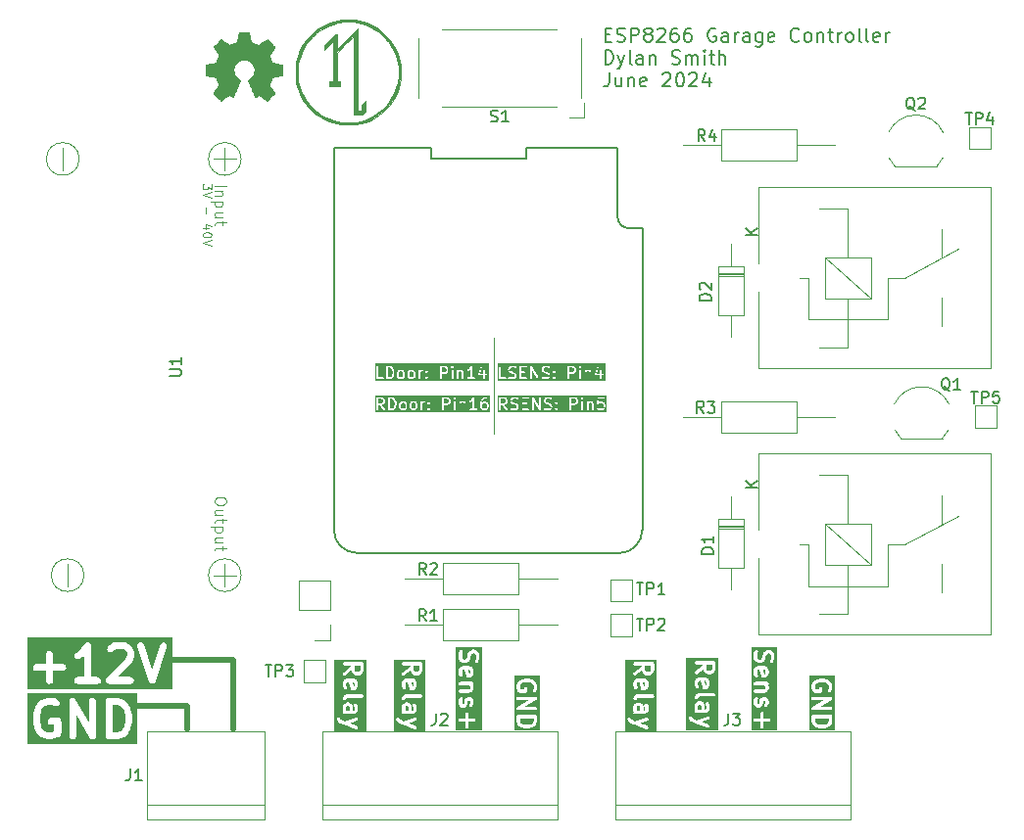
<source format=gbr>
%TF.GenerationSoftware,KiCad,Pcbnew,7.0.11-7.0.11~ubuntu22.04.1*%
%TF.CreationDate,2024-05-31T21:02:20-04:00*%
%TF.ProjectId,GarageDoor,47617261-6765-4446-9f6f-722e6b696361,rev?*%
%TF.SameCoordinates,Original*%
%TF.FileFunction,Legend,Top*%
%TF.FilePolarity,Positive*%
%FSLAX46Y46*%
G04 Gerber Fmt 4.6, Leading zero omitted, Abs format (unit mm)*
G04 Created by KiCad (PCBNEW 7.0.11-7.0.11~ubuntu22.04.1) date 2024-05-31 21:02:20*
%MOMM*%
%LPD*%
G01*
G04 APERTURE LIST*
%ADD10C,0.100000*%
%ADD11C,0.500000*%
%ADD12C,0.150000*%
%ADD13C,0.600000*%
%ADD14C,0.300000*%
%ADD15C,0.200000*%
%ADD16C,0.120000*%
%ADD17C,0.010000*%
G04 APERTURE END LIST*
D10*
X69500000Y-53200000D02*
X69500000Y-61500000D01*
D11*
X38500000Y-85000000D02*
X43000000Y-85000000D01*
X47000000Y-87000000D02*
X47000000Y-81000000D01*
X41500000Y-81000000D02*
X47000000Y-81000000D01*
X43000000Y-87000000D02*
X43000000Y-85000000D01*
D12*
G36*
X60777217Y-58482990D02*
G01*
X60851330Y-58557103D01*
X60889823Y-58634090D01*
X60933207Y-58807624D01*
X60933207Y-58932013D01*
X60889823Y-59105547D01*
X60851329Y-59182534D01*
X60777217Y-59256647D01*
X60662704Y-59294819D01*
X60511779Y-59294819D01*
X60511779Y-58444819D01*
X60662704Y-58444819D01*
X60777217Y-58482990D01*
G37*
G36*
X61773304Y-58812410D02*
G01*
X61803711Y-58842817D01*
X61837969Y-58911333D01*
X61837969Y-59161637D01*
X61803710Y-59230153D01*
X61773303Y-59260561D01*
X61704788Y-59294819D01*
X61597341Y-59294819D01*
X61528825Y-59260561D01*
X61498418Y-59230153D01*
X61464160Y-59161637D01*
X61464160Y-58911333D01*
X61498418Y-58842817D01*
X61528825Y-58812410D01*
X61597341Y-58778152D01*
X61704788Y-58778152D01*
X61773304Y-58812410D01*
G37*
G36*
X62678066Y-58812410D02*
G01*
X62708473Y-58842817D01*
X62742731Y-58911333D01*
X62742731Y-59161637D01*
X62708472Y-59230153D01*
X62678065Y-59260561D01*
X62609550Y-59294819D01*
X62502103Y-59294819D01*
X62433587Y-59260561D01*
X62403180Y-59230153D01*
X62368922Y-59161637D01*
X62368922Y-58911333D01*
X62403180Y-58842817D01*
X62433587Y-58812410D01*
X62502103Y-58778152D01*
X62609550Y-58778152D01*
X62678066Y-58812410D01*
G37*
G36*
X68820923Y-58860029D02*
G01*
X68851330Y-58890436D01*
X68885588Y-58958952D01*
X68885588Y-59161637D01*
X68851329Y-59230153D01*
X68820922Y-59260561D01*
X68752407Y-59294819D01*
X68597341Y-59294819D01*
X68528825Y-59260561D01*
X68498418Y-59230153D01*
X68464160Y-59161637D01*
X68464160Y-58958952D01*
X68498418Y-58890436D01*
X68528825Y-58860029D01*
X68597341Y-58825771D01*
X68752407Y-58825771D01*
X68820923Y-58860029D01*
G37*
G36*
X59868542Y-58479077D02*
G01*
X59898949Y-58509484D01*
X59933207Y-58578000D01*
X59933207Y-58685447D01*
X59898949Y-58753963D01*
X59868542Y-58784370D01*
X59800026Y-58818628D01*
X59511779Y-58818628D01*
X59511779Y-58444819D01*
X59800026Y-58444819D01*
X59868542Y-58479077D01*
G37*
G36*
X65535209Y-58479077D02*
G01*
X65565616Y-58509484D01*
X65599874Y-58578000D01*
X65599874Y-58685447D01*
X65565616Y-58753963D01*
X65535209Y-58784370D01*
X65466693Y-58818628D01*
X65178446Y-58818628D01*
X65178446Y-58444819D01*
X65466693Y-58444819D01*
X65535209Y-58479077D01*
G37*
G36*
X69178445Y-59587676D02*
G01*
X59218922Y-59587676D01*
X59218922Y-59369819D01*
X59361779Y-59369819D01*
X59379326Y-59418028D01*
X59423755Y-59443680D01*
X59474279Y-59434771D01*
X59507256Y-59395471D01*
X59511779Y-59369819D01*
X59511779Y-58968628D01*
X59635825Y-58968628D01*
X59946765Y-59412829D01*
X59988786Y-59442261D01*
X60039894Y-59437797D01*
X60076176Y-59401525D01*
X60078955Y-59369819D01*
X60361779Y-59369819D01*
X60368442Y-59388127D01*
X60371827Y-59407319D01*
X60377011Y-59411669D01*
X60379326Y-59418028D01*
X60396199Y-59427770D01*
X60411127Y-59440296D01*
X60420869Y-59442013D01*
X60423755Y-59443680D01*
X60427037Y-59443101D01*
X60436779Y-59444819D01*
X60674874Y-59444819D01*
X60676412Y-59444258D01*
X60698591Y-59440970D01*
X60841448Y-59393351D01*
X60844960Y-59390563D01*
X60849427Y-59390173D01*
X60870764Y-59375233D01*
X60966003Y-59279993D01*
X60966694Y-59278510D01*
X60980051Y-59260502D01*
X61020631Y-59179342D01*
X61314160Y-59179342D01*
X61315693Y-59183555D01*
X61314652Y-59187916D01*
X61322078Y-59212883D01*
X61369697Y-59308121D01*
X61370885Y-59309246D01*
X61383745Y-59327612D01*
X61431364Y-59375232D01*
X61432845Y-59375922D01*
X61450857Y-59389282D01*
X61546095Y-59436901D01*
X61550548Y-59437413D01*
X61553984Y-59440296D01*
X61579636Y-59444819D01*
X61722493Y-59444819D01*
X61726706Y-59443285D01*
X61731067Y-59444327D01*
X61756034Y-59436901D01*
X61851272Y-59389282D01*
X61852396Y-59388094D01*
X61870765Y-59375232D01*
X61918383Y-59327613D01*
X61919073Y-59326131D01*
X61932432Y-59308121D01*
X61980051Y-59212883D01*
X61980563Y-59208429D01*
X61983446Y-59204994D01*
X61987969Y-59179342D01*
X62218922Y-59179342D01*
X62220455Y-59183555D01*
X62219414Y-59187916D01*
X62226840Y-59212883D01*
X62274459Y-59308121D01*
X62275647Y-59309246D01*
X62288507Y-59327612D01*
X62336126Y-59375232D01*
X62337607Y-59375922D01*
X62355619Y-59389282D01*
X62450857Y-59436901D01*
X62455310Y-59437413D01*
X62458746Y-59440296D01*
X62484398Y-59444819D01*
X62627255Y-59444819D01*
X62631468Y-59443285D01*
X62635829Y-59444327D01*
X62660796Y-59436901D01*
X62756034Y-59389282D01*
X62757158Y-59388094D01*
X62775527Y-59375232D01*
X62780940Y-59369819D01*
X63171303Y-59369819D01*
X63188850Y-59418028D01*
X63233279Y-59443680D01*
X63283803Y-59434771D01*
X63316780Y-59395471D01*
X63321303Y-59369819D01*
X63321303Y-59315664D01*
X63743018Y-59315664D01*
X63748060Y-59334484D01*
X63749759Y-59353896D01*
X63755432Y-59361998D01*
X63756295Y-59365219D01*
X63759026Y-59367131D01*
X63764699Y-59375233D01*
X63812318Y-59422852D01*
X63829976Y-59431085D01*
X63845940Y-59442264D01*
X63849356Y-59441965D01*
X63852327Y-59443680D01*
X63855706Y-59443084D01*
X63858814Y-59444533D01*
X63877633Y-59439490D01*
X63897047Y-59437792D01*
X63900860Y-59435122D01*
X63902851Y-59434771D01*
X63904972Y-59432242D01*
X63905149Y-59432118D01*
X63908369Y-59431256D01*
X63910280Y-59428526D01*
X63918384Y-59422852D01*
X63966003Y-59375233D01*
X63968527Y-59369819D01*
X65028446Y-59369819D01*
X65045993Y-59418028D01*
X65090422Y-59443680D01*
X65140946Y-59434771D01*
X65173923Y-59395471D01*
X65178446Y-59369819D01*
X66028446Y-59369819D01*
X66045993Y-59418028D01*
X66090422Y-59443680D01*
X66140946Y-59434771D01*
X66173923Y-59395471D01*
X66178446Y-59369819D01*
X66504636Y-59369819D01*
X66522183Y-59418028D01*
X66566612Y-59443680D01*
X66617136Y-59434771D01*
X66650113Y-59395471D01*
X66654636Y-59369819D01*
X66654636Y-58829456D01*
X66671682Y-58812410D01*
X66740198Y-58778152D01*
X66847645Y-58778152D01*
X66904686Y-58806672D01*
X66933207Y-58863714D01*
X66933207Y-59369819D01*
X66950754Y-59418028D01*
X66995183Y-59443680D01*
X67045707Y-59434771D01*
X67078684Y-59395471D01*
X67083207Y-59369819D01*
X67083207Y-59356795D01*
X67362918Y-59356795D01*
X67371827Y-59407319D01*
X67411127Y-59440296D01*
X67436779Y-59444819D01*
X68008207Y-59444819D01*
X68056416Y-59427272D01*
X68082068Y-59382843D01*
X68073159Y-59332319D01*
X68033859Y-59299342D01*
X68008207Y-59294819D01*
X67797493Y-59294819D01*
X67797493Y-59179342D01*
X68314160Y-59179342D01*
X68315693Y-59183555D01*
X68314652Y-59187916D01*
X68322078Y-59212883D01*
X68369697Y-59308121D01*
X68370885Y-59309246D01*
X68383745Y-59327612D01*
X68431364Y-59375232D01*
X68432845Y-59375922D01*
X68450857Y-59389282D01*
X68546095Y-59436901D01*
X68550548Y-59437413D01*
X68553984Y-59440296D01*
X68579636Y-59444819D01*
X68770112Y-59444819D01*
X68774325Y-59443285D01*
X68778686Y-59444327D01*
X68803653Y-59436901D01*
X68898891Y-59389282D01*
X68900015Y-59388094D01*
X68918384Y-59375232D01*
X68966002Y-59327613D01*
X68966692Y-59326131D01*
X68980051Y-59308121D01*
X69027670Y-59212883D01*
X69028182Y-59208429D01*
X69031065Y-59204994D01*
X69035588Y-59179342D01*
X69035588Y-58941247D01*
X69034054Y-58937033D01*
X69035096Y-58932672D01*
X69027670Y-58907706D01*
X68980051Y-58812468D01*
X68978861Y-58811342D01*
X68966002Y-58792976D01*
X68918383Y-58745357D01*
X68916901Y-58744666D01*
X68898891Y-58731308D01*
X68803653Y-58683689D01*
X68799199Y-58683176D01*
X68795764Y-58680294D01*
X68770112Y-58675771D01*
X68579636Y-58675771D01*
X68575422Y-58677304D01*
X68571061Y-58676263D01*
X68546095Y-58683689D01*
X68487865Y-58712804D01*
X68506389Y-58638707D01*
X68590301Y-58512838D01*
X68624063Y-58479077D01*
X68692579Y-58444819D01*
X68865350Y-58444819D01*
X68913559Y-58427272D01*
X68939211Y-58382843D01*
X68930302Y-58332319D01*
X68891002Y-58299342D01*
X68865350Y-58294819D01*
X68674874Y-58294819D01*
X68670660Y-58296352D01*
X68666299Y-58295311D01*
X68641333Y-58302737D01*
X68546095Y-58350356D01*
X68544969Y-58351545D01*
X68526603Y-58364405D01*
X68478984Y-58412024D01*
X68477507Y-58415189D01*
X68469613Y-58423454D01*
X68374375Y-58566311D01*
X68374272Y-58566732D01*
X68364018Y-58589724D01*
X68316399Y-58780200D01*
X68316759Y-58783648D01*
X68314160Y-58798390D01*
X68314160Y-59179342D01*
X67797493Y-59179342D01*
X67797493Y-58369819D01*
X67796017Y-58365765D01*
X67797038Y-58361576D01*
X67787390Y-58342063D01*
X67779946Y-58321610D01*
X67776211Y-58319454D01*
X67774300Y-58315587D01*
X67754365Y-58306840D01*
X67735517Y-58295958D01*
X67731269Y-58296706D01*
X67727320Y-58294974D01*
X67706425Y-58301087D01*
X67684993Y-58304867D01*
X67682221Y-58308169D01*
X67678082Y-58309381D01*
X67660089Y-58328216D01*
X67568969Y-58464896D01*
X67487590Y-58546275D01*
X67403238Y-58588451D01*
X67367966Y-58625705D01*
X67364891Y-58676916D01*
X67395455Y-58718121D01*
X67445353Y-58730041D01*
X67470320Y-58722615D01*
X67565558Y-58674996D01*
X67566683Y-58673806D01*
X67585050Y-58660947D01*
X67647493Y-58598504D01*
X67647493Y-59294819D01*
X67436779Y-59294819D01*
X67388570Y-59312366D01*
X67362918Y-59356795D01*
X67083207Y-59356795D01*
X67083207Y-58846009D01*
X67081673Y-58841795D01*
X67082715Y-58837434D01*
X67075289Y-58812468D01*
X67027670Y-58717230D01*
X67019516Y-58709510D01*
X67015050Y-58699206D01*
X66994129Y-58683689D01*
X66898891Y-58636070D01*
X66894437Y-58635557D01*
X66891002Y-58632675D01*
X66865350Y-58628152D01*
X66722493Y-58628152D01*
X66718279Y-58629685D01*
X66713918Y-58628644D01*
X66688952Y-58636070D01*
X66639262Y-58660914D01*
X66637089Y-58654943D01*
X66592660Y-58629291D01*
X66542136Y-58638200D01*
X66509159Y-58677500D01*
X66504636Y-58703152D01*
X66504636Y-59369819D01*
X66178446Y-59369819D01*
X66178446Y-58703152D01*
X66160899Y-58654943D01*
X66116470Y-58629291D01*
X66065946Y-58638200D01*
X66032969Y-58677500D01*
X66028446Y-58703152D01*
X66028446Y-59369819D01*
X65178446Y-59369819D01*
X65178446Y-58968628D01*
X65484398Y-58968628D01*
X65488611Y-58967094D01*
X65492972Y-58968136D01*
X65517939Y-58960710D01*
X65613177Y-58913091D01*
X65614302Y-58911901D01*
X65632669Y-58899042D01*
X65680288Y-58851423D01*
X65680979Y-58849941D01*
X65694337Y-58831931D01*
X65741956Y-58736693D01*
X65742468Y-58732239D01*
X65745351Y-58728804D01*
X65749874Y-58703152D01*
X65749874Y-58560295D01*
X65748340Y-58556081D01*
X65749382Y-58551720D01*
X65741956Y-58526754D01*
X65694337Y-58431516D01*
X65693147Y-58430390D01*
X65680288Y-58412024D01*
X65679166Y-58410902D01*
X65981113Y-58410902D01*
X65986155Y-58429721D01*
X65987854Y-58449134D01*
X65993527Y-58457236D01*
X65994390Y-58460456D01*
X65997120Y-58462367D01*
X66002794Y-58470471D01*
X66050413Y-58518090D01*
X66068071Y-58526323D01*
X66084035Y-58537502D01*
X66087451Y-58537203D01*
X66090422Y-58538918D01*
X66093801Y-58538322D01*
X66096909Y-58539771D01*
X66115728Y-58534728D01*
X66135142Y-58533030D01*
X66138955Y-58530360D01*
X66140946Y-58530009D01*
X66143067Y-58527480D01*
X66143244Y-58527356D01*
X66146464Y-58526494D01*
X66148375Y-58523764D01*
X66156479Y-58518090D01*
X66204098Y-58470471D01*
X66212333Y-58452810D01*
X66223509Y-58436849D01*
X66222919Y-58430107D01*
X66225779Y-58423975D01*
X66220736Y-58405153D01*
X66219038Y-58385742D01*
X66213364Y-58377639D01*
X66212502Y-58374420D01*
X66209772Y-58372508D01*
X66204098Y-58364405D01*
X66156479Y-58316786D01*
X66138818Y-58308551D01*
X66122857Y-58297375D01*
X66119441Y-58297673D01*
X66116470Y-58295958D01*
X66113089Y-58296554D01*
X66109982Y-58295105D01*
X66091160Y-58300147D01*
X66071750Y-58301846D01*
X66067936Y-58304515D01*
X66065946Y-58304867D01*
X66063824Y-58307395D01*
X66063647Y-58307519D01*
X66060428Y-58308382D01*
X66058516Y-58311112D01*
X66050413Y-58316786D01*
X66002794Y-58364405D01*
X65994560Y-58382062D01*
X65983382Y-58398027D01*
X65983972Y-58404770D01*
X65981113Y-58410902D01*
X65679166Y-58410902D01*
X65632669Y-58364405D01*
X65631187Y-58363714D01*
X65613177Y-58350356D01*
X65517939Y-58302737D01*
X65513485Y-58302224D01*
X65510050Y-58299342D01*
X65484398Y-58294819D01*
X65103446Y-58294819D01*
X65085137Y-58301482D01*
X65065946Y-58304867D01*
X65061595Y-58310051D01*
X65055237Y-58312366D01*
X65045494Y-58329239D01*
X65032969Y-58344167D01*
X65031251Y-58353909D01*
X65029585Y-58356795D01*
X65030163Y-58360077D01*
X65028446Y-58369819D01*
X65028446Y-59369819D01*
X63968527Y-59369819D01*
X63974237Y-59357574D01*
X63985414Y-59341612D01*
X63984824Y-59334869D01*
X63987684Y-59328737D01*
X63982641Y-59309918D01*
X63980944Y-59290505D01*
X63975269Y-59282400D01*
X63974407Y-59279182D01*
X63971677Y-59277270D01*
X63966003Y-59269167D01*
X63918385Y-59221548D01*
X63900727Y-59213314D01*
X63884762Y-59202135D01*
X63881345Y-59202433D01*
X63878375Y-59200719D01*
X63874995Y-59201314D01*
X63871888Y-59199866D01*
X63853068Y-59204908D01*
X63833654Y-59206607D01*
X63829840Y-59209277D01*
X63827851Y-59209628D01*
X63825729Y-59212155D01*
X63825551Y-59212280D01*
X63822333Y-59213143D01*
X63820421Y-59215872D01*
X63812317Y-59221548D01*
X63764698Y-59269168D01*
X63756464Y-59286825D01*
X63745287Y-59302789D01*
X63745877Y-59309532D01*
X63743018Y-59315664D01*
X63321303Y-59315664D01*
X63321303Y-58911333D01*
X63355561Y-58842817D01*
X63385968Y-58812410D01*
X63427080Y-58791854D01*
X63743018Y-58791854D01*
X63748060Y-58810673D01*
X63749759Y-58830086D01*
X63755432Y-58838188D01*
X63756295Y-58841408D01*
X63759025Y-58843319D01*
X63764699Y-58851423D01*
X63812318Y-58899042D01*
X63829976Y-58907275D01*
X63845940Y-58918454D01*
X63849356Y-58918155D01*
X63852327Y-58919870D01*
X63855706Y-58919274D01*
X63858814Y-58920723D01*
X63877633Y-58915680D01*
X63897047Y-58913982D01*
X63900860Y-58911312D01*
X63902851Y-58910961D01*
X63904972Y-58908432D01*
X63905149Y-58908308D01*
X63908369Y-58907446D01*
X63910280Y-58904716D01*
X63918384Y-58899042D01*
X63966003Y-58851423D01*
X63974238Y-58833762D01*
X63985414Y-58817801D01*
X63984824Y-58811059D01*
X63987684Y-58804927D01*
X63982641Y-58786105D01*
X63980943Y-58766694D01*
X63975269Y-58758591D01*
X63974407Y-58755372D01*
X63971677Y-58753460D01*
X63966003Y-58745357D01*
X63918384Y-58697738D01*
X63900723Y-58689503D01*
X63884762Y-58678327D01*
X63881346Y-58678625D01*
X63878375Y-58676910D01*
X63874994Y-58677506D01*
X63871887Y-58676057D01*
X63853065Y-58681099D01*
X63833655Y-58682798D01*
X63829841Y-58685467D01*
X63827851Y-58685819D01*
X63825729Y-58688347D01*
X63825552Y-58688471D01*
X63822333Y-58689334D01*
X63820421Y-58692064D01*
X63812318Y-58697738D01*
X63764699Y-58745357D01*
X63756465Y-58763014D01*
X63745287Y-58778979D01*
X63745877Y-58785722D01*
X63743018Y-58791854D01*
X63427080Y-58791854D01*
X63454484Y-58778152D01*
X63532017Y-58778152D01*
X63580226Y-58760605D01*
X63605878Y-58716176D01*
X63596969Y-58665652D01*
X63557669Y-58632675D01*
X63532017Y-58628152D01*
X63436779Y-58628152D01*
X63432565Y-58629685D01*
X63428204Y-58628644D01*
X63403238Y-58636070D01*
X63313261Y-58681058D01*
X63303756Y-58654943D01*
X63259327Y-58629291D01*
X63208803Y-58638200D01*
X63175826Y-58677500D01*
X63171303Y-58703152D01*
X63171303Y-59369819D01*
X62780940Y-59369819D01*
X62823145Y-59327613D01*
X62823835Y-59326131D01*
X62837194Y-59308121D01*
X62884813Y-59212883D01*
X62885325Y-59208429D01*
X62888208Y-59204994D01*
X62892731Y-59179342D01*
X62892731Y-58893628D01*
X62891197Y-58889414D01*
X62892239Y-58885053D01*
X62884813Y-58860087D01*
X62837194Y-58764849D01*
X62836004Y-58763723D01*
X62823145Y-58745357D01*
X62775526Y-58697738D01*
X62774044Y-58697047D01*
X62756034Y-58683689D01*
X62660796Y-58636070D01*
X62656342Y-58635557D01*
X62652907Y-58632675D01*
X62627255Y-58628152D01*
X62484398Y-58628152D01*
X62480184Y-58629685D01*
X62475823Y-58628644D01*
X62450857Y-58636070D01*
X62355619Y-58683689D01*
X62354493Y-58684878D01*
X62336127Y-58697738D01*
X62288508Y-58745357D01*
X62287817Y-58746838D01*
X62274459Y-58764849D01*
X62226840Y-58860087D01*
X62226327Y-58864540D01*
X62223445Y-58867976D01*
X62218922Y-58893628D01*
X62218922Y-59179342D01*
X61987969Y-59179342D01*
X61987969Y-58893628D01*
X61986435Y-58889414D01*
X61987477Y-58885053D01*
X61980051Y-58860087D01*
X61932432Y-58764849D01*
X61931242Y-58763723D01*
X61918383Y-58745357D01*
X61870764Y-58697738D01*
X61869282Y-58697047D01*
X61851272Y-58683689D01*
X61756034Y-58636070D01*
X61751580Y-58635557D01*
X61748145Y-58632675D01*
X61722493Y-58628152D01*
X61579636Y-58628152D01*
X61575422Y-58629685D01*
X61571061Y-58628644D01*
X61546095Y-58636070D01*
X61450857Y-58683689D01*
X61449731Y-58684878D01*
X61431365Y-58697738D01*
X61383746Y-58745357D01*
X61383055Y-58746838D01*
X61369697Y-58764849D01*
X61322078Y-58860087D01*
X61321565Y-58864540D01*
X61318683Y-58867976D01*
X61314160Y-58893628D01*
X61314160Y-59179342D01*
X61020631Y-59179342D01*
X61027670Y-59165264D01*
X61028076Y-59161735D01*
X61033349Y-59149913D01*
X61080968Y-58959437D01*
X61080607Y-58955988D01*
X61083207Y-58941247D01*
X61083207Y-58798390D01*
X61082021Y-58795132D01*
X61080968Y-58780200D01*
X61033349Y-58589724D01*
X61031360Y-58586779D01*
X61027670Y-58574373D01*
X60980051Y-58479135D01*
X60978864Y-58478011D01*
X60966002Y-58459643D01*
X60870764Y-58364405D01*
X60866700Y-58362510D01*
X60864353Y-58358689D01*
X60841448Y-58346287D01*
X60698591Y-58298668D01*
X60696956Y-58298712D01*
X60674874Y-58294819D01*
X60436779Y-58294819D01*
X60418470Y-58301482D01*
X60399279Y-58304867D01*
X60394928Y-58310051D01*
X60388570Y-58312366D01*
X60378827Y-58329239D01*
X60366302Y-58344167D01*
X60364584Y-58353909D01*
X60362918Y-58356795D01*
X60363496Y-58360077D01*
X60361779Y-58369819D01*
X60361779Y-59369819D01*
X60078955Y-59369819D01*
X60080655Y-59350418D01*
X60069650Y-59326810D01*
X59818680Y-58968282D01*
X59821944Y-58967094D01*
X59826305Y-58968136D01*
X59851272Y-58960710D01*
X59946510Y-58913091D01*
X59947635Y-58911901D01*
X59966002Y-58899042D01*
X60013621Y-58851423D01*
X60014312Y-58849941D01*
X60027670Y-58831931D01*
X60075289Y-58736693D01*
X60075801Y-58732239D01*
X60078684Y-58728804D01*
X60083207Y-58703152D01*
X60083207Y-58560295D01*
X60081673Y-58556081D01*
X60082715Y-58551720D01*
X60075289Y-58526754D01*
X60027670Y-58431516D01*
X60026480Y-58430390D01*
X60013621Y-58412024D01*
X59966002Y-58364405D01*
X59964520Y-58363714D01*
X59946510Y-58350356D01*
X59851272Y-58302737D01*
X59846818Y-58302224D01*
X59843383Y-58299342D01*
X59817731Y-58294819D01*
X59436779Y-58294819D01*
X59418470Y-58301482D01*
X59399279Y-58304867D01*
X59394928Y-58310051D01*
X59388570Y-58312366D01*
X59378827Y-58329239D01*
X59366302Y-58344167D01*
X59364584Y-58353909D01*
X59362918Y-58356795D01*
X59363496Y-58360077D01*
X59361779Y-58369819D01*
X59361779Y-59369819D01*
X59218922Y-59369819D01*
X59218922Y-58151962D01*
X69178445Y-58151962D01*
X69178445Y-59587676D01*
G37*
D13*
G36*
X41690079Y-83529959D02*
G01*
X29234559Y-83529959D01*
X29234559Y-81630850D01*
X29663130Y-81630850D01*
X29673302Y-81740630D01*
X29722445Y-81839321D01*
X29803920Y-81913596D01*
X29906725Y-81953423D01*
X29961850Y-81958531D01*
X30804707Y-81958531D01*
X30804707Y-82801388D01*
X30824965Y-82909760D01*
X30883004Y-83003497D01*
X30970985Y-83069937D01*
X31077026Y-83100108D01*
X31186806Y-83089936D01*
X31285497Y-83040793D01*
X31359772Y-82959318D01*
X31399599Y-82856513D01*
X31404707Y-82801388D01*
X31404707Y-81958531D01*
X32247565Y-81958531D01*
X32355937Y-81938273D01*
X32449674Y-81880234D01*
X32516114Y-81792253D01*
X32546285Y-81686212D01*
X32536113Y-81576432D01*
X32486970Y-81477741D01*
X32405495Y-81403466D01*
X32302690Y-81363639D01*
X32247565Y-81358531D01*
X31404707Y-81358531D01*
X31404707Y-80659026D01*
X33233279Y-80659026D01*
X33253717Y-80767365D01*
X33311910Y-80861006D01*
X33400001Y-80927300D01*
X33506091Y-80957297D01*
X33615854Y-80946943D01*
X33667444Y-80926859D01*
X33953157Y-80784001D01*
X33969626Y-80771520D01*
X33988533Y-80763173D01*
X34031125Y-80727805D01*
X34090422Y-80668508D01*
X34090422Y-82501388D01*
X33533279Y-82501388D01*
X33424907Y-82521646D01*
X33331170Y-82579685D01*
X33264730Y-82667666D01*
X33234559Y-82773707D01*
X33244731Y-82883487D01*
X33293874Y-82982178D01*
X33375349Y-83056453D01*
X33478154Y-83096280D01*
X33533279Y-83101388D01*
X35247565Y-83101388D01*
X35355937Y-83081130D01*
X35449674Y-83023091D01*
X35516114Y-82935110D01*
X35546285Y-82829069D01*
X35542436Y-82787533D01*
X35947885Y-82787533D01*
X35954560Y-82835388D01*
X35959017Y-82883487D01*
X35962145Y-82889770D01*
X35963116Y-82896725D01*
X35986627Y-82938936D01*
X36008160Y-82982178D01*
X36013348Y-82986907D01*
X36016765Y-82993042D01*
X36053932Y-83023905D01*
X36089635Y-83056453D01*
X36096182Y-83058989D01*
X36101584Y-83063475D01*
X36147390Y-83078827D01*
X36192440Y-83096280D01*
X36202144Y-83097179D01*
X36206118Y-83098511D01*
X36213055Y-83098190D01*
X36247565Y-83101388D01*
X38104708Y-83101388D01*
X38213080Y-83081130D01*
X38306817Y-83023091D01*
X38373257Y-82935110D01*
X38403428Y-82829069D01*
X38393256Y-82719289D01*
X38344113Y-82620598D01*
X38262638Y-82546323D01*
X38159833Y-82506496D01*
X38104708Y-82501388D01*
X36971829Y-82501388D01*
X38173983Y-81299234D01*
X38197569Y-81264801D01*
X38224178Y-81232651D01*
X38232388Y-81213973D01*
X38236289Y-81208279D01*
X38237897Y-81201439D01*
X38246456Y-81181970D01*
X38389313Y-80753400D01*
X38392134Y-80732926D01*
X38399600Y-80713656D01*
X38404708Y-80658531D01*
X38404708Y-80372816D01*
X38397039Y-80331793D01*
X38393120Y-80290242D01*
X38385718Y-80271229D01*
X38384450Y-80264444D01*
X38380751Y-80258470D01*
X38373036Y-80238652D01*
X38230179Y-79952938D01*
X38217697Y-79936466D01*
X38209350Y-79917561D01*
X38173983Y-79874970D01*
X38141358Y-79842345D01*
X38664660Y-79842345D01*
X38677246Y-79896256D01*
X39677246Y-82896257D01*
X39684273Y-82908922D01*
X39687613Y-82923017D01*
X39710840Y-82956805D01*
X39730735Y-82992661D01*
X39741863Y-83001933D01*
X39750069Y-83013869D01*
X39783932Y-83036983D01*
X39815438Y-83063234D01*
X39829165Y-83067860D01*
X39841127Y-83076025D01*
X39881051Y-83085346D01*
X39919914Y-83098443D01*
X39934384Y-83097797D01*
X39948490Y-83101091D01*
X39989092Y-83095358D01*
X40030054Y-83093532D01*
X40043315Y-83087702D01*
X40057657Y-83085678D01*
X40093439Y-83065670D01*
X40130984Y-83049167D01*
X40141244Y-83038939D01*
X40153885Y-83031872D01*
X40180026Y-83000285D01*
X40209070Y-82971337D01*
X40214942Y-82958096D01*
X40224178Y-82946937D01*
X40246456Y-82896256D01*
X41246456Y-79896256D01*
X41261508Y-79787039D01*
X41236090Y-79679759D01*
X41173634Y-79588906D01*
X41082575Y-79526751D01*
X40975212Y-79501685D01*
X40866045Y-79517097D01*
X40769817Y-79570903D01*
X40699524Y-79655838D01*
X40677246Y-79706519D01*
X39961850Y-81852704D01*
X39246456Y-79706520D01*
X39192967Y-79610115D01*
X39108264Y-79539542D01*
X39003788Y-79504333D01*
X38893648Y-79509244D01*
X38792718Y-79553609D01*
X38714632Y-79631439D01*
X38669933Y-79732221D01*
X38664660Y-79842345D01*
X38141358Y-79842345D01*
X38031126Y-79732113D01*
X38014077Y-79720434D01*
X38000179Y-79705138D01*
X37953158Y-79675917D01*
X37667443Y-79533060D01*
X37627322Y-79521573D01*
X37588404Y-79506496D01*
X37568085Y-79504613D01*
X37561452Y-79502714D01*
X37554457Y-79503350D01*
X37533279Y-79501388D01*
X36818994Y-79501388D01*
X36777970Y-79509056D01*
X36736420Y-79512976D01*
X36717407Y-79520377D01*
X36710622Y-79521646D01*
X36704648Y-79525344D01*
X36684830Y-79533060D01*
X36399115Y-79675917D01*
X36382642Y-79688398D01*
X36363738Y-79696746D01*
X36321147Y-79732113D01*
X36178290Y-79874970D01*
X36115984Y-79965925D01*
X36090742Y-80073247D01*
X36105973Y-80182439D01*
X36159622Y-80278756D01*
X36244441Y-80349189D01*
X36348975Y-80384225D01*
X36459107Y-80379134D01*
X36559963Y-80334601D01*
X36602554Y-80299234D01*
X36710986Y-80190801D01*
X36889814Y-80101388D01*
X37462459Y-80101388D01*
X37641286Y-80190801D01*
X37715295Y-80264810D01*
X37804708Y-80443636D01*
X37804708Y-80609848D01*
X37699641Y-80925047D01*
X36035433Y-82589256D01*
X36008133Y-82629107D01*
X35979016Y-82667666D01*
X35977094Y-82674419D01*
X35973127Y-82680211D01*
X35962065Y-82727240D01*
X35948845Y-82773707D01*
X35949492Y-82780697D01*
X35947885Y-82787533D01*
X35542436Y-82787533D01*
X35536113Y-82719289D01*
X35486970Y-82620598D01*
X35405495Y-82546323D01*
X35302690Y-82506496D01*
X35247565Y-82501388D01*
X34690422Y-82501388D01*
X34690422Y-79801388D01*
X34686233Y-79778983D01*
X34687000Y-79756202D01*
X34676188Y-79725246D01*
X34670164Y-79693016D01*
X34658163Y-79673634D01*
X34650649Y-79652118D01*
X34629389Y-79627162D01*
X34612125Y-79599279D01*
X34593932Y-79585540D01*
X34579154Y-79568193D01*
X34550313Y-79552601D01*
X34524144Y-79532839D01*
X34502220Y-79526601D01*
X34482169Y-79515761D01*
X34449638Y-79511640D01*
X34418103Y-79502668D01*
X34395405Y-79504771D01*
X34372793Y-79501907D01*
X34340975Y-79509814D01*
X34308323Y-79512840D01*
X34287917Y-79523000D01*
X34265799Y-79528498D01*
X34238984Y-79547367D01*
X34209632Y-79561983D01*
X34194275Y-79578827D01*
X34175635Y-79591945D01*
X34140807Y-79634978D01*
X33871571Y-80038831D01*
X33641285Y-80269116D01*
X33399114Y-80390203D01*
X33311243Y-80456788D01*
X33253358Y-80550620D01*
X33233279Y-80659026D01*
X31404707Y-80659026D01*
X31404707Y-80515673D01*
X31384449Y-80407301D01*
X31326410Y-80313564D01*
X31238429Y-80247124D01*
X31132388Y-80216953D01*
X31022608Y-80227125D01*
X30923917Y-80276268D01*
X30849642Y-80357743D01*
X30809815Y-80460548D01*
X30804707Y-80515673D01*
X30804707Y-81358531D01*
X29961850Y-81358531D01*
X29853478Y-81378789D01*
X29759741Y-81436828D01*
X29693301Y-81524809D01*
X29663130Y-81630850D01*
X29234559Y-81630850D01*
X29234559Y-79072817D01*
X41690079Y-79072817D01*
X41690079Y-83529959D01*
G37*
D12*
G36*
X70468542Y-58479077D02*
G01*
X70498949Y-58509484D01*
X70533207Y-58578000D01*
X70533207Y-58685447D01*
X70498949Y-58753963D01*
X70468542Y-58784370D01*
X70400026Y-58818628D01*
X70111779Y-58818628D01*
X70111779Y-58444819D01*
X70400026Y-58444819D01*
X70468542Y-58479077D01*
G37*
G36*
X76563780Y-58479077D02*
G01*
X76594187Y-58509484D01*
X76628445Y-58578000D01*
X76628445Y-58685447D01*
X76594187Y-58753963D01*
X76563780Y-58784370D01*
X76495264Y-58818628D01*
X76207017Y-58818628D01*
X76207017Y-58444819D01*
X76495264Y-58444819D01*
X76563780Y-58479077D01*
G37*
G36*
X79254635Y-59587676D02*
G01*
X69818922Y-59587676D01*
X69818922Y-59369819D01*
X69961779Y-59369819D01*
X69979326Y-59418028D01*
X70023755Y-59443680D01*
X70074279Y-59434771D01*
X70107256Y-59395471D01*
X70111779Y-59369819D01*
X70111779Y-58968628D01*
X70235825Y-58968628D01*
X70546765Y-59412829D01*
X70588786Y-59442261D01*
X70639894Y-59437797D01*
X70676176Y-59401525D01*
X70680655Y-59350418D01*
X70669650Y-59326810D01*
X70418680Y-58968282D01*
X70421944Y-58967094D01*
X70426305Y-58968136D01*
X70451272Y-58960710D01*
X70546510Y-58913091D01*
X70547635Y-58911901D01*
X70566002Y-58899042D01*
X70613621Y-58851423D01*
X70614312Y-58849941D01*
X70627670Y-58831931D01*
X70675289Y-58736693D01*
X70675801Y-58732239D01*
X70678684Y-58728804D01*
X70683207Y-58703152D01*
X70683207Y-58655533D01*
X70914160Y-58655533D01*
X70915693Y-58659746D01*
X70914652Y-58664107D01*
X70922078Y-58689074D01*
X70969697Y-58784312D01*
X70970886Y-58785437D01*
X70983746Y-58803804D01*
X71031365Y-58851423D01*
X71032846Y-58852114D01*
X71050857Y-58865472D01*
X71146095Y-58913091D01*
X71149623Y-58913497D01*
X71161446Y-58918770D01*
X71343936Y-58964392D01*
X71420923Y-59002886D01*
X71451330Y-59033293D01*
X71485588Y-59101809D01*
X71485588Y-59161637D01*
X71451329Y-59230153D01*
X71420922Y-59260561D01*
X71352407Y-59294819D01*
X71144187Y-59294819D01*
X71012877Y-59251049D01*
X70961593Y-59252450D01*
X70923208Y-59286487D01*
X70915683Y-59337236D01*
X70942538Y-59380948D01*
X70965443Y-59393351D01*
X71108299Y-59440970D01*
X71109934Y-59440925D01*
X71132017Y-59444819D01*
X71370112Y-59444819D01*
X71374325Y-59443285D01*
X71378686Y-59444327D01*
X71403653Y-59436901D01*
X71498891Y-59389282D01*
X71500015Y-59388094D01*
X71518384Y-59375232D01*
X71523797Y-59369819D01*
X71914160Y-59369819D01*
X71920823Y-59388127D01*
X71924208Y-59407319D01*
X71929392Y-59411669D01*
X71931707Y-59418028D01*
X71948580Y-59427770D01*
X71963508Y-59440296D01*
X71973250Y-59442013D01*
X71976136Y-59443680D01*
X71979418Y-59443101D01*
X71989160Y-59444819D01*
X72465350Y-59444819D01*
X72513559Y-59427272D01*
X72539211Y-59382843D01*
X72536914Y-59369819D01*
X72818922Y-59369819D01*
X72836469Y-59418028D01*
X72880898Y-59443680D01*
X72931422Y-59434771D01*
X72964399Y-59395471D01*
X72968922Y-59369819D01*
X72968922Y-58652235D01*
X73400232Y-59407030D01*
X73405525Y-59411511D01*
X73407897Y-59418028D01*
X73424634Y-59427691D01*
X73439385Y-59440181D01*
X73446319Y-59440211D01*
X73452326Y-59443680D01*
X73471359Y-59440323D01*
X73490687Y-59440410D01*
X73496020Y-59435975D01*
X73502850Y-59434771D01*
X73515274Y-59419964D01*
X73530134Y-59407608D01*
X73531368Y-59400784D01*
X73535827Y-59395471D01*
X73540350Y-59369819D01*
X73540350Y-58655533D01*
X73818922Y-58655533D01*
X73820455Y-58659746D01*
X73819414Y-58664107D01*
X73826840Y-58689074D01*
X73874459Y-58784312D01*
X73875648Y-58785437D01*
X73888508Y-58803804D01*
X73936127Y-58851423D01*
X73937608Y-58852114D01*
X73955619Y-58865472D01*
X74050857Y-58913091D01*
X74054385Y-58913497D01*
X74066208Y-58918770D01*
X74248698Y-58964392D01*
X74325685Y-59002886D01*
X74356092Y-59033293D01*
X74390350Y-59101809D01*
X74390350Y-59161637D01*
X74356091Y-59230153D01*
X74325684Y-59260561D01*
X74257169Y-59294819D01*
X74048949Y-59294819D01*
X73917639Y-59251049D01*
X73866355Y-59252450D01*
X73827970Y-59286487D01*
X73820445Y-59337236D01*
X73847300Y-59380948D01*
X73870205Y-59393351D01*
X74013061Y-59440970D01*
X74014696Y-59440925D01*
X74036779Y-59444819D01*
X74274874Y-59444819D01*
X74279087Y-59443285D01*
X74283448Y-59444327D01*
X74308415Y-59436901D01*
X74403653Y-59389282D01*
X74404777Y-59388094D01*
X74423146Y-59375232D01*
X74470764Y-59327613D01*
X74471454Y-59326131D01*
X74479218Y-59315664D01*
X74771589Y-59315664D01*
X74776631Y-59334484D01*
X74778330Y-59353896D01*
X74784003Y-59361998D01*
X74784866Y-59365219D01*
X74787597Y-59367131D01*
X74793270Y-59375233D01*
X74840889Y-59422852D01*
X74858547Y-59431085D01*
X74874511Y-59442264D01*
X74877927Y-59441965D01*
X74880898Y-59443680D01*
X74884277Y-59443084D01*
X74887385Y-59444533D01*
X74906204Y-59439490D01*
X74925618Y-59437792D01*
X74929431Y-59435122D01*
X74931422Y-59434771D01*
X74933543Y-59432242D01*
X74933720Y-59432118D01*
X74936940Y-59431256D01*
X74938851Y-59428526D01*
X74946955Y-59422852D01*
X74994574Y-59375233D01*
X74997098Y-59369819D01*
X76057017Y-59369819D01*
X76074564Y-59418028D01*
X76118993Y-59443680D01*
X76169517Y-59434771D01*
X76202494Y-59395471D01*
X76207017Y-59369819D01*
X77057017Y-59369819D01*
X77074564Y-59418028D01*
X77118993Y-59443680D01*
X77169517Y-59434771D01*
X77202494Y-59395471D01*
X77207017Y-59369819D01*
X77533207Y-59369819D01*
X77550754Y-59418028D01*
X77595183Y-59443680D01*
X77645707Y-59434771D01*
X77678684Y-59395471D01*
X77683207Y-59369819D01*
X77683207Y-58829456D01*
X77700253Y-58812410D01*
X77768769Y-58778152D01*
X77876216Y-58778152D01*
X77933257Y-58806672D01*
X77961778Y-58863714D01*
X77961778Y-59369819D01*
X77979325Y-59418028D01*
X78023754Y-59443680D01*
X78074278Y-59434771D01*
X78107255Y-59395471D01*
X78111778Y-59369819D01*
X78111778Y-58846009D01*
X78110244Y-58841795D01*
X78110799Y-58839473D01*
X78390636Y-58839473D01*
X78397154Y-58863800D01*
X78403385Y-58888262D01*
X78403785Y-58888549D01*
X78403913Y-58889027D01*
X78424547Y-58903475D01*
X78445041Y-58918208D01*
X78445534Y-58918170D01*
X78445939Y-58918454D01*
X78471042Y-58916257D01*
X78496201Y-58914370D01*
X78496554Y-58914024D01*
X78497046Y-58913982D01*
X78518383Y-58899042D01*
X78557396Y-58860029D01*
X78625912Y-58825771D01*
X78828597Y-58825771D01*
X78897113Y-58860029D01*
X78927520Y-58890436D01*
X78961778Y-58958952D01*
X78961778Y-59161637D01*
X78927519Y-59230153D01*
X78897112Y-59260561D01*
X78828597Y-59294819D01*
X78625912Y-59294819D01*
X78557396Y-59260561D01*
X78518384Y-59221548D01*
X78471887Y-59199866D01*
X78422332Y-59213143D01*
X78392906Y-59255168D01*
X78397376Y-59306275D01*
X78412316Y-59327612D01*
X78459935Y-59375232D01*
X78461416Y-59375922D01*
X78479428Y-59389282D01*
X78574666Y-59436901D01*
X78579119Y-59437413D01*
X78582555Y-59440296D01*
X78608207Y-59444819D01*
X78846302Y-59444819D01*
X78850515Y-59443285D01*
X78854876Y-59444327D01*
X78879843Y-59436901D01*
X78975081Y-59389282D01*
X78976205Y-59388094D01*
X78994574Y-59375232D01*
X79042192Y-59327613D01*
X79042882Y-59326131D01*
X79056241Y-59308121D01*
X79103860Y-59212883D01*
X79104372Y-59208429D01*
X79107255Y-59204994D01*
X79111778Y-59179342D01*
X79111778Y-58941247D01*
X79110244Y-58937033D01*
X79111286Y-58932672D01*
X79103860Y-58907706D01*
X79056241Y-58812468D01*
X79055051Y-58811342D01*
X79042192Y-58792976D01*
X78994573Y-58745357D01*
X78993091Y-58744666D01*
X78975081Y-58731308D01*
X78879843Y-58683689D01*
X78875389Y-58683176D01*
X78871954Y-58680294D01*
X78846302Y-58675771D01*
X78608207Y-58675771D01*
X78603993Y-58677304D01*
X78599632Y-58676263D01*
X78574666Y-58683689D01*
X78556024Y-58693009D01*
X78580843Y-58444819D01*
X78989159Y-58444819D01*
X79037368Y-58427272D01*
X79063020Y-58382843D01*
X79054111Y-58332319D01*
X79014811Y-58299342D01*
X78989159Y-58294819D01*
X78512969Y-58294819D01*
X78498001Y-58300266D01*
X78482118Y-58301458D01*
X78474611Y-58308780D01*
X78464760Y-58312366D01*
X78456796Y-58326159D01*
X78445394Y-58337282D01*
X78440662Y-58354102D01*
X78439108Y-58356795D01*
X78439415Y-58358537D01*
X78438341Y-58362356D01*
X78390722Y-58838546D01*
X78390844Y-58839026D01*
X78390636Y-58839473D01*
X78110799Y-58839473D01*
X78111286Y-58837434D01*
X78103860Y-58812468D01*
X78056241Y-58717230D01*
X78048087Y-58709510D01*
X78043621Y-58699206D01*
X78022700Y-58683689D01*
X77927462Y-58636070D01*
X77923008Y-58635557D01*
X77919573Y-58632675D01*
X77893921Y-58628152D01*
X77751064Y-58628152D01*
X77746850Y-58629685D01*
X77742489Y-58628644D01*
X77717523Y-58636070D01*
X77667833Y-58660914D01*
X77665660Y-58654943D01*
X77621231Y-58629291D01*
X77570707Y-58638200D01*
X77537730Y-58677500D01*
X77533207Y-58703152D01*
X77533207Y-59369819D01*
X77207017Y-59369819D01*
X77207017Y-58703152D01*
X77189470Y-58654943D01*
X77145041Y-58629291D01*
X77094517Y-58638200D01*
X77061540Y-58677500D01*
X77057017Y-58703152D01*
X77057017Y-59369819D01*
X76207017Y-59369819D01*
X76207017Y-58968628D01*
X76512969Y-58968628D01*
X76517182Y-58967094D01*
X76521543Y-58968136D01*
X76546510Y-58960710D01*
X76641748Y-58913091D01*
X76642873Y-58911901D01*
X76661240Y-58899042D01*
X76708859Y-58851423D01*
X76709550Y-58849941D01*
X76722908Y-58831931D01*
X76770527Y-58736693D01*
X76771039Y-58732239D01*
X76773922Y-58728804D01*
X76778445Y-58703152D01*
X76778445Y-58560295D01*
X76776911Y-58556081D01*
X76777953Y-58551720D01*
X76770527Y-58526754D01*
X76722908Y-58431516D01*
X76721718Y-58430390D01*
X76708859Y-58412024D01*
X76707737Y-58410902D01*
X77009684Y-58410902D01*
X77014726Y-58429721D01*
X77016425Y-58449134D01*
X77022098Y-58457236D01*
X77022961Y-58460456D01*
X77025691Y-58462367D01*
X77031365Y-58470471D01*
X77078984Y-58518090D01*
X77096642Y-58526323D01*
X77112606Y-58537502D01*
X77116022Y-58537203D01*
X77118993Y-58538918D01*
X77122372Y-58538322D01*
X77125480Y-58539771D01*
X77144299Y-58534728D01*
X77163713Y-58533030D01*
X77167526Y-58530360D01*
X77169517Y-58530009D01*
X77171638Y-58527480D01*
X77171815Y-58527356D01*
X77175035Y-58526494D01*
X77176946Y-58523764D01*
X77185050Y-58518090D01*
X77232669Y-58470471D01*
X77240904Y-58452810D01*
X77252080Y-58436849D01*
X77251490Y-58430107D01*
X77254350Y-58423975D01*
X77249307Y-58405153D01*
X77247609Y-58385742D01*
X77241935Y-58377639D01*
X77241073Y-58374420D01*
X77238343Y-58372508D01*
X77232669Y-58364405D01*
X77185050Y-58316786D01*
X77167389Y-58308551D01*
X77151428Y-58297375D01*
X77148012Y-58297673D01*
X77145041Y-58295958D01*
X77141660Y-58296554D01*
X77138553Y-58295105D01*
X77119731Y-58300147D01*
X77100321Y-58301846D01*
X77096507Y-58304515D01*
X77094517Y-58304867D01*
X77092395Y-58307395D01*
X77092218Y-58307519D01*
X77088999Y-58308382D01*
X77087087Y-58311112D01*
X77078984Y-58316786D01*
X77031365Y-58364405D01*
X77023131Y-58382062D01*
X77011953Y-58398027D01*
X77012543Y-58404770D01*
X77009684Y-58410902D01*
X76707737Y-58410902D01*
X76661240Y-58364405D01*
X76659758Y-58363714D01*
X76641748Y-58350356D01*
X76546510Y-58302737D01*
X76542056Y-58302224D01*
X76538621Y-58299342D01*
X76512969Y-58294819D01*
X76132017Y-58294819D01*
X76113708Y-58301482D01*
X76094517Y-58304867D01*
X76090166Y-58310051D01*
X76083808Y-58312366D01*
X76074065Y-58329239D01*
X76061540Y-58344167D01*
X76059822Y-58353909D01*
X76058156Y-58356795D01*
X76058734Y-58360077D01*
X76057017Y-58369819D01*
X76057017Y-59369819D01*
X74997098Y-59369819D01*
X75002808Y-59357574D01*
X75013985Y-59341612D01*
X75013395Y-59334869D01*
X75016255Y-59328737D01*
X75011212Y-59309918D01*
X75009515Y-59290505D01*
X75003840Y-59282400D01*
X75002978Y-59279182D01*
X75000248Y-59277270D01*
X74994574Y-59269167D01*
X74946956Y-59221548D01*
X74929298Y-59213314D01*
X74913333Y-59202135D01*
X74909916Y-59202433D01*
X74906946Y-59200719D01*
X74903566Y-59201314D01*
X74900459Y-59199866D01*
X74881639Y-59204908D01*
X74862225Y-59206607D01*
X74858411Y-59209277D01*
X74856422Y-59209628D01*
X74854300Y-59212155D01*
X74854122Y-59212280D01*
X74850904Y-59213143D01*
X74848992Y-59215872D01*
X74840888Y-59221548D01*
X74793269Y-59269168D01*
X74785035Y-59286825D01*
X74773858Y-59302789D01*
X74774448Y-59309532D01*
X74771589Y-59315664D01*
X74479218Y-59315664D01*
X74484813Y-59308121D01*
X74532432Y-59212883D01*
X74532944Y-59208429D01*
X74535827Y-59204994D01*
X74540350Y-59179342D01*
X74540350Y-59084104D01*
X74538816Y-59079890D01*
X74539858Y-59075529D01*
X74532432Y-59050563D01*
X74484813Y-58955325D01*
X74483623Y-58954199D01*
X74470764Y-58935833D01*
X74423145Y-58888214D01*
X74421663Y-58887523D01*
X74403653Y-58874165D01*
X74308415Y-58826546D01*
X74304886Y-58826139D01*
X74293064Y-58820867D01*
X74177013Y-58791854D01*
X74771589Y-58791854D01*
X74776631Y-58810673D01*
X74778330Y-58830086D01*
X74784003Y-58838188D01*
X74784866Y-58841408D01*
X74787596Y-58843319D01*
X74793270Y-58851423D01*
X74840889Y-58899042D01*
X74858547Y-58907275D01*
X74874511Y-58918454D01*
X74877927Y-58918155D01*
X74880898Y-58919870D01*
X74884277Y-58919274D01*
X74887385Y-58920723D01*
X74906204Y-58915680D01*
X74925618Y-58913982D01*
X74929431Y-58911312D01*
X74931422Y-58910961D01*
X74933543Y-58908432D01*
X74933720Y-58908308D01*
X74936940Y-58907446D01*
X74938851Y-58904716D01*
X74946955Y-58899042D01*
X74994574Y-58851423D01*
X75002809Y-58833762D01*
X75013985Y-58817801D01*
X75013395Y-58811059D01*
X75016255Y-58804927D01*
X75011212Y-58786105D01*
X75009514Y-58766694D01*
X75003840Y-58758591D01*
X75002978Y-58755372D01*
X75000248Y-58753460D01*
X74994574Y-58745357D01*
X74946955Y-58697738D01*
X74929294Y-58689503D01*
X74913333Y-58678327D01*
X74909917Y-58678625D01*
X74906946Y-58676910D01*
X74903565Y-58677506D01*
X74900458Y-58676057D01*
X74881636Y-58681099D01*
X74862226Y-58682798D01*
X74858412Y-58685467D01*
X74856422Y-58685819D01*
X74854300Y-58688347D01*
X74854123Y-58688471D01*
X74850904Y-58689334D01*
X74848992Y-58692064D01*
X74840889Y-58697738D01*
X74793270Y-58745357D01*
X74785036Y-58763014D01*
X74773858Y-58778979D01*
X74774448Y-58785722D01*
X74771589Y-58791854D01*
X74177013Y-58791854D01*
X74110574Y-58775244D01*
X74033587Y-58736751D01*
X74003180Y-58706344D01*
X73968922Y-58637828D01*
X73968922Y-58578000D01*
X74003180Y-58509484D01*
X74033587Y-58479077D01*
X74102103Y-58444819D01*
X74310323Y-58444819D01*
X74441632Y-58488589D01*
X74492916Y-58487188D01*
X74531302Y-58453150D01*
X74538827Y-58402402D01*
X74511972Y-58358689D01*
X74489067Y-58346287D01*
X74346210Y-58298668D01*
X74344575Y-58298712D01*
X74322493Y-58294819D01*
X74084398Y-58294819D01*
X74080184Y-58296352D01*
X74075823Y-58295311D01*
X74050857Y-58302737D01*
X73955619Y-58350356D01*
X73954493Y-58351545D01*
X73936127Y-58364405D01*
X73888508Y-58412024D01*
X73887817Y-58413505D01*
X73874459Y-58431516D01*
X73826840Y-58526754D01*
X73826327Y-58531207D01*
X73823445Y-58534643D01*
X73818922Y-58560295D01*
X73818922Y-58655533D01*
X73540350Y-58655533D01*
X73540350Y-58369819D01*
X73522803Y-58321610D01*
X73478374Y-58295958D01*
X73427850Y-58304867D01*
X73394873Y-58344167D01*
X73390350Y-58369819D01*
X73390350Y-59087402D01*
X72959040Y-58332609D01*
X72953747Y-58328127D01*
X72951375Y-58321610D01*
X72934635Y-58311945D01*
X72919887Y-58299457D01*
X72912952Y-58299426D01*
X72906946Y-58295958D01*
X72887912Y-58299314D01*
X72868585Y-58299228D01*
X72863251Y-58303662D01*
X72856422Y-58304867D01*
X72843997Y-58319673D01*
X72829138Y-58332030D01*
X72827903Y-58338853D01*
X72823445Y-58344167D01*
X72818922Y-58369819D01*
X72818922Y-59369819D01*
X72536914Y-59369819D01*
X72530302Y-59332319D01*
X72491002Y-59299342D01*
X72465350Y-59294819D01*
X72064160Y-59294819D01*
X72064160Y-58921009D01*
X72322493Y-58921009D01*
X72370702Y-58903462D01*
X72396354Y-58859033D01*
X72387445Y-58808509D01*
X72348145Y-58775532D01*
X72322493Y-58771009D01*
X72064160Y-58771009D01*
X72064160Y-58444819D01*
X72465350Y-58444819D01*
X72513559Y-58427272D01*
X72539211Y-58382843D01*
X72530302Y-58332319D01*
X72491002Y-58299342D01*
X72465350Y-58294819D01*
X71989160Y-58294819D01*
X71970851Y-58301482D01*
X71951660Y-58304867D01*
X71947309Y-58310051D01*
X71940951Y-58312366D01*
X71931208Y-58329239D01*
X71918683Y-58344167D01*
X71916965Y-58353909D01*
X71915299Y-58356795D01*
X71915877Y-58360077D01*
X71914160Y-58369819D01*
X71914160Y-59369819D01*
X71523797Y-59369819D01*
X71566002Y-59327613D01*
X71566692Y-59326131D01*
X71580051Y-59308121D01*
X71627670Y-59212883D01*
X71628182Y-59208429D01*
X71631065Y-59204994D01*
X71635588Y-59179342D01*
X71635588Y-59084104D01*
X71634054Y-59079890D01*
X71635096Y-59075529D01*
X71627670Y-59050563D01*
X71580051Y-58955325D01*
X71578861Y-58954199D01*
X71566002Y-58935833D01*
X71518383Y-58888214D01*
X71516901Y-58887523D01*
X71498891Y-58874165D01*
X71403653Y-58826546D01*
X71400124Y-58826139D01*
X71388302Y-58820867D01*
X71205812Y-58775244D01*
X71128825Y-58736751D01*
X71098418Y-58706344D01*
X71064160Y-58637828D01*
X71064160Y-58578000D01*
X71098418Y-58509484D01*
X71128825Y-58479077D01*
X71197341Y-58444819D01*
X71405561Y-58444819D01*
X71536870Y-58488589D01*
X71588154Y-58487188D01*
X71626540Y-58453150D01*
X71634065Y-58402402D01*
X71607210Y-58358689D01*
X71584305Y-58346287D01*
X71441448Y-58298668D01*
X71439813Y-58298712D01*
X71417731Y-58294819D01*
X71179636Y-58294819D01*
X71175422Y-58296352D01*
X71171061Y-58295311D01*
X71146095Y-58302737D01*
X71050857Y-58350356D01*
X71049731Y-58351545D01*
X71031365Y-58364405D01*
X70983746Y-58412024D01*
X70983055Y-58413505D01*
X70969697Y-58431516D01*
X70922078Y-58526754D01*
X70921565Y-58531207D01*
X70918683Y-58534643D01*
X70914160Y-58560295D01*
X70914160Y-58655533D01*
X70683207Y-58655533D01*
X70683207Y-58560295D01*
X70681673Y-58556081D01*
X70682715Y-58551720D01*
X70675289Y-58526754D01*
X70627670Y-58431516D01*
X70626480Y-58430390D01*
X70613621Y-58412024D01*
X70566002Y-58364405D01*
X70564520Y-58363714D01*
X70546510Y-58350356D01*
X70451272Y-58302737D01*
X70446818Y-58302224D01*
X70443383Y-58299342D01*
X70417731Y-58294819D01*
X70036779Y-58294819D01*
X70018470Y-58301482D01*
X69999279Y-58304867D01*
X69994928Y-58310051D01*
X69988570Y-58312366D01*
X69978827Y-58329239D01*
X69966302Y-58344167D01*
X69964584Y-58353909D01*
X69962918Y-58356795D01*
X69963496Y-58360077D01*
X69961779Y-58369819D01*
X69961779Y-59369819D01*
X69818922Y-59369819D01*
X69818922Y-58151962D01*
X79254635Y-58151962D01*
X79254635Y-59587676D01*
G37*
D14*
G36*
X67415938Y-81894884D02*
G01*
X67449171Y-81961349D01*
X67449171Y-82176242D01*
X67415939Y-82242706D01*
X67363587Y-82268882D01*
X67282141Y-81861653D01*
X67349475Y-81861653D01*
X67415938Y-81894884D01*
G37*
G36*
X68463457Y-87147368D02*
G01*
X66234885Y-87147368D01*
X66234885Y-86211653D01*
X66449171Y-86211653D01*
X66469267Y-86286653D01*
X66524171Y-86341557D01*
X66599171Y-86361653D01*
X67020600Y-86361653D01*
X67020600Y-86783082D01*
X67040696Y-86858082D01*
X67095600Y-86912986D01*
X67170600Y-86933082D01*
X67245600Y-86912986D01*
X67300504Y-86858082D01*
X67320600Y-86783082D01*
X67320600Y-86361653D01*
X67742028Y-86361653D01*
X67817028Y-86341557D01*
X67871932Y-86286653D01*
X67892028Y-86211653D01*
X67871932Y-86136653D01*
X67817028Y-86081749D01*
X67742028Y-86061653D01*
X67320600Y-86061653D01*
X67320600Y-85640224D01*
X67300504Y-85565224D01*
X67245600Y-85510320D01*
X67170600Y-85490224D01*
X67095600Y-85510320D01*
X67040696Y-85565224D01*
X67020600Y-85640224D01*
X67020600Y-86061653D01*
X66599171Y-86061653D01*
X66524171Y-86081749D01*
X66469267Y-86136653D01*
X66449171Y-86211653D01*
X66234885Y-86211653D01*
X66234885Y-84783081D01*
X66449171Y-84783081D01*
X66458094Y-84816382D01*
X66465007Y-84850163D01*
X66536436Y-84993020D01*
X66542522Y-84999883D01*
X66545423Y-85008586D01*
X66567963Y-85028574D01*
X66587952Y-85051115D01*
X66596654Y-85054015D01*
X66603518Y-85060102D01*
X66746374Y-85131531D01*
X66780156Y-85138444D01*
X66813457Y-85147367D01*
X66884885Y-85147367D01*
X66918186Y-85138443D01*
X66951967Y-85131531D01*
X67094824Y-85060102D01*
X67101687Y-85054015D01*
X67110390Y-85051115D01*
X67130378Y-85028574D01*
X67152919Y-85008586D01*
X67155819Y-84999883D01*
X67161906Y-84993020D01*
X67233335Y-84850164D01*
X67240248Y-84816381D01*
X67249171Y-84783081D01*
X67249171Y-84604206D01*
X67282403Y-84537741D01*
X67348867Y-84504510D01*
X67349475Y-84504510D01*
X67415938Y-84537741D01*
X67449171Y-84604206D01*
X67449171Y-84747670D01*
X67393578Y-84858856D01*
X67378011Y-84934925D01*
X67402565Y-85008586D01*
X67460660Y-85060102D01*
X67536729Y-85075669D01*
X67610390Y-85051115D01*
X67661906Y-84993020D01*
X67733335Y-84850164D01*
X67740248Y-84816381D01*
X67749171Y-84783081D01*
X67749171Y-84568796D01*
X67740247Y-84535494D01*
X67733335Y-84501714D01*
X67661906Y-84358856D01*
X67655820Y-84351993D01*
X67652919Y-84343289D01*
X67630378Y-84323301D01*
X67610391Y-84300761D01*
X67601686Y-84297859D01*
X67594824Y-84291774D01*
X67451967Y-84220346D01*
X67418188Y-84213433D01*
X67384885Y-84204510D01*
X67313457Y-84204510D01*
X67280151Y-84213434D01*
X67246376Y-84220346D01*
X67103518Y-84291774D01*
X67096655Y-84297859D01*
X67087951Y-84300761D01*
X67067963Y-84323301D01*
X67045423Y-84343289D01*
X67042521Y-84351993D01*
X67036436Y-84358856D01*
X66965007Y-84501714D01*
X66958094Y-84535494D01*
X66949171Y-84568796D01*
X66949171Y-84747670D01*
X66915939Y-84814134D01*
X66849475Y-84847367D01*
X66848867Y-84847367D01*
X66782403Y-84814135D01*
X66749171Y-84747670D01*
X66749171Y-84532777D01*
X66804764Y-84421593D01*
X66820331Y-84345523D01*
X66795777Y-84271862D01*
X66737682Y-84220346D01*
X66661613Y-84204779D01*
X66587952Y-84229333D01*
X66536436Y-84287428D01*
X66465007Y-84430285D01*
X66458094Y-84464065D01*
X66449171Y-84497367D01*
X66449171Y-84783081D01*
X66234885Y-84783081D01*
X66234885Y-83711653D01*
X66449171Y-83711653D01*
X66469267Y-83786653D01*
X66524171Y-83841557D01*
X66599171Y-83861653D01*
X67384885Y-83861653D01*
X67418186Y-83852729D01*
X67451967Y-83845817D01*
X67594824Y-83774388D01*
X67601687Y-83768301D01*
X67610390Y-83765401D01*
X67630378Y-83742860D01*
X67652919Y-83722872D01*
X67655819Y-83714169D01*
X67661906Y-83707306D01*
X67733335Y-83564450D01*
X67740248Y-83530667D01*
X67749171Y-83497367D01*
X67749171Y-83283081D01*
X67740248Y-83249780D01*
X67733335Y-83215998D01*
X67707847Y-83165022D01*
X67729075Y-83143795D01*
X67749171Y-83068795D01*
X67729075Y-82993795D01*
X67674171Y-82938891D01*
X67599171Y-82918795D01*
X66599171Y-82918795D01*
X66524171Y-82938891D01*
X66469267Y-82993795D01*
X66449171Y-83068795D01*
X66469267Y-83143795D01*
X66524171Y-83198699D01*
X66599171Y-83218795D01*
X67394181Y-83218795D01*
X67404463Y-83229077D01*
X67449171Y-83318491D01*
X67449171Y-83461956D01*
X67415939Y-83528420D01*
X67349475Y-83561653D01*
X66599171Y-83561653D01*
X66524171Y-83581749D01*
X66469267Y-83636653D01*
X66449171Y-83711653D01*
X66234885Y-83711653D01*
X66234885Y-82211653D01*
X66449171Y-82211653D01*
X66458094Y-82244954D01*
X66465007Y-82278735D01*
X66536436Y-82421592D01*
X66587952Y-82479687D01*
X66661613Y-82504241D01*
X66737682Y-82488674D01*
X66795777Y-82437158D01*
X66820331Y-82363497D01*
X66804764Y-82287427D01*
X66749171Y-82176242D01*
X66749171Y-81961349D01*
X66782403Y-81894884D01*
X66848867Y-81861653D01*
X66976201Y-81861653D01*
X67094941Y-82455357D01*
X67105789Y-82477297D01*
X67112124Y-82500939D01*
X67122715Y-82511530D01*
X67129355Y-82524959D01*
X67149721Y-82538536D01*
X67167028Y-82555843D01*
X67181497Y-82559720D01*
X67193961Y-82568029D01*
X67218385Y-82569604D01*
X67242028Y-82575939D01*
X67384885Y-82575939D01*
X67418186Y-82567015D01*
X67451967Y-82560103D01*
X67594824Y-82488674D01*
X67601687Y-82482587D01*
X67610390Y-82479687D01*
X67630378Y-82457146D01*
X67652919Y-82437158D01*
X67655819Y-82428455D01*
X67661906Y-82421592D01*
X67733335Y-82278736D01*
X67740248Y-82244953D01*
X67749171Y-82211653D01*
X67749171Y-81925939D01*
X67740247Y-81892637D01*
X67733335Y-81858857D01*
X67661906Y-81715999D01*
X67655820Y-81709136D01*
X67652919Y-81700432D01*
X67630378Y-81680444D01*
X67610391Y-81657904D01*
X67601686Y-81655002D01*
X67594824Y-81648917D01*
X67451967Y-81577489D01*
X67418188Y-81570576D01*
X67384885Y-81561653D01*
X66813457Y-81561653D01*
X66780151Y-81570577D01*
X66746376Y-81577489D01*
X66603518Y-81648917D01*
X66596655Y-81655002D01*
X66587951Y-81657904D01*
X66567963Y-81680444D01*
X66545423Y-81700432D01*
X66542521Y-81709136D01*
X66536436Y-81715999D01*
X66465007Y-81858857D01*
X66458094Y-81892637D01*
X66449171Y-81925939D01*
X66449171Y-82211653D01*
X66234885Y-82211653D01*
X66234885Y-80854510D01*
X66449171Y-80854510D01*
X66458094Y-80887811D01*
X66465007Y-80921592D01*
X66536436Y-81064450D01*
X66552459Y-81082519D01*
X66564534Y-81103434D01*
X66635962Y-81174862D01*
X66656877Y-81186937D01*
X66674946Y-81202960D01*
X66817802Y-81274389D01*
X66851584Y-81281302D01*
X66884885Y-81290225D01*
X67027742Y-81290225D01*
X67061043Y-81281301D01*
X67094824Y-81274389D01*
X67237682Y-81202960D01*
X67255751Y-81186936D01*
X67276666Y-81174862D01*
X67348094Y-81103434D01*
X67360168Y-81082519D01*
X67376192Y-81064450D01*
X67447621Y-80921592D01*
X67450941Y-80905367D01*
X67458978Y-80890890D01*
X67526411Y-80621152D01*
X67579592Y-80514791D01*
X67616597Y-80477787D01*
X67706009Y-80433082D01*
X67778047Y-80433082D01*
X67867458Y-80477787D01*
X67904463Y-80514792D01*
X67949171Y-80604206D01*
X67949171Y-80901596D01*
X67885440Y-81092791D01*
X67880787Y-81170297D01*
X67915511Y-81239746D01*
X67980308Y-81282527D01*
X68057814Y-81287180D01*
X68127263Y-81252456D01*
X68170044Y-81187659D01*
X68241473Y-80973374D01*
X68242920Y-80949267D01*
X68249171Y-80925939D01*
X68249171Y-80568796D01*
X68240248Y-80535495D01*
X68233335Y-80501713D01*
X68161906Y-80358857D01*
X68145883Y-80340788D01*
X68133809Y-80319874D01*
X68062381Y-80248445D01*
X68041465Y-80236369D01*
X68023396Y-80220346D01*
X67880539Y-80148918D01*
X67846760Y-80142005D01*
X67813457Y-80133082D01*
X67670600Y-80133082D01*
X67637303Y-80142003D01*
X67603519Y-80148917D01*
X67460661Y-80220346D01*
X67442592Y-80236367D01*
X67421675Y-80248445D01*
X67350247Y-80319874D01*
X67338172Y-80340788D01*
X67322150Y-80358857D01*
X67250721Y-80501714D01*
X67247400Y-80517938D01*
X67239364Y-80532416D01*
X67171929Y-80802154D01*
X67118750Y-80908514D01*
X67081746Y-80945518D01*
X66992332Y-80990225D01*
X66920295Y-80990225D01*
X66830882Y-80945518D01*
X66793878Y-80908514D01*
X66749171Y-80819100D01*
X66749171Y-80521708D01*
X66812902Y-80330517D01*
X66817555Y-80253011D01*
X66782831Y-80183562D01*
X66718034Y-80140780D01*
X66640528Y-80136127D01*
X66571079Y-80170852D01*
X66528297Y-80235648D01*
X66456869Y-80449934D01*
X66455421Y-80474039D01*
X66449171Y-80497368D01*
X66449171Y-80854510D01*
X66234885Y-80854510D01*
X66234885Y-79918796D01*
X68463457Y-79918796D01*
X68463457Y-87147368D01*
G37*
D15*
X79117292Y-26950171D02*
X79517292Y-26950171D01*
X79688720Y-27578742D02*
X79117292Y-27578742D01*
X79117292Y-27578742D02*
X79117292Y-26378742D01*
X79117292Y-26378742D02*
X79688720Y-26378742D01*
X80145863Y-27521600D02*
X80317292Y-27578742D01*
X80317292Y-27578742D02*
X80603006Y-27578742D01*
X80603006Y-27578742D02*
X80717292Y-27521600D01*
X80717292Y-27521600D02*
X80774434Y-27464457D01*
X80774434Y-27464457D02*
X80831577Y-27350171D01*
X80831577Y-27350171D02*
X80831577Y-27235885D01*
X80831577Y-27235885D02*
X80774434Y-27121600D01*
X80774434Y-27121600D02*
X80717292Y-27064457D01*
X80717292Y-27064457D02*
X80603006Y-27007314D01*
X80603006Y-27007314D02*
X80374434Y-26950171D01*
X80374434Y-26950171D02*
X80260149Y-26893028D01*
X80260149Y-26893028D02*
X80203006Y-26835885D01*
X80203006Y-26835885D02*
X80145863Y-26721600D01*
X80145863Y-26721600D02*
X80145863Y-26607314D01*
X80145863Y-26607314D02*
X80203006Y-26493028D01*
X80203006Y-26493028D02*
X80260149Y-26435885D01*
X80260149Y-26435885D02*
X80374434Y-26378742D01*
X80374434Y-26378742D02*
X80660149Y-26378742D01*
X80660149Y-26378742D02*
X80831577Y-26435885D01*
X81345863Y-27578742D02*
X81345863Y-26378742D01*
X81345863Y-26378742D02*
X81803006Y-26378742D01*
X81803006Y-26378742D02*
X81917291Y-26435885D01*
X81917291Y-26435885D02*
X81974434Y-26493028D01*
X81974434Y-26493028D02*
X82031577Y-26607314D01*
X82031577Y-26607314D02*
X82031577Y-26778742D01*
X82031577Y-26778742D02*
X81974434Y-26893028D01*
X81974434Y-26893028D02*
X81917291Y-26950171D01*
X81917291Y-26950171D02*
X81803006Y-27007314D01*
X81803006Y-27007314D02*
X81345863Y-27007314D01*
X82717291Y-26893028D02*
X82603006Y-26835885D01*
X82603006Y-26835885D02*
X82545863Y-26778742D01*
X82545863Y-26778742D02*
X82488720Y-26664457D01*
X82488720Y-26664457D02*
X82488720Y-26607314D01*
X82488720Y-26607314D02*
X82545863Y-26493028D01*
X82545863Y-26493028D02*
X82603006Y-26435885D01*
X82603006Y-26435885D02*
X82717291Y-26378742D01*
X82717291Y-26378742D02*
X82945863Y-26378742D01*
X82945863Y-26378742D02*
X83060149Y-26435885D01*
X83060149Y-26435885D02*
X83117291Y-26493028D01*
X83117291Y-26493028D02*
X83174434Y-26607314D01*
X83174434Y-26607314D02*
X83174434Y-26664457D01*
X83174434Y-26664457D02*
X83117291Y-26778742D01*
X83117291Y-26778742D02*
X83060149Y-26835885D01*
X83060149Y-26835885D02*
X82945863Y-26893028D01*
X82945863Y-26893028D02*
X82717291Y-26893028D01*
X82717291Y-26893028D02*
X82603006Y-26950171D01*
X82603006Y-26950171D02*
X82545863Y-27007314D01*
X82545863Y-27007314D02*
X82488720Y-27121600D01*
X82488720Y-27121600D02*
X82488720Y-27350171D01*
X82488720Y-27350171D02*
X82545863Y-27464457D01*
X82545863Y-27464457D02*
X82603006Y-27521600D01*
X82603006Y-27521600D02*
X82717291Y-27578742D01*
X82717291Y-27578742D02*
X82945863Y-27578742D01*
X82945863Y-27578742D02*
X83060149Y-27521600D01*
X83060149Y-27521600D02*
X83117291Y-27464457D01*
X83117291Y-27464457D02*
X83174434Y-27350171D01*
X83174434Y-27350171D02*
X83174434Y-27121600D01*
X83174434Y-27121600D02*
X83117291Y-27007314D01*
X83117291Y-27007314D02*
X83060149Y-26950171D01*
X83060149Y-26950171D02*
X82945863Y-26893028D01*
X83631577Y-26493028D02*
X83688720Y-26435885D01*
X83688720Y-26435885D02*
X83803006Y-26378742D01*
X83803006Y-26378742D02*
X84088720Y-26378742D01*
X84088720Y-26378742D02*
X84203006Y-26435885D01*
X84203006Y-26435885D02*
X84260148Y-26493028D01*
X84260148Y-26493028D02*
X84317291Y-26607314D01*
X84317291Y-26607314D02*
X84317291Y-26721600D01*
X84317291Y-26721600D02*
X84260148Y-26893028D01*
X84260148Y-26893028D02*
X83574434Y-27578742D01*
X83574434Y-27578742D02*
X84317291Y-27578742D01*
X85345863Y-26378742D02*
X85117291Y-26378742D01*
X85117291Y-26378742D02*
X85003005Y-26435885D01*
X85003005Y-26435885D02*
X84945863Y-26493028D01*
X84945863Y-26493028D02*
X84831577Y-26664457D01*
X84831577Y-26664457D02*
X84774434Y-26893028D01*
X84774434Y-26893028D02*
X84774434Y-27350171D01*
X84774434Y-27350171D02*
X84831577Y-27464457D01*
X84831577Y-27464457D02*
X84888720Y-27521600D01*
X84888720Y-27521600D02*
X85003005Y-27578742D01*
X85003005Y-27578742D02*
X85231577Y-27578742D01*
X85231577Y-27578742D02*
X85345863Y-27521600D01*
X85345863Y-27521600D02*
X85403005Y-27464457D01*
X85403005Y-27464457D02*
X85460148Y-27350171D01*
X85460148Y-27350171D02*
X85460148Y-27064457D01*
X85460148Y-27064457D02*
X85403005Y-26950171D01*
X85403005Y-26950171D02*
X85345863Y-26893028D01*
X85345863Y-26893028D02*
X85231577Y-26835885D01*
X85231577Y-26835885D02*
X85003005Y-26835885D01*
X85003005Y-26835885D02*
X84888720Y-26893028D01*
X84888720Y-26893028D02*
X84831577Y-26950171D01*
X84831577Y-26950171D02*
X84774434Y-27064457D01*
X86488720Y-26378742D02*
X86260148Y-26378742D01*
X86260148Y-26378742D02*
X86145862Y-26435885D01*
X86145862Y-26435885D02*
X86088720Y-26493028D01*
X86088720Y-26493028D02*
X85974434Y-26664457D01*
X85974434Y-26664457D02*
X85917291Y-26893028D01*
X85917291Y-26893028D02*
X85917291Y-27350171D01*
X85917291Y-27350171D02*
X85974434Y-27464457D01*
X85974434Y-27464457D02*
X86031577Y-27521600D01*
X86031577Y-27521600D02*
X86145862Y-27578742D01*
X86145862Y-27578742D02*
X86374434Y-27578742D01*
X86374434Y-27578742D02*
X86488720Y-27521600D01*
X86488720Y-27521600D02*
X86545862Y-27464457D01*
X86545862Y-27464457D02*
X86603005Y-27350171D01*
X86603005Y-27350171D02*
X86603005Y-27064457D01*
X86603005Y-27064457D02*
X86545862Y-26950171D01*
X86545862Y-26950171D02*
X86488720Y-26893028D01*
X86488720Y-26893028D02*
X86374434Y-26835885D01*
X86374434Y-26835885D02*
X86145862Y-26835885D01*
X86145862Y-26835885D02*
X86031577Y-26893028D01*
X86031577Y-26893028D02*
X85974434Y-26950171D01*
X85974434Y-26950171D02*
X85917291Y-27064457D01*
X88660148Y-26435885D02*
X88545863Y-26378742D01*
X88545863Y-26378742D02*
X88374434Y-26378742D01*
X88374434Y-26378742D02*
X88203005Y-26435885D01*
X88203005Y-26435885D02*
X88088720Y-26550171D01*
X88088720Y-26550171D02*
X88031577Y-26664457D01*
X88031577Y-26664457D02*
X87974434Y-26893028D01*
X87974434Y-26893028D02*
X87974434Y-27064457D01*
X87974434Y-27064457D02*
X88031577Y-27293028D01*
X88031577Y-27293028D02*
X88088720Y-27407314D01*
X88088720Y-27407314D02*
X88203005Y-27521600D01*
X88203005Y-27521600D02*
X88374434Y-27578742D01*
X88374434Y-27578742D02*
X88488720Y-27578742D01*
X88488720Y-27578742D02*
X88660148Y-27521600D01*
X88660148Y-27521600D02*
X88717291Y-27464457D01*
X88717291Y-27464457D02*
X88717291Y-27064457D01*
X88717291Y-27064457D02*
X88488720Y-27064457D01*
X89745863Y-27578742D02*
X89745863Y-26950171D01*
X89745863Y-26950171D02*
X89688720Y-26835885D01*
X89688720Y-26835885D02*
X89574434Y-26778742D01*
X89574434Y-26778742D02*
X89345863Y-26778742D01*
X89345863Y-26778742D02*
X89231577Y-26835885D01*
X89745863Y-27521600D02*
X89631577Y-27578742D01*
X89631577Y-27578742D02*
X89345863Y-27578742D01*
X89345863Y-27578742D02*
X89231577Y-27521600D01*
X89231577Y-27521600D02*
X89174434Y-27407314D01*
X89174434Y-27407314D02*
X89174434Y-27293028D01*
X89174434Y-27293028D02*
X89231577Y-27178742D01*
X89231577Y-27178742D02*
X89345863Y-27121600D01*
X89345863Y-27121600D02*
X89631577Y-27121600D01*
X89631577Y-27121600D02*
X89745863Y-27064457D01*
X90317291Y-27578742D02*
X90317291Y-26778742D01*
X90317291Y-27007314D02*
X90374434Y-26893028D01*
X90374434Y-26893028D02*
X90431577Y-26835885D01*
X90431577Y-26835885D02*
X90545862Y-26778742D01*
X90545862Y-26778742D02*
X90660148Y-26778742D01*
X91574434Y-27578742D02*
X91574434Y-26950171D01*
X91574434Y-26950171D02*
X91517291Y-26835885D01*
X91517291Y-26835885D02*
X91403005Y-26778742D01*
X91403005Y-26778742D02*
X91174434Y-26778742D01*
X91174434Y-26778742D02*
X91060148Y-26835885D01*
X91574434Y-27521600D02*
X91460148Y-27578742D01*
X91460148Y-27578742D02*
X91174434Y-27578742D01*
X91174434Y-27578742D02*
X91060148Y-27521600D01*
X91060148Y-27521600D02*
X91003005Y-27407314D01*
X91003005Y-27407314D02*
X91003005Y-27293028D01*
X91003005Y-27293028D02*
X91060148Y-27178742D01*
X91060148Y-27178742D02*
X91174434Y-27121600D01*
X91174434Y-27121600D02*
X91460148Y-27121600D01*
X91460148Y-27121600D02*
X91574434Y-27064457D01*
X92660148Y-26778742D02*
X92660148Y-27750171D01*
X92660148Y-27750171D02*
X92603005Y-27864457D01*
X92603005Y-27864457D02*
X92545862Y-27921600D01*
X92545862Y-27921600D02*
X92431576Y-27978742D01*
X92431576Y-27978742D02*
X92260148Y-27978742D01*
X92260148Y-27978742D02*
X92145862Y-27921600D01*
X92660148Y-27521600D02*
X92545862Y-27578742D01*
X92545862Y-27578742D02*
X92317290Y-27578742D01*
X92317290Y-27578742D02*
X92203005Y-27521600D01*
X92203005Y-27521600D02*
X92145862Y-27464457D01*
X92145862Y-27464457D02*
X92088719Y-27350171D01*
X92088719Y-27350171D02*
X92088719Y-27007314D01*
X92088719Y-27007314D02*
X92145862Y-26893028D01*
X92145862Y-26893028D02*
X92203005Y-26835885D01*
X92203005Y-26835885D02*
X92317290Y-26778742D01*
X92317290Y-26778742D02*
X92545862Y-26778742D01*
X92545862Y-26778742D02*
X92660148Y-26835885D01*
X93688719Y-27521600D02*
X93574433Y-27578742D01*
X93574433Y-27578742D02*
X93345862Y-27578742D01*
X93345862Y-27578742D02*
X93231576Y-27521600D01*
X93231576Y-27521600D02*
X93174433Y-27407314D01*
X93174433Y-27407314D02*
X93174433Y-26950171D01*
X93174433Y-26950171D02*
X93231576Y-26835885D01*
X93231576Y-26835885D02*
X93345862Y-26778742D01*
X93345862Y-26778742D02*
X93574433Y-26778742D01*
X93574433Y-26778742D02*
X93688719Y-26835885D01*
X93688719Y-26835885D02*
X93745862Y-26950171D01*
X93745862Y-26950171D02*
X93745862Y-27064457D01*
X93745862Y-27064457D02*
X93174433Y-27178742D01*
X95860147Y-27464457D02*
X95803004Y-27521600D01*
X95803004Y-27521600D02*
X95631576Y-27578742D01*
X95631576Y-27578742D02*
X95517290Y-27578742D01*
X95517290Y-27578742D02*
X95345861Y-27521600D01*
X95345861Y-27521600D02*
X95231576Y-27407314D01*
X95231576Y-27407314D02*
X95174433Y-27293028D01*
X95174433Y-27293028D02*
X95117290Y-27064457D01*
X95117290Y-27064457D02*
X95117290Y-26893028D01*
X95117290Y-26893028D02*
X95174433Y-26664457D01*
X95174433Y-26664457D02*
X95231576Y-26550171D01*
X95231576Y-26550171D02*
X95345861Y-26435885D01*
X95345861Y-26435885D02*
X95517290Y-26378742D01*
X95517290Y-26378742D02*
X95631576Y-26378742D01*
X95631576Y-26378742D02*
X95803004Y-26435885D01*
X95803004Y-26435885D02*
X95860147Y-26493028D01*
X96545861Y-27578742D02*
X96431576Y-27521600D01*
X96431576Y-27521600D02*
X96374433Y-27464457D01*
X96374433Y-27464457D02*
X96317290Y-27350171D01*
X96317290Y-27350171D02*
X96317290Y-27007314D01*
X96317290Y-27007314D02*
X96374433Y-26893028D01*
X96374433Y-26893028D02*
X96431576Y-26835885D01*
X96431576Y-26835885D02*
X96545861Y-26778742D01*
X96545861Y-26778742D02*
X96717290Y-26778742D01*
X96717290Y-26778742D02*
X96831576Y-26835885D01*
X96831576Y-26835885D02*
X96888719Y-26893028D01*
X96888719Y-26893028D02*
X96945861Y-27007314D01*
X96945861Y-27007314D02*
X96945861Y-27350171D01*
X96945861Y-27350171D02*
X96888719Y-27464457D01*
X96888719Y-27464457D02*
X96831576Y-27521600D01*
X96831576Y-27521600D02*
X96717290Y-27578742D01*
X96717290Y-27578742D02*
X96545861Y-27578742D01*
X97460147Y-26778742D02*
X97460147Y-27578742D01*
X97460147Y-26893028D02*
X97517290Y-26835885D01*
X97517290Y-26835885D02*
X97631575Y-26778742D01*
X97631575Y-26778742D02*
X97803004Y-26778742D01*
X97803004Y-26778742D02*
X97917290Y-26835885D01*
X97917290Y-26835885D02*
X97974433Y-26950171D01*
X97974433Y-26950171D02*
X97974433Y-27578742D01*
X98374432Y-26778742D02*
X98831575Y-26778742D01*
X98545861Y-26378742D02*
X98545861Y-27407314D01*
X98545861Y-27407314D02*
X98603004Y-27521600D01*
X98603004Y-27521600D02*
X98717289Y-27578742D01*
X98717289Y-27578742D02*
X98831575Y-27578742D01*
X99231575Y-27578742D02*
X99231575Y-26778742D01*
X99231575Y-27007314D02*
X99288718Y-26893028D01*
X99288718Y-26893028D02*
X99345861Y-26835885D01*
X99345861Y-26835885D02*
X99460146Y-26778742D01*
X99460146Y-26778742D02*
X99574432Y-26778742D01*
X100145860Y-27578742D02*
X100031575Y-27521600D01*
X100031575Y-27521600D02*
X99974432Y-27464457D01*
X99974432Y-27464457D02*
X99917289Y-27350171D01*
X99917289Y-27350171D02*
X99917289Y-27007314D01*
X99917289Y-27007314D02*
X99974432Y-26893028D01*
X99974432Y-26893028D02*
X100031575Y-26835885D01*
X100031575Y-26835885D02*
X100145860Y-26778742D01*
X100145860Y-26778742D02*
X100317289Y-26778742D01*
X100317289Y-26778742D02*
X100431575Y-26835885D01*
X100431575Y-26835885D02*
X100488718Y-26893028D01*
X100488718Y-26893028D02*
X100545860Y-27007314D01*
X100545860Y-27007314D02*
X100545860Y-27350171D01*
X100545860Y-27350171D02*
X100488718Y-27464457D01*
X100488718Y-27464457D02*
X100431575Y-27521600D01*
X100431575Y-27521600D02*
X100317289Y-27578742D01*
X100317289Y-27578742D02*
X100145860Y-27578742D01*
X101231574Y-27578742D02*
X101117289Y-27521600D01*
X101117289Y-27521600D02*
X101060146Y-27407314D01*
X101060146Y-27407314D02*
X101060146Y-26378742D01*
X101860145Y-27578742D02*
X101745860Y-27521600D01*
X101745860Y-27521600D02*
X101688717Y-27407314D01*
X101688717Y-27407314D02*
X101688717Y-26378742D01*
X102774431Y-27521600D02*
X102660145Y-27578742D01*
X102660145Y-27578742D02*
X102431574Y-27578742D01*
X102431574Y-27578742D02*
X102317288Y-27521600D01*
X102317288Y-27521600D02*
X102260145Y-27407314D01*
X102260145Y-27407314D02*
X102260145Y-26950171D01*
X102260145Y-26950171D02*
X102317288Y-26835885D01*
X102317288Y-26835885D02*
X102431574Y-26778742D01*
X102431574Y-26778742D02*
X102660145Y-26778742D01*
X102660145Y-26778742D02*
X102774431Y-26835885D01*
X102774431Y-26835885D02*
X102831574Y-26950171D01*
X102831574Y-26950171D02*
X102831574Y-27064457D01*
X102831574Y-27064457D02*
X102260145Y-27178742D01*
X103345859Y-27578742D02*
X103345859Y-26778742D01*
X103345859Y-27007314D02*
X103403002Y-26893028D01*
X103403002Y-26893028D02*
X103460145Y-26835885D01*
X103460145Y-26835885D02*
X103574430Y-26778742D01*
X103574430Y-26778742D02*
X103688716Y-26778742D01*
X79117292Y-29510742D02*
X79117292Y-28310742D01*
X79117292Y-28310742D02*
X79403006Y-28310742D01*
X79403006Y-28310742D02*
X79574435Y-28367885D01*
X79574435Y-28367885D02*
X79688720Y-28482171D01*
X79688720Y-28482171D02*
X79745863Y-28596457D01*
X79745863Y-28596457D02*
X79803006Y-28825028D01*
X79803006Y-28825028D02*
X79803006Y-28996457D01*
X79803006Y-28996457D02*
X79745863Y-29225028D01*
X79745863Y-29225028D02*
X79688720Y-29339314D01*
X79688720Y-29339314D02*
X79574435Y-29453600D01*
X79574435Y-29453600D02*
X79403006Y-29510742D01*
X79403006Y-29510742D02*
X79117292Y-29510742D01*
X80203006Y-28710742D02*
X80488720Y-29510742D01*
X80774435Y-28710742D02*
X80488720Y-29510742D01*
X80488720Y-29510742D02*
X80374435Y-29796457D01*
X80374435Y-29796457D02*
X80317292Y-29853600D01*
X80317292Y-29853600D02*
X80203006Y-29910742D01*
X81403006Y-29510742D02*
X81288721Y-29453600D01*
X81288721Y-29453600D02*
X81231578Y-29339314D01*
X81231578Y-29339314D02*
X81231578Y-28310742D01*
X82374435Y-29510742D02*
X82374435Y-28882171D01*
X82374435Y-28882171D02*
X82317292Y-28767885D01*
X82317292Y-28767885D02*
X82203006Y-28710742D01*
X82203006Y-28710742D02*
X81974435Y-28710742D01*
X81974435Y-28710742D02*
X81860149Y-28767885D01*
X82374435Y-29453600D02*
X82260149Y-29510742D01*
X82260149Y-29510742D02*
X81974435Y-29510742D01*
X81974435Y-29510742D02*
X81860149Y-29453600D01*
X81860149Y-29453600D02*
X81803006Y-29339314D01*
X81803006Y-29339314D02*
X81803006Y-29225028D01*
X81803006Y-29225028D02*
X81860149Y-29110742D01*
X81860149Y-29110742D02*
X81974435Y-29053600D01*
X81974435Y-29053600D02*
X82260149Y-29053600D01*
X82260149Y-29053600D02*
X82374435Y-28996457D01*
X82945863Y-28710742D02*
X82945863Y-29510742D01*
X82945863Y-28825028D02*
X83003006Y-28767885D01*
X83003006Y-28767885D02*
X83117291Y-28710742D01*
X83117291Y-28710742D02*
X83288720Y-28710742D01*
X83288720Y-28710742D02*
X83403006Y-28767885D01*
X83403006Y-28767885D02*
X83460149Y-28882171D01*
X83460149Y-28882171D02*
X83460149Y-29510742D01*
X84888720Y-29453600D02*
X85060149Y-29510742D01*
X85060149Y-29510742D02*
X85345863Y-29510742D01*
X85345863Y-29510742D02*
X85460149Y-29453600D01*
X85460149Y-29453600D02*
X85517291Y-29396457D01*
X85517291Y-29396457D02*
X85574434Y-29282171D01*
X85574434Y-29282171D02*
X85574434Y-29167885D01*
X85574434Y-29167885D02*
X85517291Y-29053600D01*
X85517291Y-29053600D02*
X85460149Y-28996457D01*
X85460149Y-28996457D02*
X85345863Y-28939314D01*
X85345863Y-28939314D02*
X85117291Y-28882171D01*
X85117291Y-28882171D02*
X85003006Y-28825028D01*
X85003006Y-28825028D02*
X84945863Y-28767885D01*
X84945863Y-28767885D02*
X84888720Y-28653600D01*
X84888720Y-28653600D02*
X84888720Y-28539314D01*
X84888720Y-28539314D02*
X84945863Y-28425028D01*
X84945863Y-28425028D02*
X85003006Y-28367885D01*
X85003006Y-28367885D02*
X85117291Y-28310742D01*
X85117291Y-28310742D02*
X85403006Y-28310742D01*
X85403006Y-28310742D02*
X85574434Y-28367885D01*
X86088720Y-29510742D02*
X86088720Y-28710742D01*
X86088720Y-28825028D02*
X86145863Y-28767885D01*
X86145863Y-28767885D02*
X86260148Y-28710742D01*
X86260148Y-28710742D02*
X86431577Y-28710742D01*
X86431577Y-28710742D02*
X86545863Y-28767885D01*
X86545863Y-28767885D02*
X86603006Y-28882171D01*
X86603006Y-28882171D02*
X86603006Y-29510742D01*
X86603006Y-28882171D02*
X86660148Y-28767885D01*
X86660148Y-28767885D02*
X86774434Y-28710742D01*
X86774434Y-28710742D02*
X86945863Y-28710742D01*
X86945863Y-28710742D02*
X87060148Y-28767885D01*
X87060148Y-28767885D02*
X87117291Y-28882171D01*
X87117291Y-28882171D02*
X87117291Y-29510742D01*
X87688720Y-29510742D02*
X87688720Y-28710742D01*
X87688720Y-28310742D02*
X87631577Y-28367885D01*
X87631577Y-28367885D02*
X87688720Y-28425028D01*
X87688720Y-28425028D02*
X87745863Y-28367885D01*
X87745863Y-28367885D02*
X87688720Y-28310742D01*
X87688720Y-28310742D02*
X87688720Y-28425028D01*
X88088720Y-28710742D02*
X88545863Y-28710742D01*
X88260149Y-28310742D02*
X88260149Y-29339314D01*
X88260149Y-29339314D02*
X88317292Y-29453600D01*
X88317292Y-29453600D02*
X88431577Y-29510742D01*
X88431577Y-29510742D02*
X88545863Y-29510742D01*
X88945863Y-29510742D02*
X88945863Y-28310742D01*
X89460149Y-29510742D02*
X89460149Y-28882171D01*
X89460149Y-28882171D02*
X89403006Y-28767885D01*
X89403006Y-28767885D02*
X89288720Y-28710742D01*
X89288720Y-28710742D02*
X89117291Y-28710742D01*
X89117291Y-28710742D02*
X89003006Y-28767885D01*
X89003006Y-28767885D02*
X88945863Y-28825028D01*
X79460149Y-30242742D02*
X79460149Y-31099885D01*
X79460149Y-31099885D02*
X79403006Y-31271314D01*
X79403006Y-31271314D02*
X79288720Y-31385600D01*
X79288720Y-31385600D02*
X79117292Y-31442742D01*
X79117292Y-31442742D02*
X79003006Y-31442742D01*
X80545864Y-30642742D02*
X80545864Y-31442742D01*
X80031578Y-30642742D02*
X80031578Y-31271314D01*
X80031578Y-31271314D02*
X80088721Y-31385600D01*
X80088721Y-31385600D02*
X80203006Y-31442742D01*
X80203006Y-31442742D02*
X80374435Y-31442742D01*
X80374435Y-31442742D02*
X80488721Y-31385600D01*
X80488721Y-31385600D02*
X80545864Y-31328457D01*
X81117292Y-30642742D02*
X81117292Y-31442742D01*
X81117292Y-30757028D02*
X81174435Y-30699885D01*
X81174435Y-30699885D02*
X81288720Y-30642742D01*
X81288720Y-30642742D02*
X81460149Y-30642742D01*
X81460149Y-30642742D02*
X81574435Y-30699885D01*
X81574435Y-30699885D02*
X81631578Y-30814171D01*
X81631578Y-30814171D02*
X81631578Y-31442742D01*
X82660149Y-31385600D02*
X82545863Y-31442742D01*
X82545863Y-31442742D02*
X82317292Y-31442742D01*
X82317292Y-31442742D02*
X82203006Y-31385600D01*
X82203006Y-31385600D02*
X82145863Y-31271314D01*
X82145863Y-31271314D02*
X82145863Y-30814171D01*
X82145863Y-30814171D02*
X82203006Y-30699885D01*
X82203006Y-30699885D02*
X82317292Y-30642742D01*
X82317292Y-30642742D02*
X82545863Y-30642742D01*
X82545863Y-30642742D02*
X82660149Y-30699885D01*
X82660149Y-30699885D02*
X82717292Y-30814171D01*
X82717292Y-30814171D02*
X82717292Y-30928457D01*
X82717292Y-30928457D02*
X82145863Y-31042742D01*
X84088720Y-30357028D02*
X84145863Y-30299885D01*
X84145863Y-30299885D02*
X84260149Y-30242742D01*
X84260149Y-30242742D02*
X84545863Y-30242742D01*
X84545863Y-30242742D02*
X84660149Y-30299885D01*
X84660149Y-30299885D02*
X84717291Y-30357028D01*
X84717291Y-30357028D02*
X84774434Y-30471314D01*
X84774434Y-30471314D02*
X84774434Y-30585600D01*
X84774434Y-30585600D02*
X84717291Y-30757028D01*
X84717291Y-30757028D02*
X84031577Y-31442742D01*
X84031577Y-31442742D02*
X84774434Y-31442742D01*
X85517291Y-30242742D02*
X85631577Y-30242742D01*
X85631577Y-30242742D02*
X85745863Y-30299885D01*
X85745863Y-30299885D02*
X85803006Y-30357028D01*
X85803006Y-30357028D02*
X85860148Y-30471314D01*
X85860148Y-30471314D02*
X85917291Y-30699885D01*
X85917291Y-30699885D02*
X85917291Y-30985600D01*
X85917291Y-30985600D02*
X85860148Y-31214171D01*
X85860148Y-31214171D02*
X85803006Y-31328457D01*
X85803006Y-31328457D02*
X85745863Y-31385600D01*
X85745863Y-31385600D02*
X85631577Y-31442742D01*
X85631577Y-31442742D02*
X85517291Y-31442742D01*
X85517291Y-31442742D02*
X85403006Y-31385600D01*
X85403006Y-31385600D02*
X85345863Y-31328457D01*
X85345863Y-31328457D02*
X85288720Y-31214171D01*
X85288720Y-31214171D02*
X85231577Y-30985600D01*
X85231577Y-30985600D02*
X85231577Y-30699885D01*
X85231577Y-30699885D02*
X85288720Y-30471314D01*
X85288720Y-30471314D02*
X85345863Y-30357028D01*
X85345863Y-30357028D02*
X85403006Y-30299885D01*
X85403006Y-30299885D02*
X85517291Y-30242742D01*
X86374434Y-30357028D02*
X86431577Y-30299885D01*
X86431577Y-30299885D02*
X86545863Y-30242742D01*
X86545863Y-30242742D02*
X86831577Y-30242742D01*
X86831577Y-30242742D02*
X86945863Y-30299885D01*
X86945863Y-30299885D02*
X87003005Y-30357028D01*
X87003005Y-30357028D02*
X87060148Y-30471314D01*
X87060148Y-30471314D02*
X87060148Y-30585600D01*
X87060148Y-30585600D02*
X87003005Y-30757028D01*
X87003005Y-30757028D02*
X86317291Y-31442742D01*
X86317291Y-31442742D02*
X87060148Y-31442742D01*
X88088720Y-30642742D02*
X88088720Y-31442742D01*
X87803005Y-30185600D02*
X87517291Y-31042742D01*
X87517291Y-31042742D02*
X88260148Y-31042742D01*
D14*
G36*
X56987367Y-85037741D02*
G01*
X57020600Y-85104206D01*
X57020600Y-85418796D01*
X56763305Y-85418796D01*
X56749171Y-85390528D01*
X56749171Y-85104206D01*
X56782403Y-85037741D01*
X56848867Y-85004510D01*
X56920904Y-85004510D01*
X56987367Y-85037741D01*
G37*
G36*
X57415938Y-82966313D02*
G01*
X57449171Y-83032778D01*
X57449171Y-83247671D01*
X57415939Y-83314135D01*
X57363587Y-83340311D01*
X57282141Y-82933082D01*
X57349475Y-82933082D01*
X57415938Y-82966313D01*
G37*
G36*
X57949171Y-81890528D02*
G01*
X57904463Y-81979942D01*
X57867458Y-82016947D01*
X57778047Y-82061653D01*
X57634581Y-82061653D01*
X57545167Y-82016946D01*
X57508162Y-81979941D01*
X57463457Y-81890529D01*
X57463457Y-81504510D01*
X57949171Y-81504510D01*
X57949171Y-81890528D01*
G37*
G36*
X58463457Y-87216357D02*
G01*
X55735154Y-87216357D01*
X55735154Y-86131237D01*
X55949440Y-86131237D01*
X55965007Y-86207306D01*
X56036436Y-86350163D01*
X56052458Y-86368231D01*
X56064533Y-86389146D01*
X56135961Y-86460575D01*
X56162122Y-86475680D01*
X56186319Y-86493782D01*
X56543463Y-86636639D01*
X56546339Y-86636982D01*
X56548721Y-86638628D01*
X57548720Y-86995771D01*
X57626110Y-87002071D01*
X57696282Y-86968832D01*
X57740432Y-86904960D01*
X57746732Y-86827571D01*
X57713493Y-86757399D01*
X57649621Y-86713249D01*
X57045151Y-86497367D01*
X57649621Y-86281485D01*
X57713493Y-86237335D01*
X57746732Y-86167163D01*
X57740432Y-86089774D01*
X57696282Y-86025902D01*
X57626110Y-85992663D01*
X57548720Y-85998963D01*
X56602176Y-86337014D01*
X56326322Y-86226672D01*
X56293878Y-86194228D01*
X56233335Y-86073142D01*
X56181819Y-86015047D01*
X56108158Y-85990493D01*
X56032089Y-86006060D01*
X55973994Y-86057576D01*
X55949440Y-86131237D01*
X55735154Y-86131237D01*
X55735154Y-85568796D01*
X56449171Y-85568796D01*
X56469267Y-85643796D01*
X56524171Y-85698700D01*
X56599171Y-85718796D01*
X57384885Y-85718796D01*
X57418186Y-85709872D01*
X57451967Y-85702960D01*
X57594824Y-85631531D01*
X57601687Y-85625444D01*
X57610390Y-85622544D01*
X57630378Y-85600003D01*
X57652919Y-85580015D01*
X57655819Y-85571312D01*
X57661906Y-85564449D01*
X57733335Y-85421593D01*
X57740248Y-85387810D01*
X57749171Y-85354510D01*
X57749171Y-85068796D01*
X57740247Y-85035494D01*
X57733335Y-85001714D01*
X57661906Y-84858856D01*
X57610391Y-84800761D01*
X57536729Y-84776207D01*
X57460660Y-84791774D01*
X57402565Y-84843289D01*
X57378011Y-84916951D01*
X57393578Y-84993020D01*
X57449171Y-85104206D01*
X57449171Y-85319099D01*
X57415939Y-85385563D01*
X57349475Y-85418796D01*
X57334733Y-85418796D01*
X57320600Y-85390529D01*
X57320600Y-85068796D01*
X57311676Y-85035494D01*
X57304764Y-85001714D01*
X57233335Y-84858856D01*
X57227249Y-84851993D01*
X57224348Y-84843289D01*
X57201807Y-84823301D01*
X57181820Y-84800761D01*
X57173115Y-84797859D01*
X57166253Y-84791774D01*
X57023396Y-84720346D01*
X56989617Y-84713433D01*
X56956314Y-84704510D01*
X56813457Y-84704510D01*
X56780151Y-84713434D01*
X56746376Y-84720346D01*
X56603518Y-84791774D01*
X56596655Y-84797859D01*
X56587951Y-84800761D01*
X56567963Y-84823301D01*
X56545423Y-84843289D01*
X56542521Y-84851993D01*
X56536436Y-84858856D01*
X56465007Y-85001714D01*
X56458094Y-85035494D01*
X56449171Y-85068796D01*
X56449171Y-85425938D01*
X56458094Y-85459239D01*
X56465007Y-85493020D01*
X56467916Y-85498838D01*
X56449171Y-85568796D01*
X55735154Y-85568796D01*
X55735154Y-84363497D01*
X56449440Y-84363497D01*
X56473994Y-84437158D01*
X56532089Y-84488674D01*
X56608158Y-84504241D01*
X56681819Y-84479687D01*
X56733335Y-84421592D01*
X56782403Y-84323455D01*
X56848867Y-84290224D01*
X58099171Y-84290224D01*
X58174171Y-84270128D01*
X58229075Y-84215224D01*
X58249171Y-84140224D01*
X58229075Y-84065224D01*
X58174171Y-84010320D01*
X58099171Y-83990224D01*
X56813457Y-83990224D01*
X56780156Y-83999146D01*
X56746374Y-84006060D01*
X56603518Y-84077489D01*
X56596654Y-84083575D01*
X56587952Y-84086476D01*
X56567963Y-84109016D01*
X56545423Y-84129005D01*
X56542522Y-84137707D01*
X56536436Y-84144571D01*
X56465007Y-84287428D01*
X56449440Y-84363497D01*
X55735154Y-84363497D01*
X55735154Y-83283082D01*
X56449171Y-83283082D01*
X56458094Y-83316383D01*
X56465007Y-83350164D01*
X56536436Y-83493021D01*
X56587952Y-83551116D01*
X56661613Y-83575670D01*
X56737682Y-83560103D01*
X56795777Y-83508587D01*
X56820331Y-83434926D01*
X56804764Y-83358856D01*
X56749171Y-83247671D01*
X56749171Y-83032778D01*
X56782403Y-82966313D01*
X56848867Y-82933082D01*
X56976201Y-82933082D01*
X57094941Y-83526786D01*
X57105789Y-83548726D01*
X57112124Y-83572368D01*
X57122715Y-83582959D01*
X57129355Y-83596388D01*
X57149721Y-83609965D01*
X57167028Y-83627272D01*
X57181497Y-83631149D01*
X57193961Y-83639458D01*
X57218385Y-83641033D01*
X57242028Y-83647368D01*
X57384885Y-83647368D01*
X57418186Y-83638444D01*
X57451967Y-83631532D01*
X57594824Y-83560103D01*
X57601687Y-83554016D01*
X57610390Y-83551116D01*
X57630378Y-83528575D01*
X57652919Y-83508587D01*
X57655819Y-83499884D01*
X57661906Y-83493021D01*
X57733335Y-83350165D01*
X57740248Y-83316382D01*
X57749171Y-83283082D01*
X57749171Y-82997368D01*
X57740247Y-82964066D01*
X57733335Y-82930286D01*
X57661906Y-82787428D01*
X57655820Y-82780565D01*
X57652919Y-82771861D01*
X57630378Y-82751873D01*
X57610391Y-82729333D01*
X57601686Y-82726431D01*
X57594824Y-82720346D01*
X57451967Y-82648918D01*
X57418188Y-82642005D01*
X57384885Y-82633082D01*
X56813457Y-82633082D01*
X56780151Y-82642006D01*
X56746376Y-82648918D01*
X56603518Y-82720346D01*
X56596655Y-82726431D01*
X56587951Y-82729333D01*
X56567963Y-82751873D01*
X56545423Y-82771861D01*
X56542521Y-82780565D01*
X56536436Y-82787428D01*
X56465007Y-82930286D01*
X56458094Y-82964066D01*
X56449171Y-82997368D01*
X56449171Y-83283082D01*
X55735154Y-83283082D01*
X55735154Y-81354510D01*
X56449171Y-81354510D01*
X56469267Y-81429510D01*
X56524171Y-81484414D01*
X56599171Y-81504510D01*
X57163457Y-81504510D01*
X57163457Y-81633554D01*
X56513152Y-82088768D01*
X56463234Y-82148241D01*
X56449740Y-82224706D01*
X56476286Y-82297672D01*
X56535759Y-82347590D01*
X56612224Y-82361084D01*
X56685190Y-82334538D01*
X57178513Y-81989211D01*
X57179293Y-81993021D01*
X57250721Y-82135878D01*
X57266744Y-82153947D01*
X57278819Y-82174862D01*
X57350248Y-82246291D01*
X57371162Y-82258365D01*
X57389232Y-82274389D01*
X57532090Y-82345817D01*
X57565865Y-82352728D01*
X57599171Y-82361653D01*
X57813457Y-82361653D01*
X57846760Y-82352729D01*
X57880539Y-82345817D01*
X58023396Y-82274389D01*
X58041465Y-82258365D01*
X58062381Y-82246290D01*
X58133809Y-82174861D01*
X58145883Y-82153946D01*
X58161906Y-82135878D01*
X58233335Y-81993022D01*
X58240248Y-81959239D01*
X58249171Y-81925939D01*
X58249171Y-81354510D01*
X58229075Y-81279510D01*
X58174171Y-81224606D01*
X58099171Y-81204510D01*
X56599171Y-81204510D01*
X56524171Y-81224606D01*
X56469267Y-81279510D01*
X56449171Y-81354510D01*
X55735154Y-81354510D01*
X55735154Y-80990224D01*
X58463457Y-80990224D01*
X58463457Y-87216357D01*
G37*
G36*
X87387367Y-84937741D02*
G01*
X87420600Y-85004206D01*
X87420600Y-85318796D01*
X87163305Y-85318796D01*
X87149171Y-85290528D01*
X87149171Y-85004206D01*
X87182403Y-84937741D01*
X87248867Y-84904510D01*
X87320904Y-84904510D01*
X87387367Y-84937741D01*
G37*
G36*
X87815938Y-82866313D02*
G01*
X87849171Y-82932778D01*
X87849171Y-83147671D01*
X87815939Y-83214135D01*
X87763587Y-83240311D01*
X87682141Y-82833082D01*
X87749475Y-82833082D01*
X87815938Y-82866313D01*
G37*
G36*
X88349171Y-81790528D02*
G01*
X88304463Y-81879942D01*
X88267458Y-81916947D01*
X88178047Y-81961653D01*
X88034581Y-81961653D01*
X87945167Y-81916946D01*
X87908162Y-81879941D01*
X87863457Y-81790529D01*
X87863457Y-81404510D01*
X88349171Y-81404510D01*
X88349171Y-81790528D01*
G37*
G36*
X88863457Y-87116357D02*
G01*
X86135154Y-87116357D01*
X86135154Y-86031237D01*
X86349440Y-86031237D01*
X86365007Y-86107306D01*
X86436436Y-86250163D01*
X86452458Y-86268231D01*
X86464533Y-86289146D01*
X86535961Y-86360575D01*
X86562122Y-86375680D01*
X86586319Y-86393782D01*
X86943463Y-86536639D01*
X86946339Y-86536982D01*
X86948721Y-86538628D01*
X87948720Y-86895771D01*
X88026110Y-86902071D01*
X88096282Y-86868832D01*
X88140432Y-86804960D01*
X88146732Y-86727571D01*
X88113493Y-86657399D01*
X88049621Y-86613249D01*
X87445151Y-86397367D01*
X88049621Y-86181485D01*
X88113493Y-86137335D01*
X88146732Y-86067163D01*
X88140432Y-85989774D01*
X88096282Y-85925902D01*
X88026110Y-85892663D01*
X87948720Y-85898963D01*
X87002176Y-86237014D01*
X86726322Y-86126672D01*
X86693878Y-86094228D01*
X86633335Y-85973142D01*
X86581819Y-85915047D01*
X86508158Y-85890493D01*
X86432089Y-85906060D01*
X86373994Y-85957576D01*
X86349440Y-86031237D01*
X86135154Y-86031237D01*
X86135154Y-85468796D01*
X86849171Y-85468796D01*
X86869267Y-85543796D01*
X86924171Y-85598700D01*
X86999171Y-85618796D01*
X87784885Y-85618796D01*
X87818186Y-85609872D01*
X87851967Y-85602960D01*
X87994824Y-85531531D01*
X88001687Y-85525444D01*
X88010390Y-85522544D01*
X88030378Y-85500003D01*
X88052919Y-85480015D01*
X88055819Y-85471312D01*
X88061906Y-85464449D01*
X88133335Y-85321593D01*
X88140248Y-85287810D01*
X88149171Y-85254510D01*
X88149171Y-84968796D01*
X88140247Y-84935494D01*
X88133335Y-84901714D01*
X88061906Y-84758856D01*
X88010391Y-84700761D01*
X87936729Y-84676207D01*
X87860660Y-84691774D01*
X87802565Y-84743289D01*
X87778011Y-84816951D01*
X87793578Y-84893020D01*
X87849171Y-85004206D01*
X87849171Y-85219099D01*
X87815939Y-85285563D01*
X87749475Y-85318796D01*
X87734733Y-85318796D01*
X87720600Y-85290529D01*
X87720600Y-84968796D01*
X87711676Y-84935494D01*
X87704764Y-84901714D01*
X87633335Y-84758856D01*
X87627249Y-84751993D01*
X87624348Y-84743289D01*
X87601807Y-84723301D01*
X87581820Y-84700761D01*
X87573115Y-84697859D01*
X87566253Y-84691774D01*
X87423396Y-84620346D01*
X87389617Y-84613433D01*
X87356314Y-84604510D01*
X87213457Y-84604510D01*
X87180151Y-84613434D01*
X87146376Y-84620346D01*
X87003518Y-84691774D01*
X86996655Y-84697859D01*
X86987951Y-84700761D01*
X86967963Y-84723301D01*
X86945423Y-84743289D01*
X86942521Y-84751993D01*
X86936436Y-84758856D01*
X86865007Y-84901714D01*
X86858094Y-84935494D01*
X86849171Y-84968796D01*
X86849171Y-85325938D01*
X86858094Y-85359239D01*
X86865007Y-85393020D01*
X86867916Y-85398838D01*
X86849171Y-85468796D01*
X86135154Y-85468796D01*
X86135154Y-84263497D01*
X86849440Y-84263497D01*
X86873994Y-84337158D01*
X86932089Y-84388674D01*
X87008158Y-84404241D01*
X87081819Y-84379687D01*
X87133335Y-84321592D01*
X87182403Y-84223455D01*
X87248867Y-84190224D01*
X88499171Y-84190224D01*
X88574171Y-84170128D01*
X88629075Y-84115224D01*
X88649171Y-84040224D01*
X88629075Y-83965224D01*
X88574171Y-83910320D01*
X88499171Y-83890224D01*
X87213457Y-83890224D01*
X87180156Y-83899146D01*
X87146374Y-83906060D01*
X87003518Y-83977489D01*
X86996654Y-83983575D01*
X86987952Y-83986476D01*
X86967963Y-84009016D01*
X86945423Y-84029005D01*
X86942522Y-84037707D01*
X86936436Y-84044571D01*
X86865007Y-84187428D01*
X86849440Y-84263497D01*
X86135154Y-84263497D01*
X86135154Y-83183082D01*
X86849171Y-83183082D01*
X86858094Y-83216383D01*
X86865007Y-83250164D01*
X86936436Y-83393021D01*
X86987952Y-83451116D01*
X87061613Y-83475670D01*
X87137682Y-83460103D01*
X87195777Y-83408587D01*
X87220331Y-83334926D01*
X87204764Y-83258856D01*
X87149171Y-83147671D01*
X87149171Y-82932778D01*
X87182403Y-82866313D01*
X87248867Y-82833082D01*
X87376201Y-82833082D01*
X87494941Y-83426786D01*
X87505789Y-83448726D01*
X87512124Y-83472368D01*
X87522715Y-83482959D01*
X87529355Y-83496388D01*
X87549721Y-83509965D01*
X87567028Y-83527272D01*
X87581497Y-83531149D01*
X87593961Y-83539458D01*
X87618385Y-83541033D01*
X87642028Y-83547368D01*
X87784885Y-83547368D01*
X87818186Y-83538444D01*
X87851967Y-83531532D01*
X87994824Y-83460103D01*
X88001687Y-83454016D01*
X88010390Y-83451116D01*
X88030378Y-83428575D01*
X88052919Y-83408587D01*
X88055819Y-83399884D01*
X88061906Y-83393021D01*
X88133335Y-83250165D01*
X88140248Y-83216382D01*
X88149171Y-83183082D01*
X88149171Y-82897368D01*
X88140247Y-82864066D01*
X88133335Y-82830286D01*
X88061906Y-82687428D01*
X88055820Y-82680565D01*
X88052919Y-82671861D01*
X88030378Y-82651873D01*
X88010391Y-82629333D01*
X88001686Y-82626431D01*
X87994824Y-82620346D01*
X87851967Y-82548918D01*
X87818188Y-82542005D01*
X87784885Y-82533082D01*
X87213457Y-82533082D01*
X87180151Y-82542006D01*
X87146376Y-82548918D01*
X87003518Y-82620346D01*
X86996655Y-82626431D01*
X86987951Y-82629333D01*
X86967963Y-82651873D01*
X86945423Y-82671861D01*
X86942521Y-82680565D01*
X86936436Y-82687428D01*
X86865007Y-82830286D01*
X86858094Y-82864066D01*
X86849171Y-82897368D01*
X86849171Y-83183082D01*
X86135154Y-83183082D01*
X86135154Y-81254510D01*
X86849171Y-81254510D01*
X86869267Y-81329510D01*
X86924171Y-81384414D01*
X86999171Y-81404510D01*
X87563457Y-81404510D01*
X87563457Y-81533554D01*
X86913152Y-81988768D01*
X86863234Y-82048241D01*
X86849740Y-82124706D01*
X86876286Y-82197672D01*
X86935759Y-82247590D01*
X87012224Y-82261084D01*
X87085190Y-82234538D01*
X87578513Y-81889211D01*
X87579293Y-81893021D01*
X87650721Y-82035878D01*
X87666744Y-82053947D01*
X87678819Y-82074862D01*
X87750248Y-82146291D01*
X87771162Y-82158365D01*
X87789232Y-82174389D01*
X87932090Y-82245817D01*
X87965865Y-82252728D01*
X87999171Y-82261653D01*
X88213457Y-82261653D01*
X88246760Y-82252729D01*
X88280539Y-82245817D01*
X88423396Y-82174389D01*
X88441465Y-82158365D01*
X88462381Y-82146290D01*
X88533809Y-82074861D01*
X88545883Y-82053946D01*
X88561906Y-82035878D01*
X88633335Y-81893022D01*
X88640248Y-81859239D01*
X88649171Y-81825939D01*
X88649171Y-81254510D01*
X88629075Y-81179510D01*
X88574171Y-81124606D01*
X88499171Y-81104510D01*
X86999171Y-81104510D01*
X86924171Y-81124606D01*
X86869267Y-81179510D01*
X86849171Y-81254510D01*
X86135154Y-81254510D01*
X86135154Y-80890224D01*
X88863457Y-80890224D01*
X88863457Y-87116357D01*
G37*
G36*
X72949171Y-86258739D02*
G01*
X72896637Y-86416340D01*
X72796031Y-86516946D01*
X72689671Y-86570127D01*
X72437850Y-86633082D01*
X72260492Y-86633082D01*
X72008670Y-86570126D01*
X71902311Y-86516947D01*
X71801704Y-86416340D01*
X71749171Y-86258741D01*
X71749171Y-86075939D01*
X72949171Y-86075939D01*
X72949171Y-86258739D01*
G37*
G36*
X73463457Y-87147368D02*
G01*
X71234885Y-87147368D01*
X71234885Y-86283082D01*
X71449171Y-86283082D01*
X71455421Y-86306410D01*
X71456869Y-86330516D01*
X71528297Y-86544802D01*
X71547296Y-86573577D01*
X71564534Y-86603434D01*
X71707391Y-86746291D01*
X71728306Y-86758366D01*
X71746375Y-86774389D01*
X71889231Y-86845818D01*
X71905457Y-86849138D01*
X71919934Y-86857175D01*
X72205648Y-86928603D01*
X72224150Y-86928291D01*
X72242028Y-86933082D01*
X72456314Y-86933082D01*
X72474191Y-86928291D01*
X72492694Y-86928603D01*
X72778408Y-86857175D01*
X72792885Y-86849138D01*
X72809110Y-86845818D01*
X72951967Y-86774389D01*
X72970035Y-86758366D01*
X72990951Y-86746291D01*
X73133808Y-86603434D01*
X73151047Y-86573574D01*
X73170044Y-86544802D01*
X73241473Y-86330517D01*
X73242920Y-86306410D01*
X73249171Y-86283082D01*
X73249171Y-85925939D01*
X73229075Y-85850939D01*
X73174171Y-85796035D01*
X73099171Y-85775939D01*
X71599171Y-85775939D01*
X71524171Y-85796035D01*
X71469267Y-85850939D01*
X71449171Y-85925939D01*
X71449171Y-86283082D01*
X71234885Y-86283082D01*
X71234885Y-85211653D01*
X71449171Y-85211653D01*
X71459140Y-85248858D01*
X71468935Y-85286074D01*
X71469177Y-85286318D01*
X71469267Y-85286653D01*
X71496487Y-85313873D01*
X71523593Y-85341222D01*
X71523927Y-85341313D01*
X71524171Y-85341557D01*
X71561271Y-85351497D01*
X71598503Y-85361652D01*
X71598838Y-85361563D01*
X71599171Y-85361653D01*
X73099171Y-85361653D01*
X73174171Y-85341557D01*
X73229075Y-85286653D01*
X73249171Y-85211653D01*
X73229075Y-85136653D01*
X73174171Y-85081749D01*
X73099171Y-85061653D01*
X72164005Y-85061653D01*
X73173592Y-84484746D01*
X73173836Y-84484503D01*
X73174171Y-84484414D01*
X73201391Y-84457193D01*
X73228740Y-84430088D01*
X73228831Y-84429753D01*
X73229075Y-84429510D01*
X73239015Y-84392409D01*
X73249170Y-84355178D01*
X73249081Y-84354842D01*
X73249171Y-84354510D01*
X73239230Y-84317410D01*
X73229408Y-84280089D01*
X73229164Y-84279843D01*
X73229075Y-84279510D01*
X73201910Y-84252345D01*
X73174749Y-84224941D01*
X73174414Y-84224849D01*
X73174171Y-84224606D01*
X73137070Y-84214665D01*
X73099839Y-84204511D01*
X73099503Y-84204599D01*
X73099171Y-84204510D01*
X71599171Y-84204510D01*
X71524171Y-84224606D01*
X71469267Y-84279510D01*
X71449171Y-84354510D01*
X71469267Y-84429510D01*
X71524171Y-84484414D01*
X71599171Y-84504510D01*
X72534336Y-84504510D01*
X71524750Y-85081417D01*
X71524505Y-85081659D01*
X71524171Y-85081749D01*
X71496950Y-85108969D01*
X71469602Y-85136075D01*
X71469510Y-85136409D01*
X71469267Y-85136653D01*
X71459326Y-85173753D01*
X71449172Y-85210985D01*
X71449260Y-85211320D01*
X71449171Y-85211653D01*
X71234885Y-85211653D01*
X71234885Y-83425939D01*
X71449171Y-83425939D01*
X71455421Y-83449267D01*
X71456869Y-83473373D01*
X71528297Y-83687659D01*
X71547296Y-83716434D01*
X71564534Y-83746291D01*
X71635962Y-83817719D01*
X71653063Y-83827592D01*
X71667028Y-83841557D01*
X71686102Y-83846668D01*
X71703205Y-83856542D01*
X71722953Y-83856542D01*
X71742028Y-83861653D01*
X72242028Y-83861653D01*
X72317028Y-83841557D01*
X72371932Y-83786653D01*
X72392028Y-83711653D01*
X72392028Y-83425939D01*
X72371932Y-83350939D01*
X72317028Y-83296035D01*
X72242028Y-83275939D01*
X72167028Y-83296035D01*
X72112124Y-83350939D01*
X72092028Y-83425939D01*
X72092028Y-83561653D01*
X71804160Y-83561653D01*
X71801704Y-83559197D01*
X71749171Y-83401598D01*
X71749171Y-83307422D01*
X71801704Y-83149823D01*
X71902311Y-83049216D01*
X72008670Y-82996037D01*
X72260492Y-82933082D01*
X72437850Y-82933082D01*
X72689671Y-82996036D01*
X72796031Y-83049217D01*
X72896637Y-83149823D01*
X72949171Y-83307424D01*
X72949171Y-83461957D01*
X72893578Y-83573143D01*
X72878011Y-83649212D01*
X72902565Y-83722873D01*
X72960660Y-83774389D01*
X73036729Y-83789956D01*
X73110390Y-83765402D01*
X73161906Y-83707307D01*
X73233335Y-83564451D01*
X73240248Y-83530668D01*
X73249171Y-83497368D01*
X73249171Y-83283082D01*
X73242920Y-83259753D01*
X73241473Y-83235647D01*
X73170044Y-83021362D01*
X73151047Y-82992589D01*
X73133808Y-82962730D01*
X72990951Y-82819873D01*
X72970035Y-82807797D01*
X72951967Y-82791775D01*
X72809110Y-82720346D01*
X72792885Y-82717025D01*
X72778408Y-82708989D01*
X72492694Y-82637561D01*
X72474191Y-82637872D01*
X72456314Y-82633082D01*
X72242028Y-82633082D01*
X72224150Y-82637872D01*
X72205648Y-82637561D01*
X71919934Y-82708989D01*
X71905457Y-82717025D01*
X71889231Y-82720346D01*
X71746375Y-82791775D01*
X71728306Y-82807797D01*
X71707391Y-82819873D01*
X71564534Y-82962730D01*
X71547296Y-82992586D01*
X71528297Y-83021362D01*
X71456869Y-83235648D01*
X71455421Y-83259753D01*
X71449171Y-83283082D01*
X71449171Y-83425939D01*
X71234885Y-83425939D01*
X71234885Y-82418796D01*
X73463457Y-82418796D01*
X73463457Y-87147368D01*
G37*
G36*
X98449171Y-86258739D02*
G01*
X98396637Y-86416340D01*
X98296031Y-86516946D01*
X98189671Y-86570127D01*
X97937850Y-86633082D01*
X97760492Y-86633082D01*
X97508670Y-86570126D01*
X97402311Y-86516947D01*
X97301704Y-86416340D01*
X97249171Y-86258741D01*
X97249171Y-86075939D01*
X98449171Y-86075939D01*
X98449171Y-86258739D01*
G37*
G36*
X98963457Y-87147368D02*
G01*
X96734885Y-87147368D01*
X96734885Y-86283082D01*
X96949171Y-86283082D01*
X96955421Y-86306410D01*
X96956869Y-86330516D01*
X97028297Y-86544802D01*
X97047296Y-86573577D01*
X97064534Y-86603434D01*
X97207391Y-86746291D01*
X97228306Y-86758366D01*
X97246375Y-86774389D01*
X97389231Y-86845818D01*
X97405457Y-86849138D01*
X97419934Y-86857175D01*
X97705648Y-86928603D01*
X97724150Y-86928291D01*
X97742028Y-86933082D01*
X97956314Y-86933082D01*
X97974191Y-86928291D01*
X97992694Y-86928603D01*
X98278408Y-86857175D01*
X98292885Y-86849138D01*
X98309110Y-86845818D01*
X98451967Y-86774389D01*
X98470035Y-86758366D01*
X98490951Y-86746291D01*
X98633808Y-86603434D01*
X98651047Y-86573574D01*
X98670044Y-86544802D01*
X98741473Y-86330517D01*
X98742920Y-86306410D01*
X98749171Y-86283082D01*
X98749171Y-85925939D01*
X98729075Y-85850939D01*
X98674171Y-85796035D01*
X98599171Y-85775939D01*
X97099171Y-85775939D01*
X97024171Y-85796035D01*
X96969267Y-85850939D01*
X96949171Y-85925939D01*
X96949171Y-86283082D01*
X96734885Y-86283082D01*
X96734885Y-85211653D01*
X96949171Y-85211653D01*
X96959140Y-85248858D01*
X96968935Y-85286074D01*
X96969177Y-85286318D01*
X96969267Y-85286653D01*
X96996487Y-85313873D01*
X97023593Y-85341222D01*
X97023927Y-85341313D01*
X97024171Y-85341557D01*
X97061271Y-85351497D01*
X97098503Y-85361652D01*
X97098838Y-85361563D01*
X97099171Y-85361653D01*
X98599171Y-85361653D01*
X98674171Y-85341557D01*
X98729075Y-85286653D01*
X98749171Y-85211653D01*
X98729075Y-85136653D01*
X98674171Y-85081749D01*
X98599171Y-85061653D01*
X97664005Y-85061653D01*
X98673592Y-84484746D01*
X98673836Y-84484503D01*
X98674171Y-84484414D01*
X98701391Y-84457193D01*
X98728740Y-84430088D01*
X98728831Y-84429753D01*
X98729075Y-84429510D01*
X98739015Y-84392409D01*
X98749170Y-84355178D01*
X98749081Y-84354842D01*
X98749171Y-84354510D01*
X98739230Y-84317410D01*
X98729408Y-84280089D01*
X98729164Y-84279843D01*
X98729075Y-84279510D01*
X98701910Y-84252345D01*
X98674749Y-84224941D01*
X98674414Y-84224849D01*
X98674171Y-84224606D01*
X98637070Y-84214665D01*
X98599839Y-84204511D01*
X98599503Y-84204599D01*
X98599171Y-84204510D01*
X97099171Y-84204510D01*
X97024171Y-84224606D01*
X96969267Y-84279510D01*
X96949171Y-84354510D01*
X96969267Y-84429510D01*
X97024171Y-84484414D01*
X97099171Y-84504510D01*
X98034336Y-84504510D01*
X97024750Y-85081417D01*
X97024505Y-85081659D01*
X97024171Y-85081749D01*
X96996950Y-85108969D01*
X96969602Y-85136075D01*
X96969510Y-85136409D01*
X96969267Y-85136653D01*
X96959326Y-85173753D01*
X96949172Y-85210985D01*
X96949260Y-85211320D01*
X96949171Y-85211653D01*
X96734885Y-85211653D01*
X96734885Y-83425939D01*
X96949171Y-83425939D01*
X96955421Y-83449267D01*
X96956869Y-83473373D01*
X97028297Y-83687659D01*
X97047296Y-83716434D01*
X97064534Y-83746291D01*
X97135962Y-83817719D01*
X97153063Y-83827592D01*
X97167028Y-83841557D01*
X97186102Y-83846668D01*
X97203205Y-83856542D01*
X97222953Y-83856542D01*
X97242028Y-83861653D01*
X97742028Y-83861653D01*
X97817028Y-83841557D01*
X97871932Y-83786653D01*
X97892028Y-83711653D01*
X97892028Y-83425939D01*
X97871932Y-83350939D01*
X97817028Y-83296035D01*
X97742028Y-83275939D01*
X97667028Y-83296035D01*
X97612124Y-83350939D01*
X97592028Y-83425939D01*
X97592028Y-83561653D01*
X97304160Y-83561653D01*
X97301704Y-83559197D01*
X97249171Y-83401598D01*
X97249171Y-83307422D01*
X97301704Y-83149823D01*
X97402311Y-83049216D01*
X97508670Y-82996037D01*
X97760492Y-82933082D01*
X97937850Y-82933082D01*
X98189671Y-82996036D01*
X98296031Y-83049217D01*
X98396637Y-83149823D01*
X98449171Y-83307424D01*
X98449171Y-83461957D01*
X98393578Y-83573143D01*
X98378011Y-83649212D01*
X98402565Y-83722873D01*
X98460660Y-83774389D01*
X98536729Y-83789956D01*
X98610390Y-83765402D01*
X98661906Y-83707307D01*
X98733335Y-83564451D01*
X98740248Y-83530668D01*
X98749171Y-83497368D01*
X98749171Y-83283082D01*
X98742920Y-83259753D01*
X98741473Y-83235647D01*
X98670044Y-83021362D01*
X98651047Y-82992589D01*
X98633808Y-82962730D01*
X98490951Y-82819873D01*
X98470035Y-82807797D01*
X98451967Y-82791775D01*
X98309110Y-82720346D01*
X98292885Y-82717025D01*
X98278408Y-82708989D01*
X97992694Y-82637561D01*
X97974191Y-82637872D01*
X97956314Y-82633082D01*
X97742028Y-82633082D01*
X97724150Y-82637872D01*
X97705648Y-82637561D01*
X97419934Y-82708989D01*
X97405457Y-82717025D01*
X97389231Y-82720346D01*
X97246375Y-82791775D01*
X97228306Y-82807797D01*
X97207391Y-82819873D01*
X97064534Y-82962730D01*
X97047296Y-82992586D01*
X97028297Y-83021362D01*
X96956869Y-83235648D01*
X96955421Y-83259753D01*
X96949171Y-83283082D01*
X96949171Y-83425939D01*
X96734885Y-83425939D01*
X96734885Y-82418796D01*
X98963457Y-82418796D01*
X98963457Y-87147368D01*
G37*
D13*
G36*
X37232681Y-85006724D02*
G01*
X37433894Y-85207936D01*
X37540250Y-85420649D01*
X37666164Y-85924303D01*
X37666164Y-86279010D01*
X37540250Y-86782664D01*
X37433894Y-86995377D01*
X37232680Y-87196590D01*
X36917481Y-87301657D01*
X36551878Y-87301657D01*
X36551878Y-84901657D01*
X36917481Y-84901657D01*
X37232681Y-85006724D01*
G37*
G36*
X38694735Y-88330228D02*
G01*
X29237593Y-88330228D01*
X29237593Y-86315942D01*
X29666164Y-86315942D01*
X29667842Y-86324921D01*
X29666707Y-86333985D01*
X29675121Y-86388703D01*
X29817978Y-86960131D01*
X29820125Y-86964815D01*
X29820609Y-86969945D01*
X29840693Y-87021535D01*
X29983550Y-87307249D01*
X29996031Y-87323720D01*
X30004379Y-87342626D01*
X30039746Y-87385217D01*
X30325461Y-87670932D01*
X30359893Y-87694518D01*
X30392044Y-87721127D01*
X30410721Y-87729337D01*
X30416416Y-87733238D01*
X30423255Y-87734846D01*
X30442725Y-87743405D01*
X30871295Y-87886262D01*
X30891768Y-87889083D01*
X30911039Y-87896549D01*
X30966164Y-87901657D01*
X31251878Y-87901657D01*
X31272192Y-87897859D01*
X31292835Y-87898848D01*
X31346746Y-87886262D01*
X31775318Y-87743405D01*
X31811811Y-87723157D01*
X31849992Y-87706299D01*
X31865688Y-87693264D01*
X31871722Y-87689917D01*
X31876218Y-87684520D01*
X31892583Y-87670931D01*
X31961857Y-87601657D01*
X32809021Y-87601657D01*
X32829279Y-87710029D01*
X32887318Y-87803766D01*
X32975299Y-87870206D01*
X33081340Y-87900377D01*
X33191120Y-87890205D01*
X33289811Y-87841062D01*
X33364086Y-87759587D01*
X33403913Y-87656782D01*
X33409021Y-87601657D01*
X33409021Y-85731326D01*
X34562834Y-87750498D01*
X34584212Y-87775677D01*
X34601604Y-87803766D01*
X34619597Y-87817354D01*
X34634190Y-87834541D01*
X34663222Y-87850298D01*
X34689585Y-87870206D01*
X34711271Y-87876376D01*
X34731089Y-87887132D01*
X34763854Y-87891337D01*
X34795626Y-87900377D01*
X34818077Y-87898296D01*
X34840441Y-87901167D01*
X34872509Y-87893253D01*
X34905406Y-87890205D01*
X34925591Y-87880153D01*
X34947480Y-87874752D01*
X34974526Y-87855786D01*
X35004097Y-87841062D01*
X35019286Y-87824400D01*
X35037749Y-87811454D01*
X35056117Y-87783998D01*
X35078372Y-87759587D01*
X35086517Y-87738559D01*
X35099055Y-87719821D01*
X35106264Y-87687587D01*
X35118199Y-87656782D01*
X35121766Y-87618282D01*
X35123120Y-87612231D01*
X35122629Y-87608972D01*
X35123307Y-87601657D01*
X35951878Y-87601657D01*
X35959501Y-87642441D01*
X35963330Y-87683756D01*
X35969565Y-87696278D01*
X35972136Y-87710029D01*
X35993979Y-87745308D01*
X36012473Y-87782447D01*
X36022809Y-87791869D01*
X36030175Y-87803766D01*
X36063289Y-87828773D01*
X36093948Y-87856722D01*
X36106991Y-87861775D01*
X36118156Y-87870206D01*
X36158063Y-87881560D01*
X36196753Y-87896549D01*
X36217499Y-87898471D01*
X36224197Y-87900377D01*
X36231130Y-87899734D01*
X36251878Y-87901657D01*
X36966164Y-87901657D01*
X36986478Y-87897859D01*
X37007121Y-87898848D01*
X37061032Y-87886262D01*
X37489603Y-87743405D01*
X37526093Y-87723158D01*
X37564276Y-87706299D01*
X37579974Y-87693262D01*
X37586007Y-87689916D01*
X37590501Y-87684521D01*
X37606867Y-87670932D01*
X37892582Y-87385217D01*
X37904260Y-87368168D01*
X37919557Y-87354270D01*
X37948778Y-87307249D01*
X38091635Y-87021535D01*
X38093052Y-87016583D01*
X38096025Y-87012372D01*
X38114350Y-86960132D01*
X38257207Y-86388703D01*
X38257756Y-86379584D01*
X38261056Y-86371067D01*
X38266164Y-86315942D01*
X38266164Y-85887371D01*
X38264485Y-85878391D01*
X38265621Y-85869328D01*
X38257207Y-85814610D01*
X38114350Y-85243181D01*
X38112202Y-85238496D01*
X38111719Y-85233368D01*
X38091635Y-85181778D01*
X37948778Y-84896064D01*
X37936297Y-84879593D01*
X37927949Y-84860686D01*
X37892581Y-84818095D01*
X37606867Y-84532382D01*
X37572436Y-84508796D01*
X37540284Y-84482187D01*
X37521603Y-84473975D01*
X37515911Y-84470076D01*
X37509074Y-84468467D01*
X37489603Y-84459909D01*
X37061032Y-84317052D01*
X37040559Y-84314230D01*
X37021289Y-84306765D01*
X36966164Y-84301657D01*
X36251878Y-84301657D01*
X36211093Y-84309280D01*
X36169779Y-84313109D01*
X36157256Y-84319344D01*
X36143506Y-84321915D01*
X36108226Y-84343758D01*
X36071088Y-84362252D01*
X36061665Y-84372588D01*
X36049769Y-84379954D01*
X36024761Y-84413068D01*
X35996813Y-84443727D01*
X35991759Y-84456770D01*
X35983329Y-84467935D01*
X35971974Y-84507842D01*
X35956986Y-84546532D01*
X35955063Y-84567278D01*
X35953158Y-84573976D01*
X35953800Y-84580909D01*
X35951878Y-84601657D01*
X35951878Y-87601657D01*
X35123307Y-87601657D01*
X35123307Y-84601657D01*
X35103049Y-84493285D01*
X35045010Y-84399548D01*
X34957029Y-84333108D01*
X34850988Y-84302937D01*
X34741208Y-84313109D01*
X34642517Y-84362252D01*
X34568242Y-84443727D01*
X34528415Y-84546532D01*
X34523307Y-84601657D01*
X34523307Y-86471987D01*
X33369494Y-84452815D01*
X33348114Y-84427635D01*
X33330724Y-84399548D01*
X33312728Y-84385958D01*
X33298137Y-84368773D01*
X33269106Y-84353016D01*
X33242743Y-84333108D01*
X33221055Y-84326937D01*
X33201239Y-84316182D01*
X33168471Y-84311976D01*
X33136702Y-84302937D01*
X33114254Y-84305016D01*
X33091887Y-84302146D01*
X33059813Y-84310061D01*
X33026922Y-84313109D01*
X33006737Y-84323160D01*
X32984848Y-84328562D01*
X32957801Y-84347527D01*
X32928231Y-84362252D01*
X32913041Y-84378913D01*
X32894579Y-84391860D01*
X32876209Y-84419316D01*
X32853956Y-84443727D01*
X32845810Y-84464752D01*
X32833273Y-84483492D01*
X32826062Y-84515728D01*
X32814129Y-84546532D01*
X32810562Y-84585024D01*
X32809207Y-84591083D01*
X32809698Y-84594345D01*
X32809021Y-84601657D01*
X32809021Y-87601657D01*
X31961857Y-87601657D01*
X32035440Y-87528073D01*
X32055024Y-87499482D01*
X32078372Y-87473872D01*
X32085927Y-87454370D01*
X32097745Y-87437118D01*
X32105679Y-87403384D01*
X32118199Y-87371067D01*
X32121396Y-87336557D01*
X32122987Y-87329796D01*
X32122407Y-87325644D01*
X32123307Y-87315942D01*
X32123307Y-86315942D01*
X32115683Y-86275157D01*
X32111855Y-86233843D01*
X32105619Y-86221320D01*
X32103049Y-86207570D01*
X32081205Y-86172290D01*
X32062712Y-86135152D01*
X32052375Y-86125729D01*
X32045010Y-86113833D01*
X32011895Y-86088825D01*
X31981237Y-86060877D01*
X31968193Y-86055823D01*
X31957029Y-86047393D01*
X31917121Y-86036038D01*
X31878432Y-86021050D01*
X31857685Y-86019127D01*
X31850988Y-86017222D01*
X31844054Y-86017864D01*
X31823307Y-86015942D01*
X31251878Y-86015942D01*
X31143506Y-86036200D01*
X31049769Y-86094239D01*
X30983329Y-86182220D01*
X30953158Y-86288261D01*
X30963330Y-86398041D01*
X31012473Y-86496732D01*
X31093948Y-86571007D01*
X31196753Y-86610834D01*
X31251878Y-86615942D01*
X31523307Y-86615942D01*
X31523307Y-87191678D01*
X31518395Y-87196590D01*
X31203195Y-87301657D01*
X31014847Y-87301657D01*
X30699647Y-87196590D01*
X30498434Y-86995377D01*
X30392077Y-86782664D01*
X30266164Y-86279009D01*
X30266164Y-85924303D01*
X30392077Y-85420648D01*
X30498433Y-85207936D01*
X30699647Y-85006723D01*
X31014847Y-84901657D01*
X31323916Y-84901657D01*
X31546286Y-85012842D01*
X31652276Y-85043188D01*
X31762073Y-85033197D01*
X31860845Y-84984217D01*
X31935254Y-84902864D01*
X31975251Y-84800125D01*
X31975432Y-84689876D01*
X31935775Y-84587005D01*
X31861635Y-84505407D01*
X31814614Y-84476186D01*
X31528900Y-84333329D01*
X31488778Y-84321841D01*
X31449861Y-84306765D01*
X31429544Y-84304882D01*
X31422910Y-84302983D01*
X31415915Y-84303619D01*
X31394736Y-84301657D01*
X30966164Y-84301657D01*
X30945849Y-84305454D01*
X30925207Y-84304466D01*
X30871295Y-84317052D01*
X30442725Y-84459909D01*
X30406228Y-84480158D01*
X30368052Y-84497015D01*
X30352355Y-84510049D01*
X30346320Y-84513398D01*
X30341823Y-84518794D01*
X30325461Y-84532382D01*
X30039746Y-84818096D01*
X30028067Y-84835144D01*
X30012771Y-84849043D01*
X29983550Y-84896064D01*
X29840693Y-85181778D01*
X29839274Y-85186731D01*
X29836303Y-85190942D01*
X29817978Y-85243182D01*
X29675121Y-85814610D01*
X29674571Y-85823728D01*
X29671272Y-85832246D01*
X29666164Y-85887371D01*
X29666164Y-86315942D01*
X29237593Y-86315942D01*
X29237593Y-83873086D01*
X38694735Y-83873086D01*
X38694735Y-88330228D01*
G37*
D12*
G36*
X60586741Y-55782990D02*
G01*
X60660854Y-55857103D01*
X60699347Y-55934090D01*
X60742731Y-56107624D01*
X60742731Y-56232013D01*
X60699347Y-56405547D01*
X60660853Y-56482534D01*
X60586741Y-56556647D01*
X60472228Y-56594819D01*
X60321303Y-56594819D01*
X60321303Y-55744819D01*
X60472228Y-55744819D01*
X60586741Y-55782990D01*
G37*
G36*
X61582828Y-56112410D02*
G01*
X61613235Y-56142817D01*
X61647493Y-56211333D01*
X61647493Y-56461637D01*
X61613234Y-56530153D01*
X61582827Y-56560561D01*
X61514312Y-56594819D01*
X61406865Y-56594819D01*
X61338349Y-56560561D01*
X61307942Y-56530153D01*
X61273684Y-56461637D01*
X61273684Y-56211333D01*
X61307942Y-56142817D01*
X61338349Y-56112410D01*
X61406865Y-56078152D01*
X61514312Y-56078152D01*
X61582828Y-56112410D01*
G37*
G36*
X62487590Y-56112410D02*
G01*
X62517997Y-56142817D01*
X62552255Y-56211333D01*
X62552255Y-56461637D01*
X62517996Y-56530153D01*
X62487589Y-56560561D01*
X62419074Y-56594819D01*
X62311627Y-56594819D01*
X62243111Y-56560561D01*
X62212704Y-56530153D01*
X62178446Y-56461637D01*
X62178446Y-56211333D01*
X62212704Y-56142817D01*
X62243111Y-56112410D01*
X62311627Y-56078152D01*
X62419074Y-56078152D01*
X62487590Y-56112410D01*
G37*
G36*
X65344733Y-55779077D02*
G01*
X65375140Y-55809484D01*
X65409398Y-55878000D01*
X65409398Y-55985447D01*
X65375140Y-56053963D01*
X65344733Y-56084370D01*
X65276217Y-56118628D01*
X64987970Y-56118628D01*
X64987970Y-55744819D01*
X65276217Y-55744819D01*
X65344733Y-55779077D01*
G37*
G36*
X69034449Y-56887676D02*
G01*
X59218922Y-56887676D01*
X59218922Y-56669819D01*
X59361779Y-56669819D01*
X59368442Y-56688127D01*
X59371827Y-56707319D01*
X59377011Y-56711669D01*
X59379326Y-56718028D01*
X59396199Y-56727770D01*
X59411127Y-56740296D01*
X59420869Y-56742013D01*
X59423755Y-56743680D01*
X59427037Y-56743101D01*
X59436779Y-56744819D01*
X59912969Y-56744819D01*
X59961178Y-56727272D01*
X59986830Y-56682843D01*
X59984533Y-56669819D01*
X60171303Y-56669819D01*
X60177966Y-56688127D01*
X60181351Y-56707319D01*
X60186535Y-56711669D01*
X60188850Y-56718028D01*
X60205723Y-56727770D01*
X60220651Y-56740296D01*
X60230393Y-56742013D01*
X60233279Y-56743680D01*
X60236561Y-56743101D01*
X60246303Y-56744819D01*
X60484398Y-56744819D01*
X60485936Y-56744258D01*
X60508115Y-56740970D01*
X60650972Y-56693351D01*
X60654484Y-56690563D01*
X60658951Y-56690173D01*
X60680288Y-56675233D01*
X60775527Y-56579993D01*
X60776218Y-56578510D01*
X60789575Y-56560502D01*
X60830155Y-56479342D01*
X61123684Y-56479342D01*
X61125217Y-56483555D01*
X61124176Y-56487916D01*
X61131602Y-56512883D01*
X61179221Y-56608121D01*
X61180409Y-56609246D01*
X61193269Y-56627612D01*
X61240888Y-56675232D01*
X61242369Y-56675922D01*
X61260381Y-56689282D01*
X61355619Y-56736901D01*
X61360072Y-56737413D01*
X61363508Y-56740296D01*
X61389160Y-56744819D01*
X61532017Y-56744819D01*
X61536230Y-56743285D01*
X61540591Y-56744327D01*
X61565558Y-56736901D01*
X61660796Y-56689282D01*
X61661920Y-56688094D01*
X61680289Y-56675232D01*
X61727907Y-56627613D01*
X61728597Y-56626131D01*
X61741956Y-56608121D01*
X61789575Y-56512883D01*
X61790087Y-56508429D01*
X61792970Y-56504994D01*
X61797493Y-56479342D01*
X62028446Y-56479342D01*
X62029979Y-56483555D01*
X62028938Y-56487916D01*
X62036364Y-56512883D01*
X62083983Y-56608121D01*
X62085171Y-56609246D01*
X62098031Y-56627612D01*
X62145650Y-56675232D01*
X62147131Y-56675922D01*
X62165143Y-56689282D01*
X62260381Y-56736901D01*
X62264834Y-56737413D01*
X62268270Y-56740296D01*
X62293922Y-56744819D01*
X62436779Y-56744819D01*
X62440992Y-56743285D01*
X62445353Y-56744327D01*
X62470320Y-56736901D01*
X62565558Y-56689282D01*
X62566682Y-56688094D01*
X62585051Y-56675232D01*
X62590464Y-56669819D01*
X62980827Y-56669819D01*
X62998374Y-56718028D01*
X63042803Y-56743680D01*
X63093327Y-56734771D01*
X63126304Y-56695471D01*
X63130827Y-56669819D01*
X63130827Y-56615664D01*
X63552542Y-56615664D01*
X63557584Y-56634484D01*
X63559283Y-56653896D01*
X63564956Y-56661998D01*
X63565819Y-56665219D01*
X63568550Y-56667131D01*
X63574223Y-56675233D01*
X63621842Y-56722852D01*
X63639500Y-56731085D01*
X63655464Y-56742264D01*
X63658880Y-56741965D01*
X63661851Y-56743680D01*
X63665230Y-56743084D01*
X63668338Y-56744533D01*
X63687157Y-56739490D01*
X63706571Y-56737792D01*
X63710384Y-56735122D01*
X63712375Y-56734771D01*
X63714496Y-56732242D01*
X63714673Y-56732118D01*
X63717893Y-56731256D01*
X63719804Y-56728526D01*
X63727908Y-56722852D01*
X63775527Y-56675233D01*
X63778051Y-56669819D01*
X64837970Y-56669819D01*
X64855517Y-56718028D01*
X64899946Y-56743680D01*
X64950470Y-56734771D01*
X64983447Y-56695471D01*
X64987970Y-56669819D01*
X65837970Y-56669819D01*
X65855517Y-56718028D01*
X65899946Y-56743680D01*
X65950470Y-56734771D01*
X65983447Y-56695471D01*
X65987970Y-56669819D01*
X66314160Y-56669819D01*
X66331707Y-56718028D01*
X66376136Y-56743680D01*
X66426660Y-56734771D01*
X66459637Y-56695471D01*
X66464160Y-56669819D01*
X66464160Y-56129456D01*
X66481206Y-56112410D01*
X66549722Y-56078152D01*
X66657169Y-56078152D01*
X66714210Y-56106672D01*
X66742731Y-56163714D01*
X66742731Y-56669819D01*
X66760278Y-56718028D01*
X66804707Y-56743680D01*
X66855231Y-56734771D01*
X66888208Y-56695471D01*
X66892731Y-56669819D01*
X66892731Y-56656795D01*
X67172442Y-56656795D01*
X67181351Y-56707319D01*
X67220651Y-56740296D01*
X67246303Y-56744819D01*
X67817731Y-56744819D01*
X67865940Y-56727272D01*
X67891592Y-56682843D01*
X67882683Y-56632319D01*
X67843383Y-56599342D01*
X67817731Y-56594819D01*
X67607017Y-56594819D01*
X67607017Y-56323461D01*
X68124823Y-56323461D01*
X68128375Y-56343607D01*
X68128934Y-56364052D01*
X68132736Y-56368340D01*
X68133732Y-56373985D01*
X68149399Y-56387131D01*
X68162971Y-56402437D01*
X68168641Y-56403277D01*
X68173032Y-56406962D01*
X68198684Y-56411485D01*
X68599874Y-56411485D01*
X68599874Y-56669819D01*
X68617421Y-56718028D01*
X68661850Y-56743680D01*
X68712374Y-56734771D01*
X68745351Y-56695471D01*
X68749874Y-56669819D01*
X68749874Y-56411485D01*
X68817731Y-56411485D01*
X68865940Y-56393938D01*
X68891592Y-56349509D01*
X68882683Y-56298985D01*
X68843383Y-56266008D01*
X68817731Y-56261485D01*
X68749874Y-56261485D01*
X68749874Y-56003152D01*
X68732327Y-55954943D01*
X68687898Y-55929291D01*
X68637374Y-55938200D01*
X68604397Y-55977500D01*
X68599874Y-56003152D01*
X68599874Y-56261485D01*
X68302741Y-56261485D01*
X68507930Y-55645918D01*
X68506529Y-55594634D01*
X68472491Y-55556248D01*
X68421743Y-55548723D01*
X68378030Y-55575578D01*
X68365628Y-55598483D01*
X68127533Y-56312768D01*
X68127689Y-56318496D01*
X68124823Y-56323461D01*
X67607017Y-56323461D01*
X67607017Y-55669819D01*
X67605541Y-55665765D01*
X67606562Y-55661576D01*
X67596914Y-55642063D01*
X67589470Y-55621610D01*
X67585735Y-55619454D01*
X67583824Y-55615587D01*
X67563889Y-55606840D01*
X67545041Y-55595958D01*
X67540793Y-55596706D01*
X67536844Y-55594974D01*
X67515949Y-55601087D01*
X67494517Y-55604867D01*
X67491745Y-55608169D01*
X67487606Y-55609381D01*
X67469613Y-55628216D01*
X67378493Y-55764896D01*
X67297114Y-55846275D01*
X67212762Y-55888451D01*
X67177490Y-55925705D01*
X67174415Y-55976916D01*
X67204979Y-56018121D01*
X67254877Y-56030041D01*
X67279844Y-56022615D01*
X67375082Y-55974996D01*
X67376207Y-55973806D01*
X67394574Y-55960947D01*
X67457017Y-55898504D01*
X67457017Y-56594819D01*
X67246303Y-56594819D01*
X67198094Y-56612366D01*
X67172442Y-56656795D01*
X66892731Y-56656795D01*
X66892731Y-56146009D01*
X66891197Y-56141795D01*
X66892239Y-56137434D01*
X66884813Y-56112468D01*
X66837194Y-56017230D01*
X66829040Y-56009510D01*
X66824574Y-55999206D01*
X66803653Y-55983689D01*
X66708415Y-55936070D01*
X66703961Y-55935557D01*
X66700526Y-55932675D01*
X66674874Y-55928152D01*
X66532017Y-55928152D01*
X66527803Y-55929685D01*
X66523442Y-55928644D01*
X66498476Y-55936070D01*
X66448786Y-55960914D01*
X66446613Y-55954943D01*
X66402184Y-55929291D01*
X66351660Y-55938200D01*
X66318683Y-55977500D01*
X66314160Y-56003152D01*
X66314160Y-56669819D01*
X65987970Y-56669819D01*
X65987970Y-56003152D01*
X65970423Y-55954943D01*
X65925994Y-55929291D01*
X65875470Y-55938200D01*
X65842493Y-55977500D01*
X65837970Y-56003152D01*
X65837970Y-56669819D01*
X64987970Y-56669819D01*
X64987970Y-56268628D01*
X65293922Y-56268628D01*
X65298135Y-56267094D01*
X65302496Y-56268136D01*
X65327463Y-56260710D01*
X65422701Y-56213091D01*
X65423826Y-56211901D01*
X65442193Y-56199042D01*
X65489812Y-56151423D01*
X65490503Y-56149941D01*
X65503861Y-56131931D01*
X65551480Y-56036693D01*
X65551992Y-56032239D01*
X65554875Y-56028804D01*
X65559398Y-56003152D01*
X65559398Y-55860295D01*
X65557864Y-55856081D01*
X65558906Y-55851720D01*
X65551480Y-55826754D01*
X65503861Y-55731516D01*
X65502671Y-55730390D01*
X65489812Y-55712024D01*
X65488690Y-55710902D01*
X65790637Y-55710902D01*
X65795679Y-55729721D01*
X65797378Y-55749134D01*
X65803051Y-55757236D01*
X65803914Y-55760456D01*
X65806644Y-55762367D01*
X65812318Y-55770471D01*
X65859937Y-55818090D01*
X65877595Y-55826323D01*
X65893559Y-55837502D01*
X65896975Y-55837203D01*
X65899946Y-55838918D01*
X65903325Y-55838322D01*
X65906433Y-55839771D01*
X65925252Y-55834728D01*
X65944666Y-55833030D01*
X65948479Y-55830360D01*
X65950470Y-55830009D01*
X65952591Y-55827480D01*
X65952768Y-55827356D01*
X65955988Y-55826494D01*
X65957899Y-55823764D01*
X65966003Y-55818090D01*
X66013622Y-55770471D01*
X66021857Y-55752810D01*
X66033033Y-55736849D01*
X66032443Y-55730107D01*
X66035303Y-55723975D01*
X66030260Y-55705153D01*
X66028562Y-55685742D01*
X66022888Y-55677639D01*
X66022026Y-55674420D01*
X66019296Y-55672508D01*
X66013622Y-55664405D01*
X65966003Y-55616786D01*
X65948342Y-55608551D01*
X65932381Y-55597375D01*
X65928965Y-55597673D01*
X65925994Y-55595958D01*
X65922613Y-55596554D01*
X65919506Y-55595105D01*
X65900684Y-55600147D01*
X65881274Y-55601846D01*
X65877460Y-55604515D01*
X65875470Y-55604867D01*
X65873348Y-55607395D01*
X65873171Y-55607519D01*
X65869952Y-55608382D01*
X65868040Y-55611112D01*
X65859937Y-55616786D01*
X65812318Y-55664405D01*
X65804084Y-55682062D01*
X65792906Y-55698027D01*
X65793496Y-55704770D01*
X65790637Y-55710902D01*
X65488690Y-55710902D01*
X65442193Y-55664405D01*
X65440711Y-55663714D01*
X65422701Y-55650356D01*
X65327463Y-55602737D01*
X65323009Y-55602224D01*
X65319574Y-55599342D01*
X65293922Y-55594819D01*
X64912970Y-55594819D01*
X64894661Y-55601482D01*
X64875470Y-55604867D01*
X64871119Y-55610051D01*
X64864761Y-55612366D01*
X64855018Y-55629239D01*
X64842493Y-55644167D01*
X64840775Y-55653909D01*
X64839109Y-55656795D01*
X64839687Y-55660077D01*
X64837970Y-55669819D01*
X64837970Y-56669819D01*
X63778051Y-56669819D01*
X63783761Y-56657574D01*
X63794938Y-56641612D01*
X63794348Y-56634869D01*
X63797208Y-56628737D01*
X63792165Y-56609918D01*
X63790468Y-56590505D01*
X63784793Y-56582400D01*
X63783931Y-56579182D01*
X63781201Y-56577270D01*
X63775527Y-56569167D01*
X63727909Y-56521548D01*
X63710251Y-56513314D01*
X63694286Y-56502135D01*
X63690869Y-56502433D01*
X63687899Y-56500719D01*
X63684519Y-56501314D01*
X63681412Y-56499866D01*
X63662592Y-56504908D01*
X63643178Y-56506607D01*
X63639364Y-56509277D01*
X63637375Y-56509628D01*
X63635253Y-56512155D01*
X63635075Y-56512280D01*
X63631857Y-56513143D01*
X63629945Y-56515872D01*
X63621841Y-56521548D01*
X63574222Y-56569168D01*
X63565988Y-56586825D01*
X63554811Y-56602789D01*
X63555401Y-56609532D01*
X63552542Y-56615664D01*
X63130827Y-56615664D01*
X63130827Y-56211333D01*
X63165085Y-56142817D01*
X63195492Y-56112410D01*
X63236604Y-56091854D01*
X63552542Y-56091854D01*
X63557584Y-56110673D01*
X63559283Y-56130086D01*
X63564956Y-56138188D01*
X63565819Y-56141408D01*
X63568549Y-56143319D01*
X63574223Y-56151423D01*
X63621842Y-56199042D01*
X63639500Y-56207275D01*
X63655464Y-56218454D01*
X63658880Y-56218155D01*
X63661851Y-56219870D01*
X63665230Y-56219274D01*
X63668338Y-56220723D01*
X63687157Y-56215680D01*
X63706571Y-56213982D01*
X63710384Y-56211312D01*
X63712375Y-56210961D01*
X63714496Y-56208432D01*
X63714673Y-56208308D01*
X63717893Y-56207446D01*
X63719804Y-56204716D01*
X63727908Y-56199042D01*
X63775527Y-56151423D01*
X63783762Y-56133762D01*
X63794938Y-56117801D01*
X63794348Y-56111059D01*
X63797208Y-56104927D01*
X63792165Y-56086105D01*
X63790467Y-56066694D01*
X63784793Y-56058591D01*
X63783931Y-56055372D01*
X63781201Y-56053460D01*
X63775527Y-56045357D01*
X63727908Y-55997738D01*
X63710247Y-55989503D01*
X63694286Y-55978327D01*
X63690870Y-55978625D01*
X63687899Y-55976910D01*
X63684518Y-55977506D01*
X63681411Y-55976057D01*
X63662589Y-55981099D01*
X63643179Y-55982798D01*
X63639365Y-55985467D01*
X63637375Y-55985819D01*
X63635253Y-55988347D01*
X63635076Y-55988471D01*
X63631857Y-55989334D01*
X63629945Y-55992064D01*
X63621842Y-55997738D01*
X63574223Y-56045357D01*
X63565989Y-56063014D01*
X63554811Y-56078979D01*
X63555401Y-56085722D01*
X63552542Y-56091854D01*
X63236604Y-56091854D01*
X63264008Y-56078152D01*
X63341541Y-56078152D01*
X63389750Y-56060605D01*
X63415402Y-56016176D01*
X63406493Y-55965652D01*
X63367193Y-55932675D01*
X63341541Y-55928152D01*
X63246303Y-55928152D01*
X63242089Y-55929685D01*
X63237728Y-55928644D01*
X63212762Y-55936070D01*
X63122785Y-55981058D01*
X63113280Y-55954943D01*
X63068851Y-55929291D01*
X63018327Y-55938200D01*
X62985350Y-55977500D01*
X62980827Y-56003152D01*
X62980827Y-56669819D01*
X62590464Y-56669819D01*
X62632669Y-56627613D01*
X62633359Y-56626131D01*
X62646718Y-56608121D01*
X62694337Y-56512883D01*
X62694849Y-56508429D01*
X62697732Y-56504994D01*
X62702255Y-56479342D01*
X62702255Y-56193628D01*
X62700721Y-56189414D01*
X62701763Y-56185053D01*
X62694337Y-56160087D01*
X62646718Y-56064849D01*
X62645528Y-56063723D01*
X62632669Y-56045357D01*
X62585050Y-55997738D01*
X62583568Y-55997047D01*
X62565558Y-55983689D01*
X62470320Y-55936070D01*
X62465866Y-55935557D01*
X62462431Y-55932675D01*
X62436779Y-55928152D01*
X62293922Y-55928152D01*
X62289708Y-55929685D01*
X62285347Y-55928644D01*
X62260381Y-55936070D01*
X62165143Y-55983689D01*
X62164017Y-55984878D01*
X62145651Y-55997738D01*
X62098032Y-56045357D01*
X62097341Y-56046838D01*
X62083983Y-56064849D01*
X62036364Y-56160087D01*
X62035851Y-56164540D01*
X62032969Y-56167976D01*
X62028446Y-56193628D01*
X62028446Y-56479342D01*
X61797493Y-56479342D01*
X61797493Y-56193628D01*
X61795959Y-56189414D01*
X61797001Y-56185053D01*
X61789575Y-56160087D01*
X61741956Y-56064849D01*
X61740766Y-56063723D01*
X61727907Y-56045357D01*
X61680288Y-55997738D01*
X61678806Y-55997047D01*
X61660796Y-55983689D01*
X61565558Y-55936070D01*
X61561104Y-55935557D01*
X61557669Y-55932675D01*
X61532017Y-55928152D01*
X61389160Y-55928152D01*
X61384946Y-55929685D01*
X61380585Y-55928644D01*
X61355619Y-55936070D01*
X61260381Y-55983689D01*
X61259255Y-55984878D01*
X61240889Y-55997738D01*
X61193270Y-56045357D01*
X61192579Y-56046838D01*
X61179221Y-56064849D01*
X61131602Y-56160087D01*
X61131089Y-56164540D01*
X61128207Y-56167976D01*
X61123684Y-56193628D01*
X61123684Y-56479342D01*
X60830155Y-56479342D01*
X60837194Y-56465264D01*
X60837600Y-56461735D01*
X60842873Y-56449913D01*
X60890492Y-56259437D01*
X60890131Y-56255988D01*
X60892731Y-56241247D01*
X60892731Y-56098390D01*
X60891545Y-56095132D01*
X60890492Y-56080200D01*
X60842873Y-55889724D01*
X60840884Y-55886779D01*
X60837194Y-55874373D01*
X60789575Y-55779135D01*
X60788388Y-55778011D01*
X60775526Y-55759643D01*
X60680288Y-55664405D01*
X60676224Y-55662510D01*
X60673877Y-55658689D01*
X60650972Y-55646287D01*
X60508115Y-55598668D01*
X60506480Y-55598712D01*
X60484398Y-55594819D01*
X60246303Y-55594819D01*
X60227994Y-55601482D01*
X60208803Y-55604867D01*
X60204452Y-55610051D01*
X60198094Y-55612366D01*
X60188351Y-55629239D01*
X60175826Y-55644167D01*
X60174108Y-55653909D01*
X60172442Y-55656795D01*
X60173020Y-55660077D01*
X60171303Y-55669819D01*
X60171303Y-56669819D01*
X59984533Y-56669819D01*
X59977921Y-56632319D01*
X59938621Y-56599342D01*
X59912969Y-56594819D01*
X59511779Y-56594819D01*
X59511779Y-55669819D01*
X59494232Y-55621610D01*
X59449803Y-55595958D01*
X59399279Y-55604867D01*
X59366302Y-55644167D01*
X59361779Y-55669819D01*
X59361779Y-56669819D01*
X59218922Y-56669819D01*
X59218922Y-55405866D01*
X69034449Y-55405866D01*
X69034449Y-56887676D01*
G37*
D14*
G36*
X82087367Y-85037741D02*
G01*
X82120600Y-85104206D01*
X82120600Y-85418796D01*
X81863305Y-85418796D01*
X81849171Y-85390528D01*
X81849171Y-85104206D01*
X81882403Y-85037741D01*
X81948867Y-85004510D01*
X82020904Y-85004510D01*
X82087367Y-85037741D01*
G37*
G36*
X82515938Y-82966313D02*
G01*
X82549171Y-83032778D01*
X82549171Y-83247671D01*
X82515939Y-83314135D01*
X82463587Y-83340311D01*
X82382141Y-82933082D01*
X82449475Y-82933082D01*
X82515938Y-82966313D01*
G37*
G36*
X83049171Y-81890528D02*
G01*
X83004463Y-81979942D01*
X82967458Y-82016947D01*
X82878047Y-82061653D01*
X82734581Y-82061653D01*
X82645167Y-82016946D01*
X82608162Y-81979941D01*
X82563457Y-81890529D01*
X82563457Y-81504510D01*
X83049171Y-81504510D01*
X83049171Y-81890528D01*
G37*
G36*
X83563457Y-87216357D02*
G01*
X80835154Y-87216357D01*
X80835154Y-86131237D01*
X81049440Y-86131237D01*
X81065007Y-86207306D01*
X81136436Y-86350163D01*
X81152458Y-86368231D01*
X81164533Y-86389146D01*
X81235961Y-86460575D01*
X81262122Y-86475680D01*
X81286319Y-86493782D01*
X81643463Y-86636639D01*
X81646339Y-86636982D01*
X81648721Y-86638628D01*
X82648720Y-86995771D01*
X82726110Y-87002071D01*
X82796282Y-86968832D01*
X82840432Y-86904960D01*
X82846732Y-86827571D01*
X82813493Y-86757399D01*
X82749621Y-86713249D01*
X82145151Y-86497367D01*
X82749621Y-86281485D01*
X82813493Y-86237335D01*
X82846732Y-86167163D01*
X82840432Y-86089774D01*
X82796282Y-86025902D01*
X82726110Y-85992663D01*
X82648720Y-85998963D01*
X81702176Y-86337014D01*
X81426322Y-86226672D01*
X81393878Y-86194228D01*
X81333335Y-86073142D01*
X81281819Y-86015047D01*
X81208158Y-85990493D01*
X81132089Y-86006060D01*
X81073994Y-86057576D01*
X81049440Y-86131237D01*
X80835154Y-86131237D01*
X80835154Y-85568796D01*
X81549171Y-85568796D01*
X81569267Y-85643796D01*
X81624171Y-85698700D01*
X81699171Y-85718796D01*
X82484885Y-85718796D01*
X82518186Y-85709872D01*
X82551967Y-85702960D01*
X82694824Y-85631531D01*
X82701687Y-85625444D01*
X82710390Y-85622544D01*
X82730378Y-85600003D01*
X82752919Y-85580015D01*
X82755819Y-85571312D01*
X82761906Y-85564449D01*
X82833335Y-85421593D01*
X82840248Y-85387810D01*
X82849171Y-85354510D01*
X82849171Y-85068796D01*
X82840247Y-85035494D01*
X82833335Y-85001714D01*
X82761906Y-84858856D01*
X82710391Y-84800761D01*
X82636729Y-84776207D01*
X82560660Y-84791774D01*
X82502565Y-84843289D01*
X82478011Y-84916951D01*
X82493578Y-84993020D01*
X82549171Y-85104206D01*
X82549171Y-85319099D01*
X82515939Y-85385563D01*
X82449475Y-85418796D01*
X82434733Y-85418796D01*
X82420600Y-85390529D01*
X82420600Y-85068796D01*
X82411676Y-85035494D01*
X82404764Y-85001714D01*
X82333335Y-84858856D01*
X82327249Y-84851993D01*
X82324348Y-84843289D01*
X82301807Y-84823301D01*
X82281820Y-84800761D01*
X82273115Y-84797859D01*
X82266253Y-84791774D01*
X82123396Y-84720346D01*
X82089617Y-84713433D01*
X82056314Y-84704510D01*
X81913457Y-84704510D01*
X81880151Y-84713434D01*
X81846376Y-84720346D01*
X81703518Y-84791774D01*
X81696655Y-84797859D01*
X81687951Y-84800761D01*
X81667963Y-84823301D01*
X81645423Y-84843289D01*
X81642521Y-84851993D01*
X81636436Y-84858856D01*
X81565007Y-85001714D01*
X81558094Y-85035494D01*
X81549171Y-85068796D01*
X81549171Y-85425938D01*
X81558094Y-85459239D01*
X81565007Y-85493020D01*
X81567916Y-85498838D01*
X81549171Y-85568796D01*
X80835154Y-85568796D01*
X80835154Y-84363497D01*
X81549440Y-84363497D01*
X81573994Y-84437158D01*
X81632089Y-84488674D01*
X81708158Y-84504241D01*
X81781819Y-84479687D01*
X81833335Y-84421592D01*
X81882403Y-84323455D01*
X81948867Y-84290224D01*
X83199171Y-84290224D01*
X83274171Y-84270128D01*
X83329075Y-84215224D01*
X83349171Y-84140224D01*
X83329075Y-84065224D01*
X83274171Y-84010320D01*
X83199171Y-83990224D01*
X81913457Y-83990224D01*
X81880156Y-83999146D01*
X81846374Y-84006060D01*
X81703518Y-84077489D01*
X81696654Y-84083575D01*
X81687952Y-84086476D01*
X81667963Y-84109016D01*
X81645423Y-84129005D01*
X81642522Y-84137707D01*
X81636436Y-84144571D01*
X81565007Y-84287428D01*
X81549440Y-84363497D01*
X80835154Y-84363497D01*
X80835154Y-83283082D01*
X81549171Y-83283082D01*
X81558094Y-83316383D01*
X81565007Y-83350164D01*
X81636436Y-83493021D01*
X81687952Y-83551116D01*
X81761613Y-83575670D01*
X81837682Y-83560103D01*
X81895777Y-83508587D01*
X81920331Y-83434926D01*
X81904764Y-83358856D01*
X81849171Y-83247671D01*
X81849171Y-83032778D01*
X81882403Y-82966313D01*
X81948867Y-82933082D01*
X82076201Y-82933082D01*
X82194941Y-83526786D01*
X82205789Y-83548726D01*
X82212124Y-83572368D01*
X82222715Y-83582959D01*
X82229355Y-83596388D01*
X82249721Y-83609965D01*
X82267028Y-83627272D01*
X82281497Y-83631149D01*
X82293961Y-83639458D01*
X82318385Y-83641033D01*
X82342028Y-83647368D01*
X82484885Y-83647368D01*
X82518186Y-83638444D01*
X82551967Y-83631532D01*
X82694824Y-83560103D01*
X82701687Y-83554016D01*
X82710390Y-83551116D01*
X82730378Y-83528575D01*
X82752919Y-83508587D01*
X82755819Y-83499884D01*
X82761906Y-83493021D01*
X82833335Y-83350165D01*
X82840248Y-83316382D01*
X82849171Y-83283082D01*
X82849171Y-82997368D01*
X82840247Y-82964066D01*
X82833335Y-82930286D01*
X82761906Y-82787428D01*
X82755820Y-82780565D01*
X82752919Y-82771861D01*
X82730378Y-82751873D01*
X82710391Y-82729333D01*
X82701686Y-82726431D01*
X82694824Y-82720346D01*
X82551967Y-82648918D01*
X82518188Y-82642005D01*
X82484885Y-82633082D01*
X81913457Y-82633082D01*
X81880151Y-82642006D01*
X81846376Y-82648918D01*
X81703518Y-82720346D01*
X81696655Y-82726431D01*
X81687951Y-82729333D01*
X81667963Y-82751873D01*
X81645423Y-82771861D01*
X81642521Y-82780565D01*
X81636436Y-82787428D01*
X81565007Y-82930286D01*
X81558094Y-82964066D01*
X81549171Y-82997368D01*
X81549171Y-83283082D01*
X80835154Y-83283082D01*
X80835154Y-81354510D01*
X81549171Y-81354510D01*
X81569267Y-81429510D01*
X81624171Y-81484414D01*
X81699171Y-81504510D01*
X82263457Y-81504510D01*
X82263457Y-81633554D01*
X81613152Y-82088768D01*
X81563234Y-82148241D01*
X81549740Y-82224706D01*
X81576286Y-82297672D01*
X81635759Y-82347590D01*
X81712224Y-82361084D01*
X81785190Y-82334538D01*
X82278513Y-81989211D01*
X82279293Y-81993021D01*
X82350721Y-82135878D01*
X82366744Y-82153947D01*
X82378819Y-82174862D01*
X82450248Y-82246291D01*
X82471162Y-82258365D01*
X82489232Y-82274389D01*
X82632090Y-82345817D01*
X82665865Y-82352728D01*
X82699171Y-82361653D01*
X82913457Y-82361653D01*
X82946760Y-82352729D01*
X82980539Y-82345817D01*
X83123396Y-82274389D01*
X83141465Y-82258365D01*
X83162381Y-82246290D01*
X83233809Y-82174861D01*
X83245883Y-82153946D01*
X83261906Y-82135878D01*
X83333335Y-81993022D01*
X83340248Y-81959239D01*
X83349171Y-81925939D01*
X83349171Y-81354510D01*
X83329075Y-81279510D01*
X83274171Y-81224606D01*
X83199171Y-81204510D01*
X81699171Y-81204510D01*
X81624171Y-81224606D01*
X81569267Y-81279510D01*
X81549171Y-81354510D01*
X80835154Y-81354510D01*
X80835154Y-80990224D01*
X83563457Y-80990224D01*
X83563457Y-87216357D01*
G37*
D12*
G36*
X76373304Y-55779077D02*
G01*
X76403711Y-55809484D01*
X76437969Y-55878000D01*
X76437969Y-55985447D01*
X76403711Y-56053963D01*
X76373304Y-56084370D01*
X76304788Y-56118628D01*
X76016541Y-56118628D01*
X76016541Y-55744819D01*
X76304788Y-55744819D01*
X76373304Y-55779077D01*
G37*
G36*
X79110639Y-56887676D02*
G01*
X69818922Y-56887676D01*
X69818922Y-56669819D01*
X69961779Y-56669819D01*
X69968442Y-56688127D01*
X69971827Y-56707319D01*
X69977011Y-56711669D01*
X69979326Y-56718028D01*
X69996199Y-56727770D01*
X70011127Y-56740296D01*
X70020869Y-56742013D01*
X70023755Y-56743680D01*
X70027037Y-56743101D01*
X70036779Y-56744819D01*
X70512969Y-56744819D01*
X70561178Y-56727272D01*
X70586830Y-56682843D01*
X70577921Y-56632319D01*
X70538621Y-56599342D01*
X70512969Y-56594819D01*
X70111779Y-56594819D01*
X70111779Y-55955533D01*
X70723684Y-55955533D01*
X70725217Y-55959746D01*
X70724176Y-55964107D01*
X70731602Y-55989074D01*
X70779221Y-56084312D01*
X70780410Y-56085437D01*
X70793270Y-56103804D01*
X70840889Y-56151423D01*
X70842370Y-56152114D01*
X70860381Y-56165472D01*
X70955619Y-56213091D01*
X70959147Y-56213497D01*
X70970970Y-56218770D01*
X71153460Y-56264392D01*
X71230447Y-56302886D01*
X71260854Y-56333293D01*
X71295112Y-56401809D01*
X71295112Y-56461637D01*
X71260853Y-56530153D01*
X71230446Y-56560561D01*
X71161931Y-56594819D01*
X70953711Y-56594819D01*
X70822401Y-56551049D01*
X70771117Y-56552450D01*
X70732732Y-56586487D01*
X70725207Y-56637236D01*
X70752062Y-56680948D01*
X70774967Y-56693351D01*
X70917823Y-56740970D01*
X70919458Y-56740925D01*
X70941541Y-56744819D01*
X71179636Y-56744819D01*
X71183849Y-56743285D01*
X71188210Y-56744327D01*
X71213177Y-56736901D01*
X71308415Y-56689282D01*
X71309539Y-56688094D01*
X71327908Y-56675232D01*
X71333321Y-56669819D01*
X71723684Y-56669819D01*
X71730347Y-56688127D01*
X71733732Y-56707319D01*
X71738916Y-56711669D01*
X71741231Y-56718028D01*
X71758104Y-56727770D01*
X71773032Y-56740296D01*
X71782774Y-56742013D01*
X71785660Y-56743680D01*
X71788942Y-56743101D01*
X71798684Y-56744819D01*
X72274874Y-56744819D01*
X72323083Y-56727272D01*
X72348735Y-56682843D01*
X72346438Y-56669819D01*
X72628446Y-56669819D01*
X72645993Y-56718028D01*
X72690422Y-56743680D01*
X72740946Y-56734771D01*
X72773923Y-56695471D01*
X72778446Y-56669819D01*
X72778446Y-55952235D01*
X73209756Y-56707030D01*
X73215049Y-56711511D01*
X73217421Y-56718028D01*
X73234158Y-56727691D01*
X73248909Y-56740181D01*
X73255843Y-56740211D01*
X73261850Y-56743680D01*
X73280883Y-56740323D01*
X73300211Y-56740410D01*
X73305544Y-56735975D01*
X73312374Y-56734771D01*
X73324798Y-56719964D01*
X73339658Y-56707608D01*
X73340892Y-56700784D01*
X73345351Y-56695471D01*
X73349874Y-56669819D01*
X73349874Y-55955533D01*
X73628446Y-55955533D01*
X73629979Y-55959746D01*
X73628938Y-55964107D01*
X73636364Y-55989074D01*
X73683983Y-56084312D01*
X73685172Y-56085437D01*
X73698032Y-56103804D01*
X73745651Y-56151423D01*
X73747132Y-56152114D01*
X73765143Y-56165472D01*
X73860381Y-56213091D01*
X73863909Y-56213497D01*
X73875732Y-56218770D01*
X74058222Y-56264392D01*
X74135209Y-56302886D01*
X74165616Y-56333293D01*
X74199874Y-56401809D01*
X74199874Y-56461637D01*
X74165615Y-56530153D01*
X74135208Y-56560561D01*
X74066693Y-56594819D01*
X73858473Y-56594819D01*
X73727163Y-56551049D01*
X73675879Y-56552450D01*
X73637494Y-56586487D01*
X73629969Y-56637236D01*
X73656824Y-56680948D01*
X73679729Y-56693351D01*
X73822585Y-56740970D01*
X73824220Y-56740925D01*
X73846303Y-56744819D01*
X74084398Y-56744819D01*
X74088611Y-56743285D01*
X74092972Y-56744327D01*
X74117939Y-56736901D01*
X74213177Y-56689282D01*
X74214301Y-56688094D01*
X74232670Y-56675232D01*
X74280288Y-56627613D01*
X74280978Y-56626131D01*
X74288742Y-56615664D01*
X74581113Y-56615664D01*
X74586155Y-56634484D01*
X74587854Y-56653896D01*
X74593527Y-56661998D01*
X74594390Y-56665219D01*
X74597121Y-56667131D01*
X74602794Y-56675233D01*
X74650413Y-56722852D01*
X74668071Y-56731085D01*
X74684035Y-56742264D01*
X74687451Y-56741965D01*
X74690422Y-56743680D01*
X74693801Y-56743084D01*
X74696909Y-56744533D01*
X74715728Y-56739490D01*
X74735142Y-56737792D01*
X74738955Y-56735122D01*
X74740946Y-56734771D01*
X74743067Y-56732242D01*
X74743244Y-56732118D01*
X74746464Y-56731256D01*
X74748375Y-56728526D01*
X74756479Y-56722852D01*
X74804098Y-56675233D01*
X74806622Y-56669819D01*
X75866541Y-56669819D01*
X75884088Y-56718028D01*
X75928517Y-56743680D01*
X75979041Y-56734771D01*
X76012018Y-56695471D01*
X76016541Y-56669819D01*
X76866541Y-56669819D01*
X76884088Y-56718028D01*
X76928517Y-56743680D01*
X76979041Y-56734771D01*
X77012018Y-56695471D01*
X77016541Y-56669819D01*
X77342731Y-56669819D01*
X77360278Y-56718028D01*
X77404707Y-56743680D01*
X77455231Y-56734771D01*
X77488208Y-56695471D01*
X77492731Y-56669819D01*
X77492731Y-56129456D01*
X77509777Y-56112410D01*
X77578293Y-56078152D01*
X77685740Y-56078152D01*
X77742781Y-56106672D01*
X77771302Y-56163714D01*
X77771302Y-56669819D01*
X77788849Y-56718028D01*
X77833278Y-56743680D01*
X77883802Y-56734771D01*
X77916779Y-56695471D01*
X77921302Y-56669819D01*
X77921302Y-56323461D01*
X78201013Y-56323461D01*
X78204565Y-56343607D01*
X78205124Y-56364052D01*
X78208926Y-56368340D01*
X78209922Y-56373985D01*
X78225589Y-56387131D01*
X78239161Y-56402437D01*
X78244831Y-56403277D01*
X78249222Y-56406962D01*
X78274874Y-56411485D01*
X78676064Y-56411485D01*
X78676064Y-56669819D01*
X78693611Y-56718028D01*
X78738040Y-56743680D01*
X78788564Y-56734771D01*
X78821541Y-56695471D01*
X78826064Y-56669819D01*
X78826064Y-56411485D01*
X78893921Y-56411485D01*
X78942130Y-56393938D01*
X78967782Y-56349509D01*
X78958873Y-56298985D01*
X78919573Y-56266008D01*
X78893921Y-56261485D01*
X78826064Y-56261485D01*
X78826064Y-56003152D01*
X78808517Y-55954943D01*
X78764088Y-55929291D01*
X78713564Y-55938200D01*
X78680587Y-55977500D01*
X78676064Y-56003152D01*
X78676064Y-56261485D01*
X78378931Y-56261485D01*
X78584120Y-55645918D01*
X78582719Y-55594634D01*
X78548681Y-55556248D01*
X78497933Y-55548723D01*
X78454220Y-55575578D01*
X78441818Y-55598483D01*
X78203723Y-56312768D01*
X78203879Y-56318496D01*
X78201013Y-56323461D01*
X77921302Y-56323461D01*
X77921302Y-56146009D01*
X77919768Y-56141795D01*
X77920810Y-56137434D01*
X77913384Y-56112468D01*
X77865765Y-56017230D01*
X77857611Y-56009510D01*
X77853145Y-55999206D01*
X77832224Y-55983689D01*
X77736986Y-55936070D01*
X77732532Y-55935557D01*
X77729097Y-55932675D01*
X77703445Y-55928152D01*
X77560588Y-55928152D01*
X77556374Y-55929685D01*
X77552013Y-55928644D01*
X77527047Y-55936070D01*
X77477357Y-55960914D01*
X77475184Y-55954943D01*
X77430755Y-55929291D01*
X77380231Y-55938200D01*
X77347254Y-55977500D01*
X77342731Y-56003152D01*
X77342731Y-56669819D01*
X77016541Y-56669819D01*
X77016541Y-56003152D01*
X76998994Y-55954943D01*
X76954565Y-55929291D01*
X76904041Y-55938200D01*
X76871064Y-55977500D01*
X76866541Y-56003152D01*
X76866541Y-56669819D01*
X76016541Y-56669819D01*
X76016541Y-56268628D01*
X76322493Y-56268628D01*
X76326706Y-56267094D01*
X76331067Y-56268136D01*
X76356034Y-56260710D01*
X76451272Y-56213091D01*
X76452397Y-56211901D01*
X76470764Y-56199042D01*
X76518383Y-56151423D01*
X76519074Y-56149941D01*
X76532432Y-56131931D01*
X76580051Y-56036693D01*
X76580563Y-56032239D01*
X76583446Y-56028804D01*
X76587969Y-56003152D01*
X76587969Y-55860295D01*
X76586435Y-55856081D01*
X76587477Y-55851720D01*
X76580051Y-55826754D01*
X76532432Y-55731516D01*
X76531242Y-55730390D01*
X76518383Y-55712024D01*
X76517261Y-55710902D01*
X76819208Y-55710902D01*
X76824250Y-55729721D01*
X76825949Y-55749134D01*
X76831622Y-55757236D01*
X76832485Y-55760456D01*
X76835215Y-55762367D01*
X76840889Y-55770471D01*
X76888508Y-55818090D01*
X76906166Y-55826323D01*
X76922130Y-55837502D01*
X76925546Y-55837203D01*
X76928517Y-55838918D01*
X76931896Y-55838322D01*
X76935004Y-55839771D01*
X76953823Y-55834728D01*
X76973237Y-55833030D01*
X76977050Y-55830360D01*
X76979041Y-55830009D01*
X76981162Y-55827480D01*
X76981339Y-55827356D01*
X76984559Y-55826494D01*
X76986470Y-55823764D01*
X76994574Y-55818090D01*
X77042193Y-55770471D01*
X77050428Y-55752810D01*
X77061604Y-55736849D01*
X77061014Y-55730107D01*
X77063874Y-55723975D01*
X77058831Y-55705153D01*
X77057133Y-55685742D01*
X77051459Y-55677639D01*
X77050597Y-55674420D01*
X77047867Y-55672508D01*
X77042193Y-55664405D01*
X76994574Y-55616786D01*
X76976913Y-55608551D01*
X76960952Y-55597375D01*
X76957536Y-55597673D01*
X76954565Y-55595958D01*
X76951184Y-55596554D01*
X76948077Y-55595105D01*
X76929255Y-55600147D01*
X76909845Y-55601846D01*
X76906031Y-55604515D01*
X76904041Y-55604867D01*
X76901919Y-55607395D01*
X76901742Y-55607519D01*
X76898523Y-55608382D01*
X76896611Y-55611112D01*
X76888508Y-55616786D01*
X76840889Y-55664405D01*
X76832655Y-55682062D01*
X76821477Y-55698027D01*
X76822067Y-55704770D01*
X76819208Y-55710902D01*
X76517261Y-55710902D01*
X76470764Y-55664405D01*
X76469282Y-55663714D01*
X76451272Y-55650356D01*
X76356034Y-55602737D01*
X76351580Y-55602224D01*
X76348145Y-55599342D01*
X76322493Y-55594819D01*
X75941541Y-55594819D01*
X75923232Y-55601482D01*
X75904041Y-55604867D01*
X75899690Y-55610051D01*
X75893332Y-55612366D01*
X75883589Y-55629239D01*
X75871064Y-55644167D01*
X75869346Y-55653909D01*
X75867680Y-55656795D01*
X75868258Y-55660077D01*
X75866541Y-55669819D01*
X75866541Y-56669819D01*
X74806622Y-56669819D01*
X74812332Y-56657574D01*
X74823509Y-56641612D01*
X74822919Y-56634869D01*
X74825779Y-56628737D01*
X74820736Y-56609918D01*
X74819039Y-56590505D01*
X74813364Y-56582400D01*
X74812502Y-56579182D01*
X74809772Y-56577270D01*
X74804098Y-56569167D01*
X74756480Y-56521548D01*
X74738822Y-56513314D01*
X74722857Y-56502135D01*
X74719440Y-56502433D01*
X74716470Y-56500719D01*
X74713090Y-56501314D01*
X74709983Y-56499866D01*
X74691163Y-56504908D01*
X74671749Y-56506607D01*
X74667935Y-56509277D01*
X74665946Y-56509628D01*
X74663824Y-56512155D01*
X74663646Y-56512280D01*
X74660428Y-56513143D01*
X74658516Y-56515872D01*
X74650412Y-56521548D01*
X74602793Y-56569168D01*
X74594559Y-56586825D01*
X74583382Y-56602789D01*
X74583972Y-56609532D01*
X74581113Y-56615664D01*
X74288742Y-56615664D01*
X74294337Y-56608121D01*
X74341956Y-56512883D01*
X74342468Y-56508429D01*
X74345351Y-56504994D01*
X74349874Y-56479342D01*
X74349874Y-56384104D01*
X74348340Y-56379890D01*
X74349382Y-56375529D01*
X74341956Y-56350563D01*
X74294337Y-56255325D01*
X74293147Y-56254199D01*
X74280288Y-56235833D01*
X74232669Y-56188214D01*
X74231187Y-56187523D01*
X74213177Y-56174165D01*
X74117939Y-56126546D01*
X74114410Y-56126139D01*
X74102588Y-56120867D01*
X73986537Y-56091854D01*
X74581113Y-56091854D01*
X74586155Y-56110673D01*
X74587854Y-56130086D01*
X74593527Y-56138188D01*
X74594390Y-56141408D01*
X74597120Y-56143319D01*
X74602794Y-56151423D01*
X74650413Y-56199042D01*
X74668071Y-56207275D01*
X74684035Y-56218454D01*
X74687451Y-56218155D01*
X74690422Y-56219870D01*
X74693801Y-56219274D01*
X74696909Y-56220723D01*
X74715728Y-56215680D01*
X74735142Y-56213982D01*
X74738955Y-56211312D01*
X74740946Y-56210961D01*
X74743067Y-56208432D01*
X74743244Y-56208308D01*
X74746464Y-56207446D01*
X74748375Y-56204716D01*
X74756479Y-56199042D01*
X74804098Y-56151423D01*
X74812333Y-56133762D01*
X74823509Y-56117801D01*
X74822919Y-56111059D01*
X74825779Y-56104927D01*
X74820736Y-56086105D01*
X74819038Y-56066694D01*
X74813364Y-56058591D01*
X74812502Y-56055372D01*
X74809772Y-56053460D01*
X74804098Y-56045357D01*
X74756479Y-55997738D01*
X74738818Y-55989503D01*
X74722857Y-55978327D01*
X74719441Y-55978625D01*
X74716470Y-55976910D01*
X74713089Y-55977506D01*
X74709982Y-55976057D01*
X74691160Y-55981099D01*
X74671750Y-55982798D01*
X74667936Y-55985467D01*
X74665946Y-55985819D01*
X74663824Y-55988347D01*
X74663647Y-55988471D01*
X74660428Y-55989334D01*
X74658516Y-55992064D01*
X74650413Y-55997738D01*
X74602794Y-56045357D01*
X74594560Y-56063014D01*
X74583382Y-56078979D01*
X74583972Y-56085722D01*
X74581113Y-56091854D01*
X73986537Y-56091854D01*
X73920098Y-56075244D01*
X73843111Y-56036751D01*
X73812704Y-56006344D01*
X73778446Y-55937828D01*
X73778446Y-55878000D01*
X73812704Y-55809484D01*
X73843111Y-55779077D01*
X73911627Y-55744819D01*
X74119847Y-55744819D01*
X74251156Y-55788589D01*
X74302440Y-55787188D01*
X74340826Y-55753150D01*
X74348351Y-55702402D01*
X74321496Y-55658689D01*
X74298591Y-55646287D01*
X74155734Y-55598668D01*
X74154099Y-55598712D01*
X74132017Y-55594819D01*
X73893922Y-55594819D01*
X73889708Y-55596352D01*
X73885347Y-55595311D01*
X73860381Y-55602737D01*
X73765143Y-55650356D01*
X73764017Y-55651545D01*
X73745651Y-55664405D01*
X73698032Y-55712024D01*
X73697341Y-55713505D01*
X73683983Y-55731516D01*
X73636364Y-55826754D01*
X73635851Y-55831207D01*
X73632969Y-55834643D01*
X73628446Y-55860295D01*
X73628446Y-55955533D01*
X73349874Y-55955533D01*
X73349874Y-55669819D01*
X73332327Y-55621610D01*
X73287898Y-55595958D01*
X73237374Y-55604867D01*
X73204397Y-55644167D01*
X73199874Y-55669819D01*
X73199874Y-56387402D01*
X72768564Y-55632609D01*
X72763271Y-55628127D01*
X72760899Y-55621610D01*
X72744159Y-55611945D01*
X72729411Y-55599457D01*
X72722476Y-55599426D01*
X72716470Y-55595958D01*
X72697436Y-55599314D01*
X72678109Y-55599228D01*
X72672775Y-55603662D01*
X72665946Y-55604867D01*
X72653521Y-55619673D01*
X72638662Y-55632030D01*
X72637427Y-55638853D01*
X72632969Y-55644167D01*
X72628446Y-55669819D01*
X72628446Y-56669819D01*
X72346438Y-56669819D01*
X72339826Y-56632319D01*
X72300526Y-56599342D01*
X72274874Y-56594819D01*
X71873684Y-56594819D01*
X71873684Y-56221009D01*
X72132017Y-56221009D01*
X72180226Y-56203462D01*
X72205878Y-56159033D01*
X72196969Y-56108509D01*
X72157669Y-56075532D01*
X72132017Y-56071009D01*
X71873684Y-56071009D01*
X71873684Y-55744819D01*
X72274874Y-55744819D01*
X72323083Y-55727272D01*
X72348735Y-55682843D01*
X72339826Y-55632319D01*
X72300526Y-55599342D01*
X72274874Y-55594819D01*
X71798684Y-55594819D01*
X71780375Y-55601482D01*
X71761184Y-55604867D01*
X71756833Y-55610051D01*
X71750475Y-55612366D01*
X71740732Y-55629239D01*
X71728207Y-55644167D01*
X71726489Y-55653909D01*
X71724823Y-55656795D01*
X71725401Y-55660077D01*
X71723684Y-55669819D01*
X71723684Y-56669819D01*
X71333321Y-56669819D01*
X71375526Y-56627613D01*
X71376216Y-56626131D01*
X71389575Y-56608121D01*
X71437194Y-56512883D01*
X71437706Y-56508429D01*
X71440589Y-56504994D01*
X71445112Y-56479342D01*
X71445112Y-56384104D01*
X71443578Y-56379890D01*
X71444620Y-56375529D01*
X71437194Y-56350563D01*
X71389575Y-56255325D01*
X71388385Y-56254199D01*
X71375526Y-56235833D01*
X71327907Y-56188214D01*
X71326425Y-56187523D01*
X71308415Y-56174165D01*
X71213177Y-56126546D01*
X71209648Y-56126139D01*
X71197826Y-56120867D01*
X71015336Y-56075244D01*
X70938349Y-56036751D01*
X70907942Y-56006344D01*
X70873684Y-55937828D01*
X70873684Y-55878000D01*
X70907942Y-55809484D01*
X70938349Y-55779077D01*
X71006865Y-55744819D01*
X71215085Y-55744819D01*
X71346394Y-55788589D01*
X71397678Y-55787188D01*
X71436064Y-55753150D01*
X71443589Y-55702402D01*
X71416734Y-55658689D01*
X71393829Y-55646287D01*
X71250972Y-55598668D01*
X71249337Y-55598712D01*
X71227255Y-55594819D01*
X70989160Y-55594819D01*
X70984946Y-55596352D01*
X70980585Y-55595311D01*
X70955619Y-55602737D01*
X70860381Y-55650356D01*
X70859255Y-55651545D01*
X70840889Y-55664405D01*
X70793270Y-55712024D01*
X70792579Y-55713505D01*
X70779221Y-55731516D01*
X70731602Y-55826754D01*
X70731089Y-55831207D01*
X70728207Y-55834643D01*
X70723684Y-55860295D01*
X70723684Y-55955533D01*
X70111779Y-55955533D01*
X70111779Y-55669819D01*
X70094232Y-55621610D01*
X70049803Y-55595958D01*
X69999279Y-55604867D01*
X69966302Y-55644167D01*
X69961779Y-55669819D01*
X69961779Y-56669819D01*
X69818922Y-56669819D01*
X69818922Y-55405866D01*
X79110639Y-55405866D01*
X79110639Y-56887676D01*
G37*
D14*
G36*
X62087367Y-85037741D02*
G01*
X62120600Y-85104206D01*
X62120600Y-85418796D01*
X61863305Y-85418796D01*
X61849171Y-85390528D01*
X61849171Y-85104206D01*
X61882403Y-85037741D01*
X61948867Y-85004510D01*
X62020904Y-85004510D01*
X62087367Y-85037741D01*
G37*
G36*
X62515938Y-82966313D02*
G01*
X62549171Y-83032778D01*
X62549171Y-83247671D01*
X62515939Y-83314135D01*
X62463587Y-83340311D01*
X62382141Y-82933082D01*
X62449475Y-82933082D01*
X62515938Y-82966313D01*
G37*
G36*
X63049171Y-81890528D02*
G01*
X63004463Y-81979942D01*
X62967458Y-82016947D01*
X62878047Y-82061653D01*
X62734581Y-82061653D01*
X62645167Y-82016946D01*
X62608162Y-81979941D01*
X62563457Y-81890529D01*
X62563457Y-81504510D01*
X63049171Y-81504510D01*
X63049171Y-81890528D01*
G37*
G36*
X63563457Y-87216357D02*
G01*
X60835154Y-87216357D01*
X60835154Y-86131237D01*
X61049440Y-86131237D01*
X61065007Y-86207306D01*
X61136436Y-86350163D01*
X61152458Y-86368231D01*
X61164533Y-86389146D01*
X61235961Y-86460575D01*
X61262122Y-86475680D01*
X61286319Y-86493782D01*
X61643463Y-86636639D01*
X61646339Y-86636982D01*
X61648721Y-86638628D01*
X62648720Y-86995771D01*
X62726110Y-87002071D01*
X62796282Y-86968832D01*
X62840432Y-86904960D01*
X62846732Y-86827571D01*
X62813493Y-86757399D01*
X62749621Y-86713249D01*
X62145151Y-86497367D01*
X62749621Y-86281485D01*
X62813493Y-86237335D01*
X62846732Y-86167163D01*
X62840432Y-86089774D01*
X62796282Y-86025902D01*
X62726110Y-85992663D01*
X62648720Y-85998963D01*
X61702176Y-86337014D01*
X61426322Y-86226672D01*
X61393878Y-86194228D01*
X61333335Y-86073142D01*
X61281819Y-86015047D01*
X61208158Y-85990493D01*
X61132089Y-86006060D01*
X61073994Y-86057576D01*
X61049440Y-86131237D01*
X60835154Y-86131237D01*
X60835154Y-85568796D01*
X61549171Y-85568796D01*
X61569267Y-85643796D01*
X61624171Y-85698700D01*
X61699171Y-85718796D01*
X62484885Y-85718796D01*
X62518186Y-85709872D01*
X62551967Y-85702960D01*
X62694824Y-85631531D01*
X62701687Y-85625444D01*
X62710390Y-85622544D01*
X62730378Y-85600003D01*
X62752919Y-85580015D01*
X62755819Y-85571312D01*
X62761906Y-85564449D01*
X62833335Y-85421593D01*
X62840248Y-85387810D01*
X62849171Y-85354510D01*
X62849171Y-85068796D01*
X62840247Y-85035494D01*
X62833335Y-85001714D01*
X62761906Y-84858856D01*
X62710391Y-84800761D01*
X62636729Y-84776207D01*
X62560660Y-84791774D01*
X62502565Y-84843289D01*
X62478011Y-84916951D01*
X62493578Y-84993020D01*
X62549171Y-85104206D01*
X62549171Y-85319099D01*
X62515939Y-85385563D01*
X62449475Y-85418796D01*
X62434733Y-85418796D01*
X62420600Y-85390529D01*
X62420600Y-85068796D01*
X62411676Y-85035494D01*
X62404764Y-85001714D01*
X62333335Y-84858856D01*
X62327249Y-84851993D01*
X62324348Y-84843289D01*
X62301807Y-84823301D01*
X62281820Y-84800761D01*
X62273115Y-84797859D01*
X62266253Y-84791774D01*
X62123396Y-84720346D01*
X62089617Y-84713433D01*
X62056314Y-84704510D01*
X61913457Y-84704510D01*
X61880151Y-84713434D01*
X61846376Y-84720346D01*
X61703518Y-84791774D01*
X61696655Y-84797859D01*
X61687951Y-84800761D01*
X61667963Y-84823301D01*
X61645423Y-84843289D01*
X61642521Y-84851993D01*
X61636436Y-84858856D01*
X61565007Y-85001714D01*
X61558094Y-85035494D01*
X61549171Y-85068796D01*
X61549171Y-85425938D01*
X61558094Y-85459239D01*
X61565007Y-85493020D01*
X61567916Y-85498838D01*
X61549171Y-85568796D01*
X60835154Y-85568796D01*
X60835154Y-84363497D01*
X61549440Y-84363497D01*
X61573994Y-84437158D01*
X61632089Y-84488674D01*
X61708158Y-84504241D01*
X61781819Y-84479687D01*
X61833335Y-84421592D01*
X61882403Y-84323455D01*
X61948867Y-84290224D01*
X63199171Y-84290224D01*
X63274171Y-84270128D01*
X63329075Y-84215224D01*
X63349171Y-84140224D01*
X63329075Y-84065224D01*
X63274171Y-84010320D01*
X63199171Y-83990224D01*
X61913457Y-83990224D01*
X61880156Y-83999146D01*
X61846374Y-84006060D01*
X61703518Y-84077489D01*
X61696654Y-84083575D01*
X61687952Y-84086476D01*
X61667963Y-84109016D01*
X61645423Y-84129005D01*
X61642522Y-84137707D01*
X61636436Y-84144571D01*
X61565007Y-84287428D01*
X61549440Y-84363497D01*
X60835154Y-84363497D01*
X60835154Y-83283082D01*
X61549171Y-83283082D01*
X61558094Y-83316383D01*
X61565007Y-83350164D01*
X61636436Y-83493021D01*
X61687952Y-83551116D01*
X61761613Y-83575670D01*
X61837682Y-83560103D01*
X61895777Y-83508587D01*
X61920331Y-83434926D01*
X61904764Y-83358856D01*
X61849171Y-83247671D01*
X61849171Y-83032778D01*
X61882403Y-82966313D01*
X61948867Y-82933082D01*
X62076201Y-82933082D01*
X62194941Y-83526786D01*
X62205789Y-83548726D01*
X62212124Y-83572368D01*
X62222715Y-83582959D01*
X62229355Y-83596388D01*
X62249721Y-83609965D01*
X62267028Y-83627272D01*
X62281497Y-83631149D01*
X62293961Y-83639458D01*
X62318385Y-83641033D01*
X62342028Y-83647368D01*
X62484885Y-83647368D01*
X62518186Y-83638444D01*
X62551967Y-83631532D01*
X62694824Y-83560103D01*
X62701687Y-83554016D01*
X62710390Y-83551116D01*
X62730378Y-83528575D01*
X62752919Y-83508587D01*
X62755819Y-83499884D01*
X62761906Y-83493021D01*
X62833335Y-83350165D01*
X62840248Y-83316382D01*
X62849171Y-83283082D01*
X62849171Y-82997368D01*
X62840247Y-82964066D01*
X62833335Y-82930286D01*
X62761906Y-82787428D01*
X62755820Y-82780565D01*
X62752919Y-82771861D01*
X62730378Y-82751873D01*
X62710391Y-82729333D01*
X62701686Y-82726431D01*
X62694824Y-82720346D01*
X62551967Y-82648918D01*
X62518188Y-82642005D01*
X62484885Y-82633082D01*
X61913457Y-82633082D01*
X61880151Y-82642006D01*
X61846376Y-82648918D01*
X61703518Y-82720346D01*
X61696655Y-82726431D01*
X61687951Y-82729333D01*
X61667963Y-82751873D01*
X61645423Y-82771861D01*
X61642521Y-82780565D01*
X61636436Y-82787428D01*
X61565007Y-82930286D01*
X61558094Y-82964066D01*
X61549171Y-82997368D01*
X61549171Y-83283082D01*
X60835154Y-83283082D01*
X60835154Y-81354510D01*
X61549171Y-81354510D01*
X61569267Y-81429510D01*
X61624171Y-81484414D01*
X61699171Y-81504510D01*
X62263457Y-81504510D01*
X62263457Y-81633554D01*
X61613152Y-82088768D01*
X61563234Y-82148241D01*
X61549740Y-82224706D01*
X61576286Y-82297672D01*
X61635759Y-82347590D01*
X61712224Y-82361084D01*
X61785190Y-82334538D01*
X62278513Y-81989211D01*
X62279293Y-81993021D01*
X62350721Y-82135878D01*
X62366744Y-82153947D01*
X62378819Y-82174862D01*
X62450248Y-82246291D01*
X62471162Y-82258365D01*
X62489232Y-82274389D01*
X62632090Y-82345817D01*
X62665865Y-82352728D01*
X62699171Y-82361653D01*
X62913457Y-82361653D01*
X62946760Y-82352729D01*
X62980539Y-82345817D01*
X63123396Y-82274389D01*
X63141465Y-82258365D01*
X63162381Y-82246290D01*
X63233809Y-82174861D01*
X63245883Y-82153946D01*
X63261906Y-82135878D01*
X63333335Y-81993022D01*
X63340248Y-81959239D01*
X63349171Y-81925939D01*
X63349171Y-81354510D01*
X63329075Y-81279510D01*
X63274171Y-81224606D01*
X63199171Y-81204510D01*
X61699171Y-81204510D01*
X61624171Y-81224606D01*
X61569267Y-81279510D01*
X61549171Y-81354510D01*
X60835154Y-81354510D01*
X60835154Y-80990224D01*
X63563457Y-80990224D01*
X63563457Y-87216357D01*
G37*
G36*
X92915938Y-81894884D02*
G01*
X92949171Y-81961349D01*
X92949171Y-82176242D01*
X92915939Y-82242706D01*
X92863587Y-82268882D01*
X92782141Y-81861653D01*
X92849475Y-81861653D01*
X92915938Y-81894884D01*
G37*
G36*
X93963457Y-87147368D02*
G01*
X91734885Y-87147368D01*
X91734885Y-86211653D01*
X91949171Y-86211653D01*
X91969267Y-86286653D01*
X92024171Y-86341557D01*
X92099171Y-86361653D01*
X92520600Y-86361653D01*
X92520600Y-86783082D01*
X92540696Y-86858082D01*
X92595600Y-86912986D01*
X92670600Y-86933082D01*
X92745600Y-86912986D01*
X92800504Y-86858082D01*
X92820600Y-86783082D01*
X92820600Y-86361653D01*
X93242028Y-86361653D01*
X93317028Y-86341557D01*
X93371932Y-86286653D01*
X93392028Y-86211653D01*
X93371932Y-86136653D01*
X93317028Y-86081749D01*
X93242028Y-86061653D01*
X92820600Y-86061653D01*
X92820600Y-85640224D01*
X92800504Y-85565224D01*
X92745600Y-85510320D01*
X92670600Y-85490224D01*
X92595600Y-85510320D01*
X92540696Y-85565224D01*
X92520600Y-85640224D01*
X92520600Y-86061653D01*
X92099171Y-86061653D01*
X92024171Y-86081749D01*
X91969267Y-86136653D01*
X91949171Y-86211653D01*
X91734885Y-86211653D01*
X91734885Y-84783081D01*
X91949171Y-84783081D01*
X91958094Y-84816382D01*
X91965007Y-84850163D01*
X92036436Y-84993020D01*
X92042522Y-84999883D01*
X92045423Y-85008586D01*
X92067963Y-85028574D01*
X92087952Y-85051115D01*
X92096654Y-85054015D01*
X92103518Y-85060102D01*
X92246374Y-85131531D01*
X92280156Y-85138444D01*
X92313457Y-85147367D01*
X92384885Y-85147367D01*
X92418186Y-85138443D01*
X92451967Y-85131531D01*
X92594824Y-85060102D01*
X92601687Y-85054015D01*
X92610390Y-85051115D01*
X92630378Y-85028574D01*
X92652919Y-85008586D01*
X92655819Y-84999883D01*
X92661906Y-84993020D01*
X92733335Y-84850164D01*
X92740248Y-84816381D01*
X92749171Y-84783081D01*
X92749171Y-84604206D01*
X92782403Y-84537741D01*
X92848867Y-84504510D01*
X92849475Y-84504510D01*
X92915938Y-84537741D01*
X92949171Y-84604206D01*
X92949171Y-84747670D01*
X92893578Y-84858856D01*
X92878011Y-84934925D01*
X92902565Y-85008586D01*
X92960660Y-85060102D01*
X93036729Y-85075669D01*
X93110390Y-85051115D01*
X93161906Y-84993020D01*
X93233335Y-84850164D01*
X93240248Y-84816381D01*
X93249171Y-84783081D01*
X93249171Y-84568796D01*
X93240247Y-84535494D01*
X93233335Y-84501714D01*
X93161906Y-84358856D01*
X93155820Y-84351993D01*
X93152919Y-84343289D01*
X93130378Y-84323301D01*
X93110391Y-84300761D01*
X93101686Y-84297859D01*
X93094824Y-84291774D01*
X92951967Y-84220346D01*
X92918188Y-84213433D01*
X92884885Y-84204510D01*
X92813457Y-84204510D01*
X92780151Y-84213434D01*
X92746376Y-84220346D01*
X92603518Y-84291774D01*
X92596655Y-84297859D01*
X92587951Y-84300761D01*
X92567963Y-84323301D01*
X92545423Y-84343289D01*
X92542521Y-84351993D01*
X92536436Y-84358856D01*
X92465007Y-84501714D01*
X92458094Y-84535494D01*
X92449171Y-84568796D01*
X92449171Y-84747670D01*
X92415939Y-84814134D01*
X92349475Y-84847367D01*
X92348867Y-84847367D01*
X92282403Y-84814135D01*
X92249171Y-84747670D01*
X92249171Y-84532777D01*
X92304764Y-84421593D01*
X92320331Y-84345523D01*
X92295777Y-84271862D01*
X92237682Y-84220346D01*
X92161613Y-84204779D01*
X92087952Y-84229333D01*
X92036436Y-84287428D01*
X91965007Y-84430285D01*
X91958094Y-84464065D01*
X91949171Y-84497367D01*
X91949171Y-84783081D01*
X91734885Y-84783081D01*
X91734885Y-83711653D01*
X91949171Y-83711653D01*
X91969267Y-83786653D01*
X92024171Y-83841557D01*
X92099171Y-83861653D01*
X92884885Y-83861653D01*
X92918186Y-83852729D01*
X92951967Y-83845817D01*
X93094824Y-83774388D01*
X93101687Y-83768301D01*
X93110390Y-83765401D01*
X93130378Y-83742860D01*
X93152919Y-83722872D01*
X93155819Y-83714169D01*
X93161906Y-83707306D01*
X93233335Y-83564450D01*
X93240248Y-83530667D01*
X93249171Y-83497367D01*
X93249171Y-83283081D01*
X93240248Y-83249780D01*
X93233335Y-83215998D01*
X93207847Y-83165022D01*
X93229075Y-83143795D01*
X93249171Y-83068795D01*
X93229075Y-82993795D01*
X93174171Y-82938891D01*
X93099171Y-82918795D01*
X92099171Y-82918795D01*
X92024171Y-82938891D01*
X91969267Y-82993795D01*
X91949171Y-83068795D01*
X91969267Y-83143795D01*
X92024171Y-83198699D01*
X92099171Y-83218795D01*
X92894181Y-83218795D01*
X92904463Y-83229077D01*
X92949171Y-83318491D01*
X92949171Y-83461956D01*
X92915939Y-83528420D01*
X92849475Y-83561653D01*
X92099171Y-83561653D01*
X92024171Y-83581749D01*
X91969267Y-83636653D01*
X91949171Y-83711653D01*
X91734885Y-83711653D01*
X91734885Y-82211653D01*
X91949171Y-82211653D01*
X91958094Y-82244954D01*
X91965007Y-82278735D01*
X92036436Y-82421592D01*
X92087952Y-82479687D01*
X92161613Y-82504241D01*
X92237682Y-82488674D01*
X92295777Y-82437158D01*
X92320331Y-82363497D01*
X92304764Y-82287427D01*
X92249171Y-82176242D01*
X92249171Y-81961349D01*
X92282403Y-81894884D01*
X92348867Y-81861653D01*
X92476201Y-81861653D01*
X92594941Y-82455357D01*
X92605789Y-82477297D01*
X92612124Y-82500939D01*
X92622715Y-82511530D01*
X92629355Y-82524959D01*
X92649721Y-82538536D01*
X92667028Y-82555843D01*
X92681497Y-82559720D01*
X92693961Y-82568029D01*
X92718385Y-82569604D01*
X92742028Y-82575939D01*
X92884885Y-82575939D01*
X92918186Y-82567015D01*
X92951967Y-82560103D01*
X93094824Y-82488674D01*
X93101687Y-82482587D01*
X93110390Y-82479687D01*
X93130378Y-82457146D01*
X93152919Y-82437158D01*
X93155819Y-82428455D01*
X93161906Y-82421592D01*
X93233335Y-82278736D01*
X93240248Y-82244953D01*
X93249171Y-82211653D01*
X93249171Y-81925939D01*
X93240247Y-81892637D01*
X93233335Y-81858857D01*
X93161906Y-81715999D01*
X93155820Y-81709136D01*
X93152919Y-81700432D01*
X93130378Y-81680444D01*
X93110391Y-81657904D01*
X93101686Y-81655002D01*
X93094824Y-81648917D01*
X92951967Y-81577489D01*
X92918188Y-81570576D01*
X92884885Y-81561653D01*
X92313457Y-81561653D01*
X92280151Y-81570577D01*
X92246376Y-81577489D01*
X92103518Y-81648917D01*
X92096655Y-81655002D01*
X92087951Y-81657904D01*
X92067963Y-81680444D01*
X92045423Y-81700432D01*
X92042521Y-81709136D01*
X92036436Y-81715999D01*
X91965007Y-81858857D01*
X91958094Y-81892637D01*
X91949171Y-81925939D01*
X91949171Y-82211653D01*
X91734885Y-82211653D01*
X91734885Y-80854510D01*
X91949171Y-80854510D01*
X91958094Y-80887811D01*
X91965007Y-80921592D01*
X92036436Y-81064450D01*
X92052459Y-81082519D01*
X92064534Y-81103434D01*
X92135962Y-81174862D01*
X92156877Y-81186937D01*
X92174946Y-81202960D01*
X92317802Y-81274389D01*
X92351584Y-81281302D01*
X92384885Y-81290225D01*
X92527742Y-81290225D01*
X92561043Y-81281301D01*
X92594824Y-81274389D01*
X92737682Y-81202960D01*
X92755751Y-81186936D01*
X92776666Y-81174862D01*
X92848094Y-81103434D01*
X92860168Y-81082519D01*
X92876192Y-81064450D01*
X92947621Y-80921592D01*
X92950941Y-80905367D01*
X92958978Y-80890890D01*
X93026411Y-80621152D01*
X93079592Y-80514791D01*
X93116597Y-80477787D01*
X93206009Y-80433082D01*
X93278047Y-80433082D01*
X93367458Y-80477787D01*
X93404463Y-80514792D01*
X93449171Y-80604206D01*
X93449171Y-80901596D01*
X93385440Y-81092791D01*
X93380787Y-81170297D01*
X93415511Y-81239746D01*
X93480308Y-81282527D01*
X93557814Y-81287180D01*
X93627263Y-81252456D01*
X93670044Y-81187659D01*
X93741473Y-80973374D01*
X93742920Y-80949267D01*
X93749171Y-80925939D01*
X93749171Y-80568796D01*
X93740248Y-80535495D01*
X93733335Y-80501713D01*
X93661906Y-80358857D01*
X93645883Y-80340788D01*
X93633809Y-80319874D01*
X93562381Y-80248445D01*
X93541465Y-80236369D01*
X93523396Y-80220346D01*
X93380539Y-80148918D01*
X93346760Y-80142005D01*
X93313457Y-80133082D01*
X93170600Y-80133082D01*
X93137303Y-80142003D01*
X93103519Y-80148917D01*
X92960661Y-80220346D01*
X92942592Y-80236367D01*
X92921675Y-80248445D01*
X92850247Y-80319874D01*
X92838172Y-80340788D01*
X92822150Y-80358857D01*
X92750721Y-80501714D01*
X92747400Y-80517938D01*
X92739364Y-80532416D01*
X92671929Y-80802154D01*
X92618750Y-80908514D01*
X92581746Y-80945518D01*
X92492332Y-80990225D01*
X92420295Y-80990225D01*
X92330882Y-80945518D01*
X92293878Y-80908514D01*
X92249171Y-80819100D01*
X92249171Y-80521708D01*
X92312902Y-80330517D01*
X92317555Y-80253011D01*
X92282831Y-80183562D01*
X92218034Y-80140780D01*
X92140528Y-80136127D01*
X92071079Y-80170852D01*
X92028297Y-80235648D01*
X91956869Y-80449934D01*
X91955421Y-80474039D01*
X91949171Y-80497368D01*
X91949171Y-80854510D01*
X91734885Y-80854510D01*
X91734885Y-79918796D01*
X93963457Y-79918796D01*
X93963457Y-87147368D01*
G37*
D12*
X81838095Y-74354819D02*
X82409523Y-74354819D01*
X82123809Y-75354819D02*
X82123809Y-74354819D01*
X82742857Y-75354819D02*
X82742857Y-74354819D01*
X82742857Y-74354819D02*
X83123809Y-74354819D01*
X83123809Y-74354819D02*
X83219047Y-74402438D01*
X83219047Y-74402438D02*
X83266666Y-74450057D01*
X83266666Y-74450057D02*
X83314285Y-74545295D01*
X83314285Y-74545295D02*
X83314285Y-74688152D01*
X83314285Y-74688152D02*
X83266666Y-74783390D01*
X83266666Y-74783390D02*
X83219047Y-74831009D01*
X83219047Y-74831009D02*
X83123809Y-74878628D01*
X83123809Y-74878628D02*
X82742857Y-74878628D01*
X84266666Y-75354819D02*
X83695238Y-75354819D01*
X83980952Y-75354819D02*
X83980952Y-74354819D01*
X83980952Y-74354819D02*
X83885714Y-74497676D01*
X83885714Y-74497676D02*
X83790476Y-74592914D01*
X83790476Y-74592914D02*
X83695238Y-74640533D01*
X49738095Y-81454819D02*
X50309523Y-81454819D01*
X50023809Y-82454819D02*
X50023809Y-81454819D01*
X50642857Y-82454819D02*
X50642857Y-81454819D01*
X50642857Y-81454819D02*
X51023809Y-81454819D01*
X51023809Y-81454819D02*
X51119047Y-81502438D01*
X51119047Y-81502438D02*
X51166666Y-81550057D01*
X51166666Y-81550057D02*
X51214285Y-81645295D01*
X51214285Y-81645295D02*
X51214285Y-81788152D01*
X51214285Y-81788152D02*
X51166666Y-81883390D01*
X51166666Y-81883390D02*
X51119047Y-81931009D01*
X51119047Y-81931009D02*
X51023809Y-81978628D01*
X51023809Y-81978628D02*
X50642857Y-81978628D01*
X51547619Y-81454819D02*
X52166666Y-81454819D01*
X52166666Y-81454819D02*
X51833333Y-81835771D01*
X51833333Y-81835771D02*
X51976190Y-81835771D01*
X51976190Y-81835771D02*
X52071428Y-81883390D01*
X52071428Y-81883390D02*
X52119047Y-81931009D01*
X52119047Y-81931009D02*
X52166666Y-82026247D01*
X52166666Y-82026247D02*
X52166666Y-82264342D01*
X52166666Y-82264342D02*
X52119047Y-82359580D01*
X52119047Y-82359580D02*
X52071428Y-82407200D01*
X52071428Y-82407200D02*
X51976190Y-82454819D01*
X51976190Y-82454819D02*
X51690476Y-82454819D01*
X51690476Y-82454819D02*
X51595238Y-82407200D01*
X51595238Y-82407200D02*
X51547619Y-82359580D01*
X108904761Y-57750057D02*
X108809523Y-57702438D01*
X108809523Y-57702438D02*
X108714285Y-57607200D01*
X108714285Y-57607200D02*
X108571428Y-57464342D01*
X108571428Y-57464342D02*
X108476190Y-57416723D01*
X108476190Y-57416723D02*
X108380952Y-57416723D01*
X108428571Y-57654819D02*
X108333333Y-57607200D01*
X108333333Y-57607200D02*
X108238095Y-57511961D01*
X108238095Y-57511961D02*
X108190476Y-57321485D01*
X108190476Y-57321485D02*
X108190476Y-56988152D01*
X108190476Y-56988152D02*
X108238095Y-56797676D01*
X108238095Y-56797676D02*
X108333333Y-56702438D01*
X108333333Y-56702438D02*
X108428571Y-56654819D01*
X108428571Y-56654819D02*
X108619047Y-56654819D01*
X108619047Y-56654819D02*
X108714285Y-56702438D01*
X108714285Y-56702438D02*
X108809523Y-56797676D01*
X108809523Y-56797676D02*
X108857142Y-56988152D01*
X108857142Y-56988152D02*
X108857142Y-57321485D01*
X108857142Y-57321485D02*
X108809523Y-57511961D01*
X108809523Y-57511961D02*
X108714285Y-57607200D01*
X108714285Y-57607200D02*
X108619047Y-57654819D01*
X108619047Y-57654819D02*
X108428571Y-57654819D01*
X109809523Y-57654819D02*
X109238095Y-57654819D01*
X109523809Y-57654819D02*
X109523809Y-56654819D01*
X109523809Y-56654819D02*
X109428571Y-56797676D01*
X109428571Y-56797676D02*
X109333333Y-56892914D01*
X109333333Y-56892914D02*
X109238095Y-56940533D01*
X88454819Y-71838094D02*
X87454819Y-71838094D01*
X87454819Y-71838094D02*
X87454819Y-71599999D01*
X87454819Y-71599999D02*
X87502438Y-71457142D01*
X87502438Y-71457142D02*
X87597676Y-71361904D01*
X87597676Y-71361904D02*
X87692914Y-71314285D01*
X87692914Y-71314285D02*
X87883390Y-71266666D01*
X87883390Y-71266666D02*
X88026247Y-71266666D01*
X88026247Y-71266666D02*
X88216723Y-71314285D01*
X88216723Y-71314285D02*
X88311961Y-71361904D01*
X88311961Y-71361904D02*
X88407200Y-71457142D01*
X88407200Y-71457142D02*
X88454819Y-71599999D01*
X88454819Y-71599999D02*
X88454819Y-71838094D01*
X88454819Y-70314285D02*
X88454819Y-70885713D01*
X88454819Y-70599999D02*
X87454819Y-70599999D01*
X87454819Y-70599999D02*
X87597676Y-70695237D01*
X87597676Y-70695237D02*
X87692914Y-70790475D01*
X87692914Y-70790475D02*
X87740533Y-70885713D01*
X92254819Y-66101904D02*
X91254819Y-66101904D01*
X92254819Y-65530476D02*
X91683390Y-65959047D01*
X91254819Y-65530476D02*
X91826247Y-66101904D01*
X110738095Y-57806819D02*
X111309523Y-57806819D01*
X111023809Y-58806819D02*
X111023809Y-57806819D01*
X111642857Y-58806819D02*
X111642857Y-57806819D01*
X111642857Y-57806819D02*
X112023809Y-57806819D01*
X112023809Y-57806819D02*
X112119047Y-57854438D01*
X112119047Y-57854438D02*
X112166666Y-57902057D01*
X112166666Y-57902057D02*
X112214285Y-57997295D01*
X112214285Y-57997295D02*
X112214285Y-58140152D01*
X112214285Y-58140152D02*
X112166666Y-58235390D01*
X112166666Y-58235390D02*
X112119047Y-58283009D01*
X112119047Y-58283009D02*
X112023809Y-58330628D01*
X112023809Y-58330628D02*
X111642857Y-58330628D01*
X113119047Y-57806819D02*
X112642857Y-57806819D01*
X112642857Y-57806819D02*
X112595238Y-58283009D01*
X112595238Y-58283009D02*
X112642857Y-58235390D01*
X112642857Y-58235390D02*
X112738095Y-58187771D01*
X112738095Y-58187771D02*
X112976190Y-58187771D01*
X112976190Y-58187771D02*
X113071428Y-58235390D01*
X113071428Y-58235390D02*
X113119047Y-58283009D01*
X113119047Y-58283009D02*
X113166666Y-58378247D01*
X113166666Y-58378247D02*
X113166666Y-58616342D01*
X113166666Y-58616342D02*
X113119047Y-58711580D01*
X113119047Y-58711580D02*
X113071428Y-58759200D01*
X113071428Y-58759200D02*
X112976190Y-58806819D01*
X112976190Y-58806819D02*
X112738095Y-58806819D01*
X112738095Y-58806819D02*
X112642857Y-58759200D01*
X112642857Y-58759200D02*
X112595238Y-58711580D01*
X63633333Y-73654819D02*
X63300000Y-73178628D01*
X63061905Y-73654819D02*
X63061905Y-72654819D01*
X63061905Y-72654819D02*
X63442857Y-72654819D01*
X63442857Y-72654819D02*
X63538095Y-72702438D01*
X63538095Y-72702438D02*
X63585714Y-72750057D01*
X63585714Y-72750057D02*
X63633333Y-72845295D01*
X63633333Y-72845295D02*
X63633333Y-72988152D01*
X63633333Y-72988152D02*
X63585714Y-73083390D01*
X63585714Y-73083390D02*
X63538095Y-73131009D01*
X63538095Y-73131009D02*
X63442857Y-73178628D01*
X63442857Y-73178628D02*
X63061905Y-73178628D01*
X64014286Y-72750057D02*
X64061905Y-72702438D01*
X64061905Y-72702438D02*
X64157143Y-72654819D01*
X64157143Y-72654819D02*
X64395238Y-72654819D01*
X64395238Y-72654819D02*
X64490476Y-72702438D01*
X64490476Y-72702438D02*
X64538095Y-72750057D01*
X64538095Y-72750057D02*
X64585714Y-72845295D01*
X64585714Y-72845295D02*
X64585714Y-72940533D01*
X64585714Y-72940533D02*
X64538095Y-73083390D01*
X64538095Y-73083390D02*
X63966667Y-73654819D01*
X63966667Y-73654819D02*
X64585714Y-73654819D01*
X87633333Y-59654819D02*
X87300000Y-59178628D01*
X87061905Y-59654819D02*
X87061905Y-58654819D01*
X87061905Y-58654819D02*
X87442857Y-58654819D01*
X87442857Y-58654819D02*
X87538095Y-58702438D01*
X87538095Y-58702438D02*
X87585714Y-58750057D01*
X87585714Y-58750057D02*
X87633333Y-58845295D01*
X87633333Y-58845295D02*
X87633333Y-58988152D01*
X87633333Y-58988152D02*
X87585714Y-59083390D01*
X87585714Y-59083390D02*
X87538095Y-59131009D01*
X87538095Y-59131009D02*
X87442857Y-59178628D01*
X87442857Y-59178628D02*
X87061905Y-59178628D01*
X87966667Y-58654819D02*
X88585714Y-58654819D01*
X88585714Y-58654819D02*
X88252381Y-59035771D01*
X88252381Y-59035771D02*
X88395238Y-59035771D01*
X88395238Y-59035771D02*
X88490476Y-59083390D01*
X88490476Y-59083390D02*
X88538095Y-59131009D01*
X88538095Y-59131009D02*
X88585714Y-59226247D01*
X88585714Y-59226247D02*
X88585714Y-59464342D01*
X88585714Y-59464342D02*
X88538095Y-59559580D01*
X88538095Y-59559580D02*
X88490476Y-59607200D01*
X88490476Y-59607200D02*
X88395238Y-59654819D01*
X88395238Y-59654819D02*
X88109524Y-59654819D01*
X88109524Y-59654819D02*
X88014286Y-59607200D01*
X88014286Y-59607200D02*
X87966667Y-59559580D01*
X81838095Y-77454819D02*
X82409523Y-77454819D01*
X82123809Y-78454819D02*
X82123809Y-77454819D01*
X82742857Y-78454819D02*
X82742857Y-77454819D01*
X82742857Y-77454819D02*
X83123809Y-77454819D01*
X83123809Y-77454819D02*
X83219047Y-77502438D01*
X83219047Y-77502438D02*
X83266666Y-77550057D01*
X83266666Y-77550057D02*
X83314285Y-77645295D01*
X83314285Y-77645295D02*
X83314285Y-77788152D01*
X83314285Y-77788152D02*
X83266666Y-77883390D01*
X83266666Y-77883390D02*
X83219047Y-77931009D01*
X83219047Y-77931009D02*
X83123809Y-77978628D01*
X83123809Y-77978628D02*
X82742857Y-77978628D01*
X83695238Y-77550057D02*
X83742857Y-77502438D01*
X83742857Y-77502438D02*
X83838095Y-77454819D01*
X83838095Y-77454819D02*
X84076190Y-77454819D01*
X84076190Y-77454819D02*
X84171428Y-77502438D01*
X84171428Y-77502438D02*
X84219047Y-77550057D01*
X84219047Y-77550057D02*
X84266666Y-77645295D01*
X84266666Y-77645295D02*
X84266666Y-77740533D01*
X84266666Y-77740533D02*
X84219047Y-77883390D01*
X84219047Y-77883390D02*
X83647619Y-78454819D01*
X83647619Y-78454819D02*
X84266666Y-78454819D01*
X38066666Y-90454819D02*
X38066666Y-91169104D01*
X38066666Y-91169104D02*
X38019047Y-91311961D01*
X38019047Y-91311961D02*
X37923809Y-91407200D01*
X37923809Y-91407200D02*
X37780952Y-91454819D01*
X37780952Y-91454819D02*
X37685714Y-91454819D01*
X39066666Y-91454819D02*
X38495238Y-91454819D01*
X38780952Y-91454819D02*
X38780952Y-90454819D01*
X38780952Y-90454819D02*
X38685714Y-90597676D01*
X38685714Y-90597676D02*
X38590476Y-90692914D01*
X38590476Y-90692914D02*
X38495238Y-90740533D01*
X64486666Y-85654819D02*
X64486666Y-86369104D01*
X64486666Y-86369104D02*
X64439047Y-86511961D01*
X64439047Y-86511961D02*
X64343809Y-86607200D01*
X64343809Y-86607200D02*
X64200952Y-86654819D01*
X64200952Y-86654819D02*
X64105714Y-86654819D01*
X64915238Y-85750057D02*
X64962857Y-85702438D01*
X64962857Y-85702438D02*
X65058095Y-85654819D01*
X65058095Y-85654819D02*
X65296190Y-85654819D01*
X65296190Y-85654819D02*
X65391428Y-85702438D01*
X65391428Y-85702438D02*
X65439047Y-85750057D01*
X65439047Y-85750057D02*
X65486666Y-85845295D01*
X65486666Y-85845295D02*
X65486666Y-85940533D01*
X65486666Y-85940533D02*
X65439047Y-86083390D01*
X65439047Y-86083390D02*
X64867619Y-86654819D01*
X64867619Y-86654819D02*
X65486666Y-86654819D01*
X110238095Y-33696819D02*
X110809523Y-33696819D01*
X110523809Y-34696819D02*
X110523809Y-33696819D01*
X111142857Y-34696819D02*
X111142857Y-33696819D01*
X111142857Y-33696819D02*
X111523809Y-33696819D01*
X111523809Y-33696819D02*
X111619047Y-33744438D01*
X111619047Y-33744438D02*
X111666666Y-33792057D01*
X111666666Y-33792057D02*
X111714285Y-33887295D01*
X111714285Y-33887295D02*
X111714285Y-34030152D01*
X111714285Y-34030152D02*
X111666666Y-34125390D01*
X111666666Y-34125390D02*
X111619047Y-34173009D01*
X111619047Y-34173009D02*
X111523809Y-34220628D01*
X111523809Y-34220628D02*
X111142857Y-34220628D01*
X112571428Y-34030152D02*
X112571428Y-34696819D01*
X112333333Y-33649200D02*
X112095238Y-34363485D01*
X112095238Y-34363485D02*
X112714285Y-34363485D01*
X88254819Y-49938094D02*
X87254819Y-49938094D01*
X87254819Y-49938094D02*
X87254819Y-49699999D01*
X87254819Y-49699999D02*
X87302438Y-49557142D01*
X87302438Y-49557142D02*
X87397676Y-49461904D01*
X87397676Y-49461904D02*
X87492914Y-49414285D01*
X87492914Y-49414285D02*
X87683390Y-49366666D01*
X87683390Y-49366666D02*
X87826247Y-49366666D01*
X87826247Y-49366666D02*
X88016723Y-49414285D01*
X88016723Y-49414285D02*
X88111961Y-49461904D01*
X88111961Y-49461904D02*
X88207200Y-49557142D01*
X88207200Y-49557142D02*
X88254819Y-49699999D01*
X88254819Y-49699999D02*
X88254819Y-49938094D01*
X87350057Y-48985713D02*
X87302438Y-48938094D01*
X87302438Y-48938094D02*
X87254819Y-48842856D01*
X87254819Y-48842856D02*
X87254819Y-48604761D01*
X87254819Y-48604761D02*
X87302438Y-48509523D01*
X87302438Y-48509523D02*
X87350057Y-48461904D01*
X87350057Y-48461904D02*
X87445295Y-48414285D01*
X87445295Y-48414285D02*
X87540533Y-48414285D01*
X87540533Y-48414285D02*
X87683390Y-48461904D01*
X87683390Y-48461904D02*
X88254819Y-49033332D01*
X88254819Y-49033332D02*
X88254819Y-48414285D01*
X92254819Y-44261904D02*
X91254819Y-44261904D01*
X92254819Y-43690476D02*
X91683390Y-44119047D01*
X91254819Y-43690476D02*
X91826247Y-44261904D01*
X63633333Y-77654819D02*
X63300000Y-77178628D01*
X63061905Y-77654819D02*
X63061905Y-76654819D01*
X63061905Y-76654819D02*
X63442857Y-76654819D01*
X63442857Y-76654819D02*
X63538095Y-76702438D01*
X63538095Y-76702438D02*
X63585714Y-76750057D01*
X63585714Y-76750057D02*
X63633333Y-76845295D01*
X63633333Y-76845295D02*
X63633333Y-76988152D01*
X63633333Y-76988152D02*
X63585714Y-77083390D01*
X63585714Y-77083390D02*
X63538095Y-77131009D01*
X63538095Y-77131009D02*
X63442857Y-77178628D01*
X63442857Y-77178628D02*
X63061905Y-77178628D01*
X64585714Y-77654819D02*
X64014286Y-77654819D01*
X64300000Y-77654819D02*
X64300000Y-76654819D01*
X64300000Y-76654819D02*
X64204762Y-76797676D01*
X64204762Y-76797676D02*
X64109524Y-76892914D01*
X64109524Y-76892914D02*
X64014286Y-76940533D01*
X89766666Y-85654819D02*
X89766666Y-86369104D01*
X89766666Y-86369104D02*
X89719047Y-86511961D01*
X89719047Y-86511961D02*
X89623809Y-86607200D01*
X89623809Y-86607200D02*
X89480952Y-86654819D01*
X89480952Y-86654819D02*
X89385714Y-86654819D01*
X90147619Y-85654819D02*
X90766666Y-85654819D01*
X90766666Y-85654819D02*
X90433333Y-86035771D01*
X90433333Y-86035771D02*
X90576190Y-86035771D01*
X90576190Y-86035771D02*
X90671428Y-86083390D01*
X90671428Y-86083390D02*
X90719047Y-86131009D01*
X90719047Y-86131009D02*
X90766666Y-86226247D01*
X90766666Y-86226247D02*
X90766666Y-86464342D01*
X90766666Y-86464342D02*
X90719047Y-86559580D01*
X90719047Y-86559580D02*
X90671428Y-86607200D01*
X90671428Y-86607200D02*
X90576190Y-86654819D01*
X90576190Y-86654819D02*
X90290476Y-86654819D01*
X90290476Y-86654819D02*
X90195238Y-86607200D01*
X90195238Y-86607200D02*
X90147619Y-86559580D01*
X41474819Y-56461904D02*
X42284342Y-56461904D01*
X42284342Y-56461904D02*
X42379580Y-56414285D01*
X42379580Y-56414285D02*
X42427200Y-56366666D01*
X42427200Y-56366666D02*
X42474819Y-56271428D01*
X42474819Y-56271428D02*
X42474819Y-56080952D01*
X42474819Y-56080952D02*
X42427200Y-55985714D01*
X42427200Y-55985714D02*
X42379580Y-55938095D01*
X42379580Y-55938095D02*
X42284342Y-55890476D01*
X42284342Y-55890476D02*
X41474819Y-55890476D01*
X42474819Y-54890476D02*
X42474819Y-55461904D01*
X42474819Y-55176190D02*
X41474819Y-55176190D01*
X41474819Y-55176190D02*
X41617676Y-55271428D01*
X41617676Y-55271428D02*
X41712914Y-55366666D01*
X41712914Y-55366666D02*
X41760533Y-55461904D01*
D10*
X45096985Y-39872931D02*
X45096985Y-40337217D01*
X45096985Y-40337217D02*
X44811271Y-40087217D01*
X44811271Y-40087217D02*
X44811271Y-40194360D01*
X44811271Y-40194360D02*
X44775557Y-40265789D01*
X44775557Y-40265789D02*
X44739842Y-40301503D01*
X44739842Y-40301503D02*
X44668414Y-40337217D01*
X44668414Y-40337217D02*
X44489842Y-40337217D01*
X44489842Y-40337217D02*
X44418414Y-40301503D01*
X44418414Y-40301503D02*
X44382700Y-40265789D01*
X44382700Y-40265789D02*
X44346985Y-40194360D01*
X44346985Y-40194360D02*
X44346985Y-39980074D01*
X44346985Y-39980074D02*
X44382700Y-39908646D01*
X44382700Y-39908646D02*
X44418414Y-39872931D01*
X45096985Y-40551503D02*
X44346985Y-40801503D01*
X44346985Y-40801503D02*
X45096985Y-41051503D01*
X44632700Y-41872932D02*
X44632700Y-42444361D01*
X44846985Y-43694361D02*
X44346985Y-43694361D01*
X45132700Y-43515789D02*
X44596985Y-43337218D01*
X44596985Y-43337218D02*
X44596985Y-43801503D01*
X45096985Y-44230075D02*
X45096985Y-44301504D01*
X45096985Y-44301504D02*
X45061271Y-44372932D01*
X45061271Y-44372932D02*
X45025557Y-44408647D01*
X45025557Y-44408647D02*
X44954128Y-44444361D01*
X44954128Y-44444361D02*
X44811271Y-44480075D01*
X44811271Y-44480075D02*
X44632700Y-44480075D01*
X44632700Y-44480075D02*
X44489842Y-44444361D01*
X44489842Y-44444361D02*
X44418414Y-44408647D01*
X44418414Y-44408647D02*
X44382700Y-44372932D01*
X44382700Y-44372932D02*
X44346985Y-44301504D01*
X44346985Y-44301504D02*
X44346985Y-44230075D01*
X44346985Y-44230075D02*
X44382700Y-44158647D01*
X44382700Y-44158647D02*
X44418414Y-44122932D01*
X44418414Y-44122932D02*
X44489842Y-44087218D01*
X44489842Y-44087218D02*
X44632700Y-44051504D01*
X44632700Y-44051504D02*
X44811271Y-44051504D01*
X44811271Y-44051504D02*
X44954128Y-44087218D01*
X44954128Y-44087218D02*
X45025557Y-44122932D01*
X45025557Y-44122932D02*
X45061271Y-44158647D01*
X45061271Y-44158647D02*
X45096985Y-44230075D01*
X45096985Y-44694361D02*
X44346985Y-44944361D01*
X44346985Y-44944361D02*
X45096985Y-45194361D01*
X46377580Y-67194360D02*
X46377580Y-67384836D01*
X46377580Y-67384836D02*
X46329961Y-67480074D01*
X46329961Y-67480074D02*
X46234723Y-67575312D01*
X46234723Y-67575312D02*
X46044247Y-67622931D01*
X46044247Y-67622931D02*
X45710914Y-67622931D01*
X45710914Y-67622931D02*
X45520438Y-67575312D01*
X45520438Y-67575312D02*
X45425200Y-67480074D01*
X45425200Y-67480074D02*
X45377580Y-67384836D01*
X45377580Y-67384836D02*
X45377580Y-67194360D01*
X45377580Y-67194360D02*
X45425200Y-67099122D01*
X45425200Y-67099122D02*
X45520438Y-67003884D01*
X45520438Y-67003884D02*
X45710914Y-66956265D01*
X45710914Y-66956265D02*
X46044247Y-66956265D01*
X46044247Y-66956265D02*
X46234723Y-67003884D01*
X46234723Y-67003884D02*
X46329961Y-67099122D01*
X46329961Y-67099122D02*
X46377580Y-67194360D01*
X46044247Y-68480074D02*
X45377580Y-68480074D01*
X46044247Y-68051503D02*
X45520438Y-68051503D01*
X45520438Y-68051503D02*
X45425200Y-68099122D01*
X45425200Y-68099122D02*
X45377580Y-68194360D01*
X45377580Y-68194360D02*
X45377580Y-68337217D01*
X45377580Y-68337217D02*
X45425200Y-68432455D01*
X45425200Y-68432455D02*
X45472819Y-68480074D01*
X46044247Y-68813408D02*
X46044247Y-69194360D01*
X46377580Y-68956265D02*
X45520438Y-68956265D01*
X45520438Y-68956265D02*
X45425200Y-69003884D01*
X45425200Y-69003884D02*
X45377580Y-69099122D01*
X45377580Y-69099122D02*
X45377580Y-69194360D01*
X46044247Y-69527694D02*
X45044247Y-69527694D01*
X45996628Y-69527694D02*
X46044247Y-69622932D01*
X46044247Y-69622932D02*
X46044247Y-69813408D01*
X46044247Y-69813408D02*
X45996628Y-69908646D01*
X45996628Y-69908646D02*
X45949009Y-69956265D01*
X45949009Y-69956265D02*
X45853771Y-70003884D01*
X45853771Y-70003884D02*
X45568057Y-70003884D01*
X45568057Y-70003884D02*
X45472819Y-69956265D01*
X45472819Y-69956265D02*
X45425200Y-69908646D01*
X45425200Y-69908646D02*
X45377580Y-69813408D01*
X45377580Y-69813408D02*
X45377580Y-69622932D01*
X45377580Y-69622932D02*
X45425200Y-69527694D01*
X46044247Y-70861027D02*
X45377580Y-70861027D01*
X46044247Y-70432456D02*
X45520438Y-70432456D01*
X45520438Y-70432456D02*
X45425200Y-70480075D01*
X45425200Y-70480075D02*
X45377580Y-70575313D01*
X45377580Y-70575313D02*
X45377580Y-70718170D01*
X45377580Y-70718170D02*
X45425200Y-70813408D01*
X45425200Y-70813408D02*
X45472819Y-70861027D01*
X46044247Y-71194361D02*
X46044247Y-71575313D01*
X46377580Y-71337218D02*
X45520438Y-71337218D01*
X45520438Y-71337218D02*
X45425200Y-71384837D01*
X45425200Y-71384837D02*
X45377580Y-71480075D01*
X45377580Y-71480075D02*
X45377580Y-71575313D01*
X45377580Y-40003884D02*
X46377580Y-40003884D01*
X46044247Y-40480074D02*
X45377580Y-40480074D01*
X45949009Y-40480074D02*
X45996628Y-40527693D01*
X45996628Y-40527693D02*
X46044247Y-40622931D01*
X46044247Y-40622931D02*
X46044247Y-40765788D01*
X46044247Y-40765788D02*
X45996628Y-40861026D01*
X45996628Y-40861026D02*
X45901390Y-40908645D01*
X45901390Y-40908645D02*
X45377580Y-40908645D01*
X46044247Y-41384836D02*
X45044247Y-41384836D01*
X45996628Y-41384836D02*
X46044247Y-41480074D01*
X46044247Y-41480074D02*
X46044247Y-41670550D01*
X46044247Y-41670550D02*
X45996628Y-41765788D01*
X45996628Y-41765788D02*
X45949009Y-41813407D01*
X45949009Y-41813407D02*
X45853771Y-41861026D01*
X45853771Y-41861026D02*
X45568057Y-41861026D01*
X45568057Y-41861026D02*
X45472819Y-41813407D01*
X45472819Y-41813407D02*
X45425200Y-41765788D01*
X45425200Y-41765788D02*
X45377580Y-41670550D01*
X45377580Y-41670550D02*
X45377580Y-41480074D01*
X45377580Y-41480074D02*
X45425200Y-41384836D01*
X46044247Y-42718169D02*
X45377580Y-42718169D01*
X46044247Y-42289598D02*
X45520438Y-42289598D01*
X45520438Y-42289598D02*
X45425200Y-42337217D01*
X45425200Y-42337217D02*
X45377580Y-42432455D01*
X45377580Y-42432455D02*
X45377580Y-42575312D01*
X45377580Y-42575312D02*
X45425200Y-42670550D01*
X45425200Y-42670550D02*
X45472819Y-42718169D01*
X46044247Y-43051503D02*
X46044247Y-43432455D01*
X46377580Y-43194360D02*
X45520438Y-43194360D01*
X45520438Y-43194360D02*
X45425200Y-43241979D01*
X45425200Y-43241979D02*
X45377580Y-43337217D01*
X45377580Y-43337217D02*
X45377580Y-43432455D01*
D12*
X105864761Y-33490057D02*
X105769523Y-33442438D01*
X105769523Y-33442438D02*
X105674285Y-33347200D01*
X105674285Y-33347200D02*
X105531428Y-33204342D01*
X105531428Y-33204342D02*
X105436190Y-33156723D01*
X105436190Y-33156723D02*
X105340952Y-33156723D01*
X105388571Y-33394819D02*
X105293333Y-33347200D01*
X105293333Y-33347200D02*
X105198095Y-33251961D01*
X105198095Y-33251961D02*
X105150476Y-33061485D01*
X105150476Y-33061485D02*
X105150476Y-32728152D01*
X105150476Y-32728152D02*
X105198095Y-32537676D01*
X105198095Y-32537676D02*
X105293333Y-32442438D01*
X105293333Y-32442438D02*
X105388571Y-32394819D01*
X105388571Y-32394819D02*
X105579047Y-32394819D01*
X105579047Y-32394819D02*
X105674285Y-32442438D01*
X105674285Y-32442438D02*
X105769523Y-32537676D01*
X105769523Y-32537676D02*
X105817142Y-32728152D01*
X105817142Y-32728152D02*
X105817142Y-33061485D01*
X105817142Y-33061485D02*
X105769523Y-33251961D01*
X105769523Y-33251961D02*
X105674285Y-33347200D01*
X105674285Y-33347200D02*
X105579047Y-33394819D01*
X105579047Y-33394819D02*
X105388571Y-33394819D01*
X106198095Y-32490057D02*
X106245714Y-32442438D01*
X106245714Y-32442438D02*
X106340952Y-32394819D01*
X106340952Y-32394819D02*
X106579047Y-32394819D01*
X106579047Y-32394819D02*
X106674285Y-32442438D01*
X106674285Y-32442438D02*
X106721904Y-32490057D01*
X106721904Y-32490057D02*
X106769523Y-32585295D01*
X106769523Y-32585295D02*
X106769523Y-32680533D01*
X106769523Y-32680533D02*
X106721904Y-32823390D01*
X106721904Y-32823390D02*
X106150476Y-33394819D01*
X106150476Y-33394819D02*
X106769523Y-33394819D01*
X87733333Y-36154819D02*
X87400000Y-35678628D01*
X87161905Y-36154819D02*
X87161905Y-35154819D01*
X87161905Y-35154819D02*
X87542857Y-35154819D01*
X87542857Y-35154819D02*
X87638095Y-35202438D01*
X87638095Y-35202438D02*
X87685714Y-35250057D01*
X87685714Y-35250057D02*
X87733333Y-35345295D01*
X87733333Y-35345295D02*
X87733333Y-35488152D01*
X87733333Y-35488152D02*
X87685714Y-35583390D01*
X87685714Y-35583390D02*
X87638095Y-35631009D01*
X87638095Y-35631009D02*
X87542857Y-35678628D01*
X87542857Y-35678628D02*
X87161905Y-35678628D01*
X88590476Y-35488152D02*
X88590476Y-36154819D01*
X88352381Y-35107200D02*
X88114286Y-35821485D01*
X88114286Y-35821485D02*
X88733333Y-35821485D01*
X69238095Y-34447200D02*
X69380952Y-34494819D01*
X69380952Y-34494819D02*
X69619047Y-34494819D01*
X69619047Y-34494819D02*
X69714285Y-34447200D01*
X69714285Y-34447200D02*
X69761904Y-34399580D01*
X69761904Y-34399580D02*
X69809523Y-34304342D01*
X69809523Y-34304342D02*
X69809523Y-34209104D01*
X69809523Y-34209104D02*
X69761904Y-34113866D01*
X69761904Y-34113866D02*
X69714285Y-34066247D01*
X69714285Y-34066247D02*
X69619047Y-34018628D01*
X69619047Y-34018628D02*
X69428571Y-33971009D01*
X69428571Y-33971009D02*
X69333333Y-33923390D01*
X69333333Y-33923390D02*
X69285714Y-33875771D01*
X69285714Y-33875771D02*
X69238095Y-33780533D01*
X69238095Y-33780533D02*
X69238095Y-33685295D01*
X69238095Y-33685295D02*
X69285714Y-33590057D01*
X69285714Y-33590057D02*
X69333333Y-33542438D01*
X69333333Y-33542438D02*
X69428571Y-33494819D01*
X69428571Y-33494819D02*
X69666666Y-33494819D01*
X69666666Y-33494819D02*
X69809523Y-33542438D01*
X70761904Y-34494819D02*
X70190476Y-34494819D01*
X70476190Y-34494819D02*
X70476190Y-33494819D01*
X70476190Y-33494819D02*
X70380952Y-33637676D01*
X70380952Y-33637676D02*
X70285714Y-33732914D01*
X70285714Y-33732914D02*
X70190476Y-33780533D01*
D16*
%TO.C,TP1*%
X79550000Y-74050000D02*
X81450000Y-74050000D01*
X79550000Y-75950000D02*
X79550000Y-74050000D01*
X81450000Y-74050000D02*
X81450000Y-75950000D01*
X81450000Y-75950000D02*
X79550000Y-75950000D01*
%TO.C,TP3*%
X53050000Y-81050000D02*
X54950000Y-81050000D01*
X53050000Y-82950000D02*
X53050000Y-81050000D01*
X54950000Y-81050000D02*
X54950000Y-82950000D01*
X54950000Y-82950000D02*
X53050000Y-82950000D01*
%TO.C,Q1*%
X104660000Y-61850000D02*
X108260000Y-61850000D01*
X106460000Y-57400001D02*
G75*
G03*
X104103601Y-58901193I0J-2599999D01*
G01*
X104135817Y-61122795D02*
G75*
G03*
X104660001Y-61849999I2324183J1122795D01*
G01*
X108816400Y-58901193D02*
G75*
G03*
X106460000Y-57400000I-2356400J-1098807D01*
G01*
X108259999Y-61849999D02*
G75*
G03*
X108784183Y-61122795I-1799999J1849999D01*
G01*
%TO.C,D1*%
X90000000Y-66880000D02*
X90000000Y-68800000D01*
X91120000Y-68800000D02*
X88880000Y-68800000D01*
X88880000Y-68800000D02*
X88880000Y-73040000D01*
X91120000Y-69400000D02*
X88880000Y-69400000D01*
X91120000Y-69520000D02*
X88880000Y-69520000D01*
X91120000Y-69640000D02*
X88880000Y-69640000D01*
X91120000Y-73040000D02*
X91120000Y-68800000D01*
X88880000Y-73040000D02*
X91120000Y-73040000D01*
X90000000Y-74960000D02*
X90000000Y-73040000D01*
%TO.C,TP5*%
X111050000Y-59050000D02*
X112950000Y-59050000D01*
X111050000Y-60950000D02*
X111050000Y-59050000D01*
X112950000Y-59050000D02*
X112950000Y-60950000D01*
X112950000Y-60950000D02*
X111050000Y-60950000D01*
%TO.C,R2*%
X61800000Y-74000000D02*
X65110000Y-74000000D01*
X65110000Y-72630000D02*
X65110000Y-75370000D01*
X65110000Y-75370000D02*
X71650000Y-75370000D01*
X71650000Y-72630000D02*
X65110000Y-72630000D01*
X71650000Y-75370000D02*
X71650000Y-72630000D01*
X74960000Y-74000000D02*
X71650000Y-74000000D01*
%TO.C,R3*%
X98960000Y-60000000D02*
X95650000Y-60000000D01*
X95650000Y-61370000D02*
X95650000Y-58630000D01*
X95650000Y-58630000D02*
X89110000Y-58630000D01*
X89110000Y-61370000D02*
X95650000Y-61370000D01*
X89110000Y-58630000D02*
X89110000Y-61370000D01*
X85800000Y-60000000D02*
X89110000Y-60000000D01*
%TO.C,TP2*%
X79550000Y-77050000D02*
X81450000Y-77050000D01*
X79550000Y-78950000D02*
X79550000Y-77050000D01*
X81450000Y-77050000D02*
X81450000Y-78950000D01*
X81450000Y-78950000D02*
X79550000Y-78950000D01*
%TO.C,J1*%
X39550000Y-87190000D02*
X39550000Y-94810000D01*
X39550000Y-94810000D02*
X49710000Y-94810000D01*
X49710000Y-87190000D02*
X39550000Y-87190000D01*
X49710000Y-93540000D02*
X39550000Y-93540000D01*
X49710000Y-94810000D02*
X49710000Y-87190000D01*
%TO.C,K2*%
X92400000Y-40150000D02*
X92400000Y-46750000D01*
X92400000Y-40150000D02*
X112400000Y-40150000D01*
X92400000Y-49150000D02*
X92400000Y-55750000D01*
X96700000Y-48000000D02*
X95900000Y-48000000D01*
X96700000Y-48000000D02*
X96700000Y-51600000D01*
X97600000Y-54000000D02*
X100100000Y-54000000D01*
X98100000Y-46200000D02*
X102100000Y-46200000D01*
X98100000Y-49800000D02*
X98100000Y-46200000D01*
X100100000Y-42000000D02*
X97600000Y-42000000D01*
X100100000Y-42000000D02*
X100100000Y-46200000D01*
X100100000Y-49800000D02*
X100100000Y-54000000D01*
X102100000Y-46200000D02*
X102100000Y-49800000D01*
X102100000Y-49800000D02*
X98100000Y-46200000D01*
X102100000Y-49800000D02*
X98100000Y-49800000D01*
X103500000Y-48000000D02*
X103500000Y-51600000D01*
X103500000Y-48000000D02*
X105000000Y-48000000D01*
X103500000Y-51600000D02*
X96700000Y-51600000D01*
X105000000Y-48000000D02*
X109600000Y-45500000D01*
X108200000Y-43750000D02*
X108200000Y-46250000D01*
X108200000Y-52150000D02*
X108200000Y-49700000D01*
X112400000Y-40150000D02*
X112400000Y-55750000D01*
X112400000Y-55750000D02*
X92400000Y-55750000D01*
%TO.C,J2*%
X54680000Y-87190000D02*
X54680000Y-94810000D01*
X54680000Y-87190000D02*
X75000000Y-87190000D01*
X54680000Y-94810000D02*
X75000000Y-94810000D01*
X75000000Y-93540000D02*
X54680000Y-93540000D01*
X75000000Y-94810000D02*
X75000000Y-87190000D01*
%TO.C,TP4*%
X110550000Y-34940000D02*
X112450000Y-34940000D01*
X110550000Y-36840000D02*
X110550000Y-34940000D01*
X112450000Y-34940000D02*
X112450000Y-36840000D01*
X112450000Y-36840000D02*
X110550000Y-36840000D01*
%TO.C,D2*%
X90000000Y-45040000D02*
X90000000Y-46960000D01*
X91120000Y-46960000D02*
X88880000Y-46960000D01*
X88880000Y-46960000D02*
X88880000Y-51200000D01*
X91120000Y-47560000D02*
X88880000Y-47560000D01*
X91120000Y-47680000D02*
X88880000Y-47680000D01*
X91120000Y-47800000D02*
X88880000Y-47800000D01*
X91120000Y-51200000D02*
X91120000Y-46960000D01*
X88880000Y-51200000D02*
X91120000Y-51200000D01*
X90000000Y-53120000D02*
X90000000Y-51200000D01*
%TO.C,K1*%
X92400000Y-63200000D02*
X92400000Y-69800000D01*
X92400000Y-63200000D02*
X112400000Y-63200000D01*
X92400000Y-72200000D02*
X92400000Y-78800000D01*
X96700000Y-71050000D02*
X95900000Y-71050000D01*
X96700000Y-71050000D02*
X96700000Y-74650000D01*
X97600000Y-77050000D02*
X100100000Y-77050000D01*
X98100000Y-69250000D02*
X102100000Y-69250000D01*
X98100000Y-72850000D02*
X98100000Y-69250000D01*
X100100000Y-65050000D02*
X97600000Y-65050000D01*
X100100000Y-65050000D02*
X100100000Y-69250000D01*
X100100000Y-72850000D02*
X100100000Y-77050000D01*
X102100000Y-69250000D02*
X102100000Y-72850000D01*
X102100000Y-72850000D02*
X98100000Y-69250000D01*
X102100000Y-72850000D02*
X98100000Y-72850000D01*
X103500000Y-71050000D02*
X103500000Y-74650000D01*
X103500000Y-71050000D02*
X105000000Y-71050000D01*
X103500000Y-74650000D02*
X96700000Y-74650000D01*
X105000000Y-71050000D02*
X109600000Y-68550000D01*
X108200000Y-66800000D02*
X108200000Y-69300000D01*
X108200000Y-75200000D02*
X108200000Y-72750000D01*
X112400000Y-63200000D02*
X112400000Y-78800000D01*
X112400000Y-78800000D02*
X92400000Y-78800000D01*
%TO.C,R1*%
X61800000Y-78000000D02*
X65110000Y-78000000D01*
X65110000Y-76630000D02*
X65110000Y-79370000D01*
X65110000Y-79370000D02*
X71650000Y-79370000D01*
X71650000Y-76630000D02*
X65110000Y-76630000D01*
X71650000Y-79370000D02*
X71650000Y-76630000D01*
X74960000Y-78000000D02*
X71650000Y-78000000D01*
%TO.C,J3*%
X79960000Y-87190000D02*
X79960000Y-94810000D01*
X79960000Y-87190000D02*
X100280000Y-87190000D01*
X79960000Y-94810000D02*
X100280000Y-94810000D01*
X100280000Y-93540000D02*
X79960000Y-93540000D01*
X100280000Y-94810000D02*
X100280000Y-87190000D01*
D10*
%TO.C,U1*%
X46250000Y-36700000D02*
X46250000Y-38700000D01*
X32250000Y-36700000D02*
X32250000Y-38700000D01*
X47250000Y-37700000D02*
X45250000Y-37700000D01*
X46250000Y-72700000D02*
X46250000Y-74700000D01*
X32664213Y-72700000D02*
X32664213Y-74700000D01*
X47250000Y-73700000D02*
X45250000Y-73700000D01*
X47664214Y-37700000D02*
G75*
G03*
X44835786Y-37700000I-1414214J0D01*
G01*
X44835786Y-37700000D02*
G75*
G03*
X47664214Y-37700000I1414214J0D01*
G01*
X33664214Y-37700000D02*
G75*
G03*
X30835786Y-37700000I-1414214J0D01*
G01*
X30835786Y-37700000D02*
G75*
G03*
X33664214Y-37700000I1414214J0D01*
G01*
X47664214Y-73700000D02*
G75*
G03*
X44835786Y-73700000I-1414214J0D01*
G01*
X44835786Y-73700000D02*
G75*
G03*
X47664214Y-73700000I1414214J0D01*
G01*
X34078427Y-73700000D02*
G75*
G03*
X31249999Y-73700000I-1414214J0D01*
G01*
X31249999Y-73700000D02*
G75*
G03*
X34078427Y-73700000I1414214J0D01*
G01*
D12*
%TO.C,U2*%
X80180000Y-36700000D02*
X72320000Y-36700000D01*
X80180000Y-36700000D02*
X80180000Y-42700000D01*
X72320000Y-36700000D02*
X72320000Y-37700000D01*
X64100000Y-36700000D02*
X55670001Y-36700000D01*
X55670000Y-36700000D02*
X55670000Y-69780000D01*
X72320000Y-37700000D02*
X64100000Y-37700000D01*
X64100000Y-37700000D02*
X64100000Y-36700000D01*
X82330000Y-43700000D02*
X82330000Y-43700000D01*
X81170000Y-43700000D02*
X82330000Y-43700000D01*
X82330000Y-69780000D02*
X82330000Y-43700000D01*
X57670000Y-71780000D02*
X80330000Y-71780000D01*
X80180000Y-42700000D02*
G75*
G03*
X81180000Y-43700000I999999J-1D01*
G01*
X80330000Y-71780000D02*
G75*
G03*
X82330000Y-69780000I0J2000000D01*
G01*
X55670000Y-69780000D02*
G75*
G03*
X57670000Y-71780000I2000000J0D01*
G01*
%TO.C,REF\u002A\u002A*%
D17*
X48455814Y-27168931D02*
X48539635Y-27613555D01*
X48848920Y-27741053D01*
X49158206Y-27868551D01*
X49529246Y-27616246D01*
X49633157Y-27545996D01*
X49727087Y-27483272D01*
X49806652Y-27430938D01*
X49867470Y-27391857D01*
X49905157Y-27368893D01*
X49915421Y-27363942D01*
X49933910Y-27376676D01*
X49973420Y-27411882D01*
X50029522Y-27465062D01*
X50097787Y-27531718D01*
X50173786Y-27607354D01*
X50253092Y-27687472D01*
X50331275Y-27767574D01*
X50403907Y-27843164D01*
X50466559Y-27909745D01*
X50514803Y-27962818D01*
X50544210Y-27997887D01*
X50551241Y-28009623D01*
X50541123Y-28031260D01*
X50512759Y-28078662D01*
X50469129Y-28147193D01*
X50413218Y-28232215D01*
X50348006Y-28329093D01*
X50310219Y-28384350D01*
X50241343Y-28485248D01*
X50180140Y-28576299D01*
X50129578Y-28652970D01*
X50092628Y-28710728D01*
X50072258Y-28745043D01*
X50069197Y-28752254D01*
X50076136Y-28772748D01*
X50095051Y-28820513D01*
X50123087Y-28888832D01*
X50157391Y-28970989D01*
X50195109Y-29060270D01*
X50233387Y-29149958D01*
X50269370Y-29233338D01*
X50300206Y-29303694D01*
X50323039Y-29354310D01*
X50335017Y-29378471D01*
X50335724Y-29379422D01*
X50354531Y-29384036D01*
X50404618Y-29394328D01*
X50480793Y-29409287D01*
X50577865Y-29427901D01*
X50690643Y-29449159D01*
X50756442Y-29461418D01*
X50876950Y-29484362D01*
X50985797Y-29506195D01*
X51077476Y-29525722D01*
X51146481Y-29541748D01*
X51187304Y-29553079D01*
X51195511Y-29556674D01*
X51203548Y-29581006D01*
X51210033Y-29635959D01*
X51214970Y-29715108D01*
X51218364Y-29812026D01*
X51220218Y-29920287D01*
X51220538Y-30033465D01*
X51219327Y-30145135D01*
X51216590Y-30248868D01*
X51212331Y-30338241D01*
X51206555Y-30406826D01*
X51199267Y-30448197D01*
X51194895Y-30456810D01*
X51168764Y-30467133D01*
X51113393Y-30481892D01*
X51036107Y-30499352D01*
X50944230Y-30517780D01*
X50912158Y-30523741D01*
X50757524Y-30552066D01*
X50635375Y-30574876D01*
X50541673Y-30593080D01*
X50472384Y-30607583D01*
X50423471Y-30619292D01*
X50390897Y-30629115D01*
X50370628Y-30637956D01*
X50358626Y-30646724D01*
X50356947Y-30648457D01*
X50340184Y-30676371D01*
X50314614Y-30730695D01*
X50282788Y-30804777D01*
X50247260Y-30891965D01*
X50210583Y-30985608D01*
X50175311Y-31079052D01*
X50143996Y-31165647D01*
X50119193Y-31238740D01*
X50103454Y-31291678D01*
X50099332Y-31317811D01*
X50099676Y-31318726D01*
X50113641Y-31340086D01*
X50145322Y-31387084D01*
X50191391Y-31454827D01*
X50248518Y-31538423D01*
X50313373Y-31632982D01*
X50331843Y-31659854D01*
X50397699Y-31757275D01*
X50455650Y-31846163D01*
X50502538Y-31921412D01*
X50535207Y-31977920D01*
X50550500Y-32010581D01*
X50551241Y-32014593D01*
X50538392Y-32035684D01*
X50502888Y-32077464D01*
X50449293Y-32135445D01*
X50382171Y-32205135D01*
X50306087Y-32282045D01*
X50225604Y-32361683D01*
X50145287Y-32439561D01*
X50069699Y-32511186D01*
X50003405Y-32572070D01*
X49950969Y-32617721D01*
X49916955Y-32643650D01*
X49907545Y-32647883D01*
X49885643Y-32637912D01*
X49840800Y-32611020D01*
X49780321Y-32571736D01*
X49733789Y-32540117D01*
X49649475Y-32482098D01*
X49549626Y-32413784D01*
X49449473Y-32345579D01*
X49395627Y-32309075D01*
X49213371Y-32185800D01*
X49060381Y-32268520D01*
X48990682Y-32304759D01*
X48931414Y-32332926D01*
X48891311Y-32348991D01*
X48881103Y-32351226D01*
X48868829Y-32334722D01*
X48844613Y-32288082D01*
X48810263Y-32215609D01*
X48767588Y-32121606D01*
X48718394Y-32010374D01*
X48664490Y-31886215D01*
X48607684Y-31753432D01*
X48549782Y-31616327D01*
X48492593Y-31479202D01*
X48437924Y-31346358D01*
X48387584Y-31222098D01*
X48343380Y-31110725D01*
X48307119Y-31016539D01*
X48280609Y-30943844D01*
X48265658Y-30896941D01*
X48263254Y-30880833D01*
X48282311Y-30860286D01*
X48324036Y-30826933D01*
X48379706Y-30787702D01*
X48384378Y-30784599D01*
X48528264Y-30669423D01*
X48644283Y-30535053D01*
X48731430Y-30385784D01*
X48788699Y-30225913D01*
X48815086Y-30059737D01*
X48809585Y-29891552D01*
X48771190Y-29725655D01*
X48698895Y-29566342D01*
X48677626Y-29531487D01*
X48566996Y-29390737D01*
X48436302Y-29277714D01*
X48290064Y-29193003D01*
X48132808Y-29137194D01*
X47969057Y-29110874D01*
X47803333Y-29114630D01*
X47640162Y-29149050D01*
X47484065Y-29214723D01*
X47339567Y-29312235D01*
X47294869Y-29351813D01*
X47181112Y-29475703D01*
X47098218Y-29606124D01*
X47041356Y-29752315D01*
X47009687Y-29897088D01*
X47001869Y-30059860D01*
X47027938Y-30223440D01*
X47085245Y-30382298D01*
X47171144Y-30530906D01*
X47282986Y-30663735D01*
X47418123Y-30775256D01*
X47435883Y-30787011D01*
X47492150Y-30825508D01*
X47534923Y-30858863D01*
X47555372Y-30880160D01*
X47555669Y-30880833D01*
X47551279Y-30903871D01*
X47533876Y-30956157D01*
X47505268Y-31033390D01*
X47467265Y-31131268D01*
X47421674Y-31245491D01*
X47370303Y-31371758D01*
X47314962Y-31505767D01*
X47257458Y-31643218D01*
X47199601Y-31779808D01*
X47143198Y-31911237D01*
X47090058Y-32033205D01*
X47041990Y-32141409D01*
X47000801Y-32231549D01*
X46968301Y-32299323D01*
X46946297Y-32340430D01*
X46937436Y-32351226D01*
X46910360Y-32342819D01*
X46859697Y-32320272D01*
X46794183Y-32287613D01*
X46758159Y-32268520D01*
X46605168Y-32185800D01*
X46422912Y-32309075D01*
X46329875Y-32372228D01*
X46228015Y-32441727D01*
X46132562Y-32507165D01*
X46084750Y-32540117D01*
X46017505Y-32585273D01*
X45960564Y-32621057D01*
X45921354Y-32642938D01*
X45908619Y-32647563D01*
X45890083Y-32635085D01*
X45849059Y-32600252D01*
X45789525Y-32546678D01*
X45715458Y-32477983D01*
X45630835Y-32397781D01*
X45577315Y-32346286D01*
X45483681Y-32254286D01*
X45402759Y-32171999D01*
X45337823Y-32102945D01*
X45292142Y-32050644D01*
X45268989Y-32018616D01*
X45266768Y-32012116D01*
X45277076Y-31987394D01*
X45305561Y-31937405D01*
X45349063Y-31867212D01*
X45404423Y-31781875D01*
X45468480Y-31686456D01*
X45486697Y-31659854D01*
X45553073Y-31563167D01*
X45612622Y-31476117D01*
X45662016Y-31403595D01*
X45697925Y-31350493D01*
X45717019Y-31321703D01*
X45718864Y-31318726D01*
X45716105Y-31295782D01*
X45701462Y-31245336D01*
X45677487Y-31174041D01*
X45646734Y-31088547D01*
X45611756Y-30995507D01*
X45575107Y-30901574D01*
X45539339Y-30813399D01*
X45507006Y-30737634D01*
X45480662Y-30680931D01*
X45462858Y-30649943D01*
X45461593Y-30648457D01*
X45450706Y-30639601D01*
X45432318Y-30630843D01*
X45402394Y-30621277D01*
X45356897Y-30609996D01*
X45291791Y-30596093D01*
X45203039Y-30578663D01*
X45086607Y-30556798D01*
X44938458Y-30529591D01*
X44906382Y-30523741D01*
X44811314Y-30505374D01*
X44728435Y-30487405D01*
X44665070Y-30471569D01*
X44628542Y-30459600D01*
X44623644Y-30456810D01*
X44615573Y-30432072D01*
X44609013Y-30376790D01*
X44603967Y-30297389D01*
X44600441Y-30200296D01*
X44598439Y-30091938D01*
X44597964Y-29978740D01*
X44599023Y-29867128D01*
X44601618Y-29763529D01*
X44605754Y-29674368D01*
X44611437Y-29606072D01*
X44618669Y-29565066D01*
X44623029Y-29556674D01*
X44647302Y-29548208D01*
X44702574Y-29534435D01*
X44783338Y-29516550D01*
X44884088Y-29495748D01*
X44999317Y-29473223D01*
X45062098Y-29461418D01*
X45181213Y-29439151D01*
X45287435Y-29418979D01*
X45375573Y-29401915D01*
X45440434Y-29388969D01*
X45476826Y-29381155D01*
X45482816Y-29379422D01*
X45492939Y-29359890D01*
X45514338Y-29312843D01*
X45544161Y-29245003D01*
X45579555Y-29163091D01*
X45617668Y-29073828D01*
X45655647Y-28983935D01*
X45690640Y-28900135D01*
X45719794Y-28829147D01*
X45740257Y-28777694D01*
X45749177Y-28752497D01*
X45749343Y-28751396D01*
X45739231Y-28731519D01*
X45710883Y-28685777D01*
X45667277Y-28618717D01*
X45611394Y-28534884D01*
X45546213Y-28438826D01*
X45508321Y-28383650D01*
X45439275Y-28282481D01*
X45377950Y-28190630D01*
X45327337Y-28112744D01*
X45290429Y-28053469D01*
X45270218Y-28017451D01*
X45267299Y-28009377D01*
X45279847Y-27990584D01*
X45314537Y-27950457D01*
X45366937Y-27893493D01*
X45432616Y-27824185D01*
X45507144Y-27747031D01*
X45586087Y-27666525D01*
X45665017Y-27587163D01*
X45739500Y-27513440D01*
X45805106Y-27449852D01*
X45857404Y-27400894D01*
X45891961Y-27371061D01*
X45903522Y-27363942D01*
X45922346Y-27373953D01*
X45967369Y-27402078D01*
X46034213Y-27445454D01*
X46118501Y-27501218D01*
X46215856Y-27566506D01*
X46289293Y-27616246D01*
X46660333Y-27868551D01*
X47278905Y-27613555D01*
X47362725Y-27168931D01*
X47446546Y-26724307D01*
X48371994Y-26724307D01*
X48455814Y-27168931D01*
G36*
X48455814Y-27168931D02*
G01*
X48539635Y-27613555D01*
X48848920Y-27741053D01*
X49158206Y-27868551D01*
X49529246Y-27616246D01*
X49633157Y-27545996D01*
X49727087Y-27483272D01*
X49806652Y-27430938D01*
X49867470Y-27391857D01*
X49905157Y-27368893D01*
X49915421Y-27363942D01*
X49933910Y-27376676D01*
X49973420Y-27411882D01*
X50029522Y-27465062D01*
X50097787Y-27531718D01*
X50173786Y-27607354D01*
X50253092Y-27687472D01*
X50331275Y-27767574D01*
X50403907Y-27843164D01*
X50466559Y-27909745D01*
X50514803Y-27962818D01*
X50544210Y-27997887D01*
X50551241Y-28009623D01*
X50541123Y-28031260D01*
X50512759Y-28078662D01*
X50469129Y-28147193D01*
X50413218Y-28232215D01*
X50348006Y-28329093D01*
X50310219Y-28384350D01*
X50241343Y-28485248D01*
X50180140Y-28576299D01*
X50129578Y-28652970D01*
X50092628Y-28710728D01*
X50072258Y-28745043D01*
X50069197Y-28752254D01*
X50076136Y-28772748D01*
X50095051Y-28820513D01*
X50123087Y-28888832D01*
X50157391Y-28970989D01*
X50195109Y-29060270D01*
X50233387Y-29149958D01*
X50269370Y-29233338D01*
X50300206Y-29303694D01*
X50323039Y-29354310D01*
X50335017Y-29378471D01*
X50335724Y-29379422D01*
X50354531Y-29384036D01*
X50404618Y-29394328D01*
X50480793Y-29409287D01*
X50577865Y-29427901D01*
X50690643Y-29449159D01*
X50756442Y-29461418D01*
X50876950Y-29484362D01*
X50985797Y-29506195D01*
X51077476Y-29525722D01*
X51146481Y-29541748D01*
X51187304Y-29553079D01*
X51195511Y-29556674D01*
X51203548Y-29581006D01*
X51210033Y-29635959D01*
X51214970Y-29715108D01*
X51218364Y-29812026D01*
X51220218Y-29920287D01*
X51220538Y-30033465D01*
X51219327Y-30145135D01*
X51216590Y-30248868D01*
X51212331Y-30338241D01*
X51206555Y-30406826D01*
X51199267Y-30448197D01*
X51194895Y-30456810D01*
X51168764Y-30467133D01*
X51113393Y-30481892D01*
X51036107Y-30499352D01*
X50944230Y-30517780D01*
X50912158Y-30523741D01*
X50757524Y-30552066D01*
X50635375Y-30574876D01*
X50541673Y-30593080D01*
X50472384Y-30607583D01*
X50423471Y-30619292D01*
X50390897Y-30629115D01*
X50370628Y-30637956D01*
X50358626Y-30646724D01*
X50356947Y-30648457D01*
X50340184Y-30676371D01*
X50314614Y-30730695D01*
X50282788Y-30804777D01*
X50247260Y-30891965D01*
X50210583Y-30985608D01*
X50175311Y-31079052D01*
X50143996Y-31165647D01*
X50119193Y-31238740D01*
X50103454Y-31291678D01*
X50099332Y-31317811D01*
X50099676Y-31318726D01*
X50113641Y-31340086D01*
X50145322Y-31387084D01*
X50191391Y-31454827D01*
X50248518Y-31538423D01*
X50313373Y-31632982D01*
X50331843Y-31659854D01*
X50397699Y-31757275D01*
X50455650Y-31846163D01*
X50502538Y-31921412D01*
X50535207Y-31977920D01*
X50550500Y-32010581D01*
X50551241Y-32014593D01*
X50538392Y-32035684D01*
X50502888Y-32077464D01*
X50449293Y-32135445D01*
X50382171Y-32205135D01*
X50306087Y-32282045D01*
X50225604Y-32361683D01*
X50145287Y-32439561D01*
X50069699Y-32511186D01*
X50003405Y-32572070D01*
X49950969Y-32617721D01*
X49916955Y-32643650D01*
X49907545Y-32647883D01*
X49885643Y-32637912D01*
X49840800Y-32611020D01*
X49780321Y-32571736D01*
X49733789Y-32540117D01*
X49649475Y-32482098D01*
X49549626Y-324
... [18602 chars truncated]
</source>
